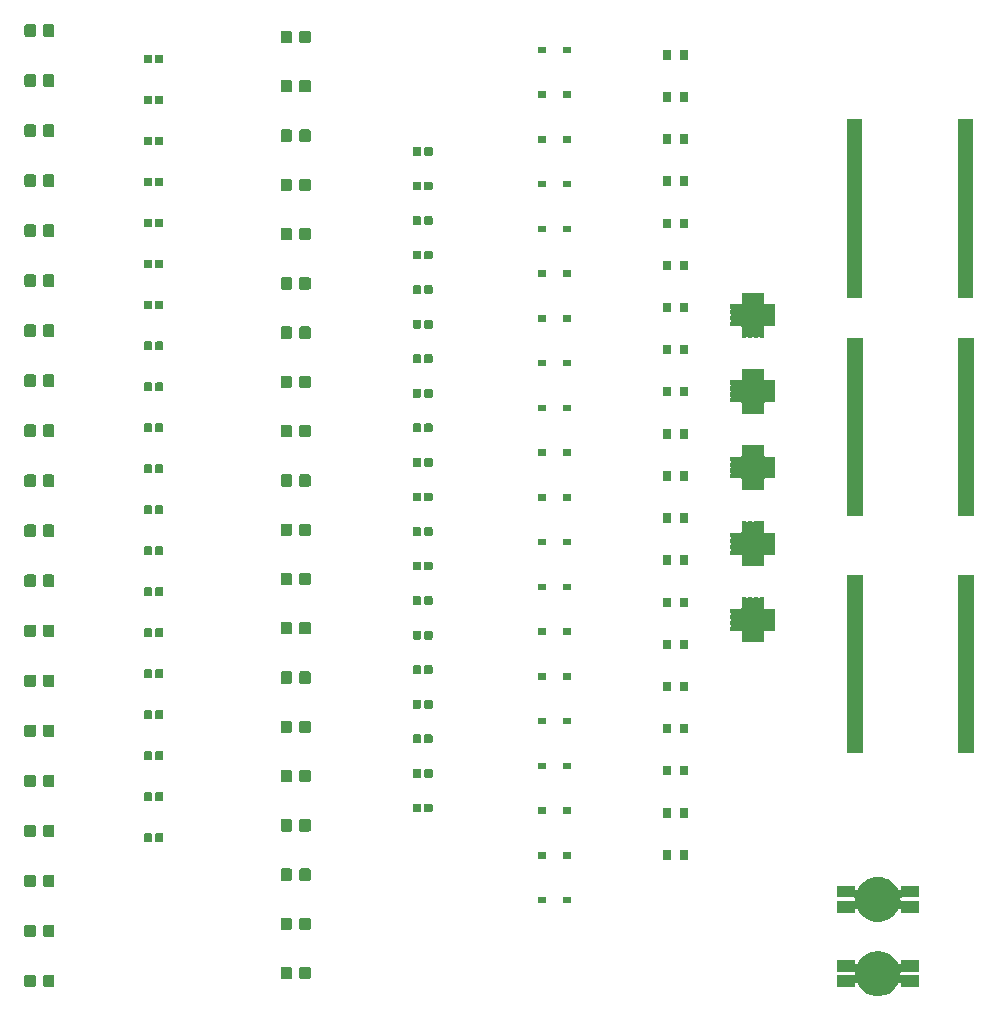
<source format=gts>
G04 #@! TF.GenerationSoftware,KiCad,Pcbnew,(5.1.5)-3*
G04 #@! TF.CreationDate,2020-02-15T15:07:08-08:00*
G04 #@! TF.ProjectId,practice,70726163-7469-4636-952e-6b696361645f,0.1*
G04 #@! TF.SameCoordinates,Original*
G04 #@! TF.FileFunction,Soldermask,Top*
G04 #@! TF.FilePolarity,Negative*
%FSLAX46Y46*%
G04 Gerber Fmt 4.6, Leading zero omitted, Abs format (unit mm)*
G04 Created by KiCad (PCBNEW (5.1.5)-3) date 2020-02-15 15:07:08*
%MOMM*%
%LPD*%
G04 APERTURE LIST*
%ADD10C,0.100000*%
G04 APERTURE END LIST*
D10*
G36*
X191600866Y-119765527D02*
G01*
X191784501Y-119802054D01*
X192130461Y-119945356D01*
X192441817Y-120153397D01*
X192706603Y-120418183D01*
X192914644Y-120729539D01*
X192914645Y-120729541D01*
X192938517Y-120787173D01*
X192950068Y-120808784D01*
X192965613Y-120827726D01*
X192984555Y-120843271D01*
X193006166Y-120854822D01*
X193029615Y-120861935D01*
X193054001Y-120864337D01*
X193078387Y-120861935D01*
X193101836Y-120854822D01*
X193123447Y-120843271D01*
X193142389Y-120827726D01*
X193157934Y-120808784D01*
X193169485Y-120787173D01*
X193176598Y-120763724D01*
X193179000Y-120739338D01*
X193179000Y-120479000D01*
X194681000Y-120479000D01*
X194681000Y-121481000D01*
X193255999Y-121481000D01*
X193231613Y-121483402D01*
X193208164Y-121490515D01*
X193186553Y-121502066D01*
X193167611Y-121517611D01*
X193152066Y-121536553D01*
X193140515Y-121558164D01*
X193133402Y-121581613D01*
X193131000Y-121605999D01*
X193131000Y-121654001D01*
X193133402Y-121678387D01*
X193140515Y-121701836D01*
X193152066Y-121723447D01*
X193167611Y-121742389D01*
X193186553Y-121757934D01*
X193208164Y-121769485D01*
X193231613Y-121776598D01*
X193255999Y-121779000D01*
X194681000Y-121779000D01*
X194681000Y-122781000D01*
X193179000Y-122781000D01*
X193179000Y-122520662D01*
X193176598Y-122496276D01*
X193169485Y-122472827D01*
X193157934Y-122451216D01*
X193142389Y-122432274D01*
X193123447Y-122416729D01*
X193101836Y-122405178D01*
X193078387Y-122398065D01*
X193054001Y-122395663D01*
X193029615Y-122398065D01*
X193006166Y-122405178D01*
X192984555Y-122416729D01*
X192965613Y-122432274D01*
X192950068Y-122451216D01*
X192938517Y-122472827D01*
X192914644Y-122530461D01*
X192706603Y-122841817D01*
X192441817Y-123106603D01*
X192130461Y-123314644D01*
X191784501Y-123457946D01*
X191417233Y-123531000D01*
X191042767Y-123531000D01*
X190675499Y-123457946D01*
X190329539Y-123314644D01*
X190018183Y-123106603D01*
X189753397Y-122841817D01*
X189545356Y-122530461D01*
X189521483Y-122472827D01*
X189509932Y-122451216D01*
X189494387Y-122432274D01*
X189475445Y-122416729D01*
X189453834Y-122405178D01*
X189430385Y-122398065D01*
X189405999Y-122395663D01*
X189381613Y-122398065D01*
X189358164Y-122405178D01*
X189336553Y-122416729D01*
X189317611Y-122432274D01*
X189302066Y-122451216D01*
X189290515Y-122472827D01*
X189283402Y-122496276D01*
X189281000Y-122520662D01*
X189281000Y-122781000D01*
X187779000Y-122781000D01*
X187779000Y-121779000D01*
X189204001Y-121779000D01*
X189228387Y-121776598D01*
X189251836Y-121769485D01*
X189273447Y-121757934D01*
X189292389Y-121742389D01*
X189307934Y-121723447D01*
X189319485Y-121701836D01*
X189326598Y-121678387D01*
X189329000Y-121654001D01*
X189329000Y-121605999D01*
X189326598Y-121581613D01*
X189319485Y-121558164D01*
X189307934Y-121536553D01*
X189292389Y-121517611D01*
X189273447Y-121502066D01*
X189251836Y-121490515D01*
X189228387Y-121483402D01*
X189204001Y-121481000D01*
X187779000Y-121481000D01*
X187779000Y-120479000D01*
X189281000Y-120479000D01*
X189281000Y-120739338D01*
X189283402Y-120763724D01*
X189290515Y-120787173D01*
X189302066Y-120808784D01*
X189317611Y-120827726D01*
X189336553Y-120843271D01*
X189358164Y-120854822D01*
X189381613Y-120861935D01*
X189405999Y-120864337D01*
X189430385Y-120861935D01*
X189453834Y-120854822D01*
X189475445Y-120843271D01*
X189494387Y-120827726D01*
X189509932Y-120808784D01*
X189521483Y-120787173D01*
X189545355Y-120729541D01*
X189545356Y-120729539D01*
X189753397Y-120418183D01*
X190018183Y-120153397D01*
X190329539Y-119945356D01*
X190675499Y-119802054D01*
X190859134Y-119765527D01*
X191042767Y-119729000D01*
X191417233Y-119729000D01*
X191600866Y-119765527D01*
G37*
G36*
X121369601Y-121718620D02*
G01*
X121403579Y-121728928D01*
X121434900Y-121745669D01*
X121462349Y-121768196D01*
X121484876Y-121795645D01*
X121501617Y-121826966D01*
X121511925Y-121860944D01*
X121516010Y-121902425D01*
X121516010Y-122578645D01*
X121511925Y-122620126D01*
X121501617Y-122654104D01*
X121484876Y-122685425D01*
X121462349Y-122712874D01*
X121434900Y-122735401D01*
X121403579Y-122752142D01*
X121369601Y-122762450D01*
X121328120Y-122766535D01*
X120726900Y-122766535D01*
X120685419Y-122762450D01*
X120651441Y-122752142D01*
X120620120Y-122735401D01*
X120592671Y-122712874D01*
X120570144Y-122685425D01*
X120553403Y-122654104D01*
X120543095Y-122620126D01*
X120539010Y-122578645D01*
X120539010Y-121902425D01*
X120543095Y-121860944D01*
X120553403Y-121826966D01*
X120570144Y-121795645D01*
X120592671Y-121768196D01*
X120620120Y-121745669D01*
X120651441Y-121728928D01*
X120685419Y-121718620D01*
X120726900Y-121714535D01*
X121328120Y-121714535D01*
X121369601Y-121718620D01*
G37*
G36*
X119794601Y-121718620D02*
G01*
X119828579Y-121728928D01*
X119859900Y-121745669D01*
X119887349Y-121768196D01*
X119909876Y-121795645D01*
X119926617Y-121826966D01*
X119936925Y-121860944D01*
X119941010Y-121902425D01*
X119941010Y-122578645D01*
X119936925Y-122620126D01*
X119926617Y-122654104D01*
X119909876Y-122685425D01*
X119887349Y-122712874D01*
X119859900Y-122735401D01*
X119828579Y-122752142D01*
X119794601Y-122762450D01*
X119753120Y-122766535D01*
X119151900Y-122766535D01*
X119110419Y-122762450D01*
X119076441Y-122752142D01*
X119045120Y-122735401D01*
X119017671Y-122712874D01*
X118995144Y-122685425D01*
X118978403Y-122654104D01*
X118968095Y-122620126D01*
X118964010Y-122578645D01*
X118964010Y-121902425D01*
X118968095Y-121860944D01*
X118978403Y-121826966D01*
X118995144Y-121795645D01*
X119017671Y-121768196D01*
X119045120Y-121745669D01*
X119076441Y-121728928D01*
X119110419Y-121718620D01*
X119151900Y-121714535D01*
X119753120Y-121714535D01*
X119794601Y-121718620D01*
G37*
G36*
X141484614Y-121068085D02*
G01*
X141518592Y-121078393D01*
X141549913Y-121095134D01*
X141577362Y-121117661D01*
X141599889Y-121145110D01*
X141616630Y-121176431D01*
X141626938Y-121210409D01*
X141631023Y-121251890D01*
X141631023Y-121928110D01*
X141626938Y-121969591D01*
X141616630Y-122003569D01*
X141599889Y-122034890D01*
X141577362Y-122062339D01*
X141549913Y-122084866D01*
X141518592Y-122101607D01*
X141484614Y-122111915D01*
X141443133Y-122116000D01*
X140841913Y-122116000D01*
X140800432Y-122111915D01*
X140766454Y-122101607D01*
X140735133Y-122084866D01*
X140707684Y-122062339D01*
X140685157Y-122034890D01*
X140668416Y-122003569D01*
X140658108Y-121969591D01*
X140654023Y-121928110D01*
X140654023Y-121251890D01*
X140658108Y-121210409D01*
X140668416Y-121176431D01*
X140685157Y-121145110D01*
X140707684Y-121117661D01*
X140735133Y-121095134D01*
X140766454Y-121078393D01*
X140800432Y-121068085D01*
X140841913Y-121064000D01*
X141443133Y-121064000D01*
X141484614Y-121068085D01*
G37*
G36*
X143059614Y-121068085D02*
G01*
X143093592Y-121078393D01*
X143124913Y-121095134D01*
X143152362Y-121117661D01*
X143174889Y-121145110D01*
X143191630Y-121176431D01*
X143201938Y-121210409D01*
X143206023Y-121251890D01*
X143206023Y-121928110D01*
X143201938Y-121969591D01*
X143191630Y-122003569D01*
X143174889Y-122034890D01*
X143152362Y-122062339D01*
X143124913Y-122084866D01*
X143093592Y-122101607D01*
X143059614Y-122111915D01*
X143018133Y-122116000D01*
X142416913Y-122116000D01*
X142375432Y-122111915D01*
X142341454Y-122101607D01*
X142310133Y-122084866D01*
X142282684Y-122062339D01*
X142260157Y-122034890D01*
X142243416Y-122003569D01*
X142233108Y-121969591D01*
X142229023Y-121928110D01*
X142229023Y-121251890D01*
X142233108Y-121210409D01*
X142243416Y-121176431D01*
X142260157Y-121145110D01*
X142282684Y-121117661D01*
X142310133Y-121095134D01*
X142341454Y-121078393D01*
X142375432Y-121068085D01*
X142416913Y-121064000D01*
X143018133Y-121064000D01*
X143059614Y-121068085D01*
G37*
G36*
X119794601Y-117483884D02*
G01*
X119828579Y-117494192D01*
X119859900Y-117510933D01*
X119887349Y-117533460D01*
X119909876Y-117560909D01*
X119926617Y-117592230D01*
X119936925Y-117626208D01*
X119941010Y-117667689D01*
X119941010Y-118343909D01*
X119936925Y-118385390D01*
X119926617Y-118419368D01*
X119909876Y-118450689D01*
X119887349Y-118478138D01*
X119859900Y-118500665D01*
X119828579Y-118517406D01*
X119794601Y-118527714D01*
X119753120Y-118531799D01*
X119151900Y-118531799D01*
X119110419Y-118527714D01*
X119076441Y-118517406D01*
X119045120Y-118500665D01*
X119017671Y-118478138D01*
X118995144Y-118450689D01*
X118978403Y-118419368D01*
X118968095Y-118385390D01*
X118964010Y-118343909D01*
X118964010Y-117667689D01*
X118968095Y-117626208D01*
X118978403Y-117592230D01*
X118995144Y-117560909D01*
X119017671Y-117533460D01*
X119045120Y-117510933D01*
X119076441Y-117494192D01*
X119110419Y-117483884D01*
X119151900Y-117479799D01*
X119753120Y-117479799D01*
X119794601Y-117483884D01*
G37*
G36*
X121369601Y-117483884D02*
G01*
X121403579Y-117494192D01*
X121434900Y-117510933D01*
X121462349Y-117533460D01*
X121484876Y-117560909D01*
X121501617Y-117592230D01*
X121511925Y-117626208D01*
X121516010Y-117667689D01*
X121516010Y-118343909D01*
X121511925Y-118385390D01*
X121501617Y-118419368D01*
X121484876Y-118450689D01*
X121462349Y-118478138D01*
X121434900Y-118500665D01*
X121403579Y-118517406D01*
X121369601Y-118527714D01*
X121328120Y-118531799D01*
X120726900Y-118531799D01*
X120685419Y-118527714D01*
X120651441Y-118517406D01*
X120620120Y-118500665D01*
X120592671Y-118478138D01*
X120570144Y-118450689D01*
X120553403Y-118419368D01*
X120543095Y-118385390D01*
X120539010Y-118343909D01*
X120539010Y-117667689D01*
X120543095Y-117626208D01*
X120553403Y-117592230D01*
X120570144Y-117560909D01*
X120592671Y-117533460D01*
X120620120Y-117510933D01*
X120651441Y-117494192D01*
X120685419Y-117483884D01*
X120726900Y-117479799D01*
X121328120Y-117479799D01*
X121369601Y-117483884D01*
G37*
G36*
X141484614Y-116896507D02*
G01*
X141518592Y-116906815D01*
X141549913Y-116923556D01*
X141577362Y-116946083D01*
X141599889Y-116973532D01*
X141616630Y-117004853D01*
X141626938Y-117038831D01*
X141631023Y-117080312D01*
X141631023Y-117756532D01*
X141626938Y-117798013D01*
X141616630Y-117831991D01*
X141599889Y-117863312D01*
X141577362Y-117890761D01*
X141549913Y-117913288D01*
X141518592Y-117930029D01*
X141484614Y-117940337D01*
X141443133Y-117944422D01*
X140841913Y-117944422D01*
X140800432Y-117940337D01*
X140766454Y-117930029D01*
X140735133Y-117913288D01*
X140707684Y-117890761D01*
X140685157Y-117863312D01*
X140668416Y-117831991D01*
X140658108Y-117798013D01*
X140654023Y-117756532D01*
X140654023Y-117080312D01*
X140658108Y-117038831D01*
X140668416Y-117004853D01*
X140685157Y-116973532D01*
X140707684Y-116946083D01*
X140735133Y-116923556D01*
X140766454Y-116906815D01*
X140800432Y-116896507D01*
X140841913Y-116892422D01*
X141443133Y-116892422D01*
X141484614Y-116896507D01*
G37*
G36*
X143059614Y-116896507D02*
G01*
X143093592Y-116906815D01*
X143124913Y-116923556D01*
X143152362Y-116946083D01*
X143174889Y-116973532D01*
X143191630Y-117004853D01*
X143201938Y-117038831D01*
X143206023Y-117080312D01*
X143206023Y-117756532D01*
X143201938Y-117798013D01*
X143191630Y-117831991D01*
X143174889Y-117863312D01*
X143152362Y-117890761D01*
X143124913Y-117913288D01*
X143093592Y-117930029D01*
X143059614Y-117940337D01*
X143018133Y-117944422D01*
X142416913Y-117944422D01*
X142375432Y-117940337D01*
X142341454Y-117930029D01*
X142310133Y-117913288D01*
X142282684Y-117890761D01*
X142260157Y-117863312D01*
X142243416Y-117831991D01*
X142233108Y-117798013D01*
X142229023Y-117756532D01*
X142229023Y-117080312D01*
X142233108Y-117038831D01*
X142243416Y-117004853D01*
X142260157Y-116973532D01*
X142282684Y-116946083D01*
X142310133Y-116923556D01*
X142341454Y-116906815D01*
X142375432Y-116896507D01*
X142416913Y-116892422D01*
X143018133Y-116892422D01*
X143059614Y-116896507D01*
G37*
G36*
X191600866Y-113465527D02*
G01*
X191784501Y-113502054D01*
X191963613Y-113576245D01*
X192074230Y-113622064D01*
X192130461Y-113645356D01*
X192441817Y-113853397D01*
X192706603Y-114118183D01*
X192914644Y-114429539D01*
X192914645Y-114429541D01*
X192938517Y-114487173D01*
X192950068Y-114508784D01*
X192965613Y-114527726D01*
X192984555Y-114543271D01*
X193006166Y-114554822D01*
X193029615Y-114561935D01*
X193054001Y-114564337D01*
X193078387Y-114561935D01*
X193101836Y-114554822D01*
X193123447Y-114543271D01*
X193142389Y-114527726D01*
X193157934Y-114508784D01*
X193169485Y-114487173D01*
X193176598Y-114463724D01*
X193179000Y-114439338D01*
X193179000Y-114179000D01*
X194681000Y-114179000D01*
X194681000Y-115181000D01*
X193255999Y-115181000D01*
X193231613Y-115183402D01*
X193208164Y-115190515D01*
X193186553Y-115202066D01*
X193167611Y-115217611D01*
X193152066Y-115236553D01*
X193140515Y-115258164D01*
X193133402Y-115281613D01*
X193131000Y-115305999D01*
X193131000Y-115354001D01*
X193133402Y-115378387D01*
X193140515Y-115401836D01*
X193152066Y-115423447D01*
X193167611Y-115442389D01*
X193186553Y-115457934D01*
X193208164Y-115469485D01*
X193231613Y-115476598D01*
X193255999Y-115479000D01*
X194681000Y-115479000D01*
X194681000Y-116481000D01*
X193179000Y-116481000D01*
X193179000Y-116220662D01*
X193176598Y-116196276D01*
X193169485Y-116172827D01*
X193157934Y-116151216D01*
X193142389Y-116132274D01*
X193123447Y-116116729D01*
X193101836Y-116105178D01*
X193078387Y-116098065D01*
X193054001Y-116095663D01*
X193029615Y-116098065D01*
X193006166Y-116105178D01*
X192984555Y-116116729D01*
X192965613Y-116132274D01*
X192950068Y-116151216D01*
X192938517Y-116172827D01*
X192914644Y-116230461D01*
X192706603Y-116541817D01*
X192441817Y-116806603D01*
X192130461Y-117014644D01*
X191784501Y-117157946D01*
X191417233Y-117231000D01*
X191042767Y-117231000D01*
X190675499Y-117157946D01*
X190329539Y-117014644D01*
X190018183Y-116806603D01*
X189753397Y-116541817D01*
X189545356Y-116230461D01*
X189521483Y-116172827D01*
X189509932Y-116151216D01*
X189494387Y-116132274D01*
X189475445Y-116116729D01*
X189453834Y-116105178D01*
X189430385Y-116098065D01*
X189405999Y-116095663D01*
X189381613Y-116098065D01*
X189358164Y-116105178D01*
X189336553Y-116116729D01*
X189317611Y-116132274D01*
X189302066Y-116151216D01*
X189290515Y-116172827D01*
X189283402Y-116196276D01*
X189281000Y-116220662D01*
X189281000Y-116481000D01*
X187779000Y-116481000D01*
X187779000Y-115479000D01*
X189204001Y-115479000D01*
X189228387Y-115476598D01*
X189251836Y-115469485D01*
X189273447Y-115457934D01*
X189292389Y-115442389D01*
X189307934Y-115423447D01*
X189319485Y-115401836D01*
X189326598Y-115378387D01*
X189329000Y-115354001D01*
X189329000Y-115305999D01*
X189326598Y-115281613D01*
X189319485Y-115258164D01*
X189307934Y-115236553D01*
X189292389Y-115217611D01*
X189273447Y-115202066D01*
X189251836Y-115190515D01*
X189228387Y-115183402D01*
X189204001Y-115181000D01*
X187779000Y-115181000D01*
X187779000Y-114179000D01*
X189281000Y-114179000D01*
X189281000Y-114439338D01*
X189283402Y-114463724D01*
X189290515Y-114487173D01*
X189302066Y-114508784D01*
X189317611Y-114527726D01*
X189336553Y-114543271D01*
X189358164Y-114554822D01*
X189381613Y-114561935D01*
X189405999Y-114564337D01*
X189430385Y-114561935D01*
X189453834Y-114554822D01*
X189475445Y-114543271D01*
X189494387Y-114527726D01*
X189509932Y-114508784D01*
X189521483Y-114487173D01*
X189545355Y-114429541D01*
X189545356Y-114429539D01*
X189753397Y-114118183D01*
X190018183Y-113853397D01*
X190329539Y-113645356D01*
X190385771Y-113622064D01*
X190496387Y-113576245D01*
X190675499Y-113502054D01*
X190859134Y-113465527D01*
X191042767Y-113429000D01*
X191417233Y-113429000D01*
X191600866Y-113465527D01*
G37*
G36*
X163171000Y-115686000D02*
G01*
X162469000Y-115686000D01*
X162469000Y-115134000D01*
X163171000Y-115134000D01*
X163171000Y-115686000D01*
G37*
G36*
X165271000Y-115686000D02*
G01*
X164569000Y-115686000D01*
X164569000Y-115134000D01*
X165271000Y-115134000D01*
X165271000Y-115686000D01*
G37*
G36*
X119794601Y-113249148D02*
G01*
X119828579Y-113259456D01*
X119859900Y-113276197D01*
X119887349Y-113298724D01*
X119909876Y-113326173D01*
X119926617Y-113357494D01*
X119936925Y-113391472D01*
X119941010Y-113432953D01*
X119941010Y-114109173D01*
X119936925Y-114150654D01*
X119926617Y-114184632D01*
X119909876Y-114215953D01*
X119887349Y-114243402D01*
X119859900Y-114265929D01*
X119828579Y-114282670D01*
X119794601Y-114292978D01*
X119753120Y-114297063D01*
X119151900Y-114297063D01*
X119110419Y-114292978D01*
X119076441Y-114282670D01*
X119045120Y-114265929D01*
X119017671Y-114243402D01*
X118995144Y-114215953D01*
X118978403Y-114184632D01*
X118968095Y-114150654D01*
X118964010Y-114109173D01*
X118964010Y-113432953D01*
X118968095Y-113391472D01*
X118978403Y-113357494D01*
X118995144Y-113326173D01*
X119017671Y-113298724D01*
X119045120Y-113276197D01*
X119076441Y-113259456D01*
X119110419Y-113249148D01*
X119151900Y-113245063D01*
X119753120Y-113245063D01*
X119794601Y-113249148D01*
G37*
G36*
X121369601Y-113249148D02*
G01*
X121403579Y-113259456D01*
X121434900Y-113276197D01*
X121462349Y-113298724D01*
X121484876Y-113326173D01*
X121501617Y-113357494D01*
X121511925Y-113391472D01*
X121516010Y-113432953D01*
X121516010Y-114109173D01*
X121511925Y-114150654D01*
X121501617Y-114184632D01*
X121484876Y-114215953D01*
X121462349Y-114243402D01*
X121434900Y-114265929D01*
X121403579Y-114282670D01*
X121369601Y-114292978D01*
X121328120Y-114297063D01*
X120726900Y-114297063D01*
X120685419Y-114292978D01*
X120651441Y-114282670D01*
X120620120Y-114265929D01*
X120592671Y-114243402D01*
X120570144Y-114215953D01*
X120553403Y-114184632D01*
X120543095Y-114150654D01*
X120539010Y-114109173D01*
X120539010Y-113432953D01*
X120543095Y-113391472D01*
X120553403Y-113357494D01*
X120570144Y-113326173D01*
X120592671Y-113298724D01*
X120620120Y-113276197D01*
X120651441Y-113259456D01*
X120685419Y-113249148D01*
X120726900Y-113245063D01*
X121328120Y-113245063D01*
X121369601Y-113249148D01*
G37*
G36*
X143059614Y-112724929D02*
G01*
X143093592Y-112735237D01*
X143124913Y-112751978D01*
X143152362Y-112774505D01*
X143174889Y-112801954D01*
X143191630Y-112833275D01*
X143201938Y-112867253D01*
X143206023Y-112908734D01*
X143206023Y-113584954D01*
X143201938Y-113626435D01*
X143191630Y-113660413D01*
X143174889Y-113691734D01*
X143152362Y-113719183D01*
X143124913Y-113741710D01*
X143093592Y-113758451D01*
X143059614Y-113768759D01*
X143018133Y-113772844D01*
X142416913Y-113772844D01*
X142375432Y-113768759D01*
X142341454Y-113758451D01*
X142310133Y-113741710D01*
X142282684Y-113719183D01*
X142260157Y-113691734D01*
X142243416Y-113660413D01*
X142233108Y-113626435D01*
X142229023Y-113584954D01*
X142229023Y-112908734D01*
X142233108Y-112867253D01*
X142243416Y-112833275D01*
X142260157Y-112801954D01*
X142282684Y-112774505D01*
X142310133Y-112751978D01*
X142341454Y-112735237D01*
X142375432Y-112724929D01*
X142416913Y-112720844D01*
X143018133Y-112720844D01*
X143059614Y-112724929D01*
G37*
G36*
X141484614Y-112724929D02*
G01*
X141518592Y-112735237D01*
X141549913Y-112751978D01*
X141577362Y-112774505D01*
X141599889Y-112801954D01*
X141616630Y-112833275D01*
X141626938Y-112867253D01*
X141631023Y-112908734D01*
X141631023Y-113584954D01*
X141626938Y-113626435D01*
X141616630Y-113660413D01*
X141599889Y-113691734D01*
X141577362Y-113719183D01*
X141549913Y-113741710D01*
X141518592Y-113758451D01*
X141484614Y-113768759D01*
X141443133Y-113772844D01*
X140841913Y-113772844D01*
X140800432Y-113768759D01*
X140766454Y-113758451D01*
X140735133Y-113741710D01*
X140707684Y-113719183D01*
X140685157Y-113691734D01*
X140668416Y-113660413D01*
X140658108Y-113626435D01*
X140654023Y-113584954D01*
X140654023Y-112908734D01*
X140658108Y-112867253D01*
X140668416Y-112833275D01*
X140685157Y-112801954D01*
X140707684Y-112774505D01*
X140735133Y-112751978D01*
X140766454Y-112735237D01*
X140800432Y-112724929D01*
X140841913Y-112720844D01*
X141443133Y-112720844D01*
X141484614Y-112724929D01*
G37*
G36*
X173751000Y-111981000D02*
G01*
X173049000Y-111981000D01*
X173049000Y-111179000D01*
X173751000Y-111179000D01*
X173751000Y-111981000D01*
G37*
G36*
X175151000Y-111981000D02*
G01*
X174449000Y-111981000D01*
X174449000Y-111179000D01*
X175151000Y-111179000D01*
X175151000Y-111981000D01*
G37*
G36*
X165271000Y-111896514D02*
G01*
X164569000Y-111896514D01*
X164569000Y-111344514D01*
X165271000Y-111344514D01*
X165271000Y-111896514D01*
G37*
G36*
X163171000Y-111896514D02*
G01*
X162469000Y-111896514D01*
X162469000Y-111344514D01*
X163171000Y-111344514D01*
X163171000Y-111896514D01*
G37*
G36*
X130641938Y-109751716D02*
G01*
X130662557Y-109757971D01*
X130681553Y-109768124D01*
X130698208Y-109781792D01*
X130711876Y-109798447D01*
X130722029Y-109817443D01*
X130728284Y-109838062D01*
X130731000Y-109865640D01*
X130731000Y-110374360D01*
X130728284Y-110401938D01*
X130722029Y-110422557D01*
X130711876Y-110441553D01*
X130698208Y-110458208D01*
X130681553Y-110471876D01*
X130662557Y-110482029D01*
X130641938Y-110488284D01*
X130614360Y-110491000D01*
X130155640Y-110491000D01*
X130128062Y-110488284D01*
X130107443Y-110482029D01*
X130088447Y-110471876D01*
X130071792Y-110458208D01*
X130058124Y-110441553D01*
X130047971Y-110422557D01*
X130041716Y-110401938D01*
X130039000Y-110374360D01*
X130039000Y-109865640D01*
X130041716Y-109838062D01*
X130047971Y-109817443D01*
X130058124Y-109798447D01*
X130071792Y-109781792D01*
X130088447Y-109768124D01*
X130107443Y-109757971D01*
X130128062Y-109751716D01*
X130155640Y-109749000D01*
X130614360Y-109749000D01*
X130641938Y-109751716D01*
G37*
G36*
X129671938Y-109751716D02*
G01*
X129692557Y-109757971D01*
X129711553Y-109768124D01*
X129728208Y-109781792D01*
X129741876Y-109798447D01*
X129752029Y-109817443D01*
X129758284Y-109838062D01*
X129761000Y-109865640D01*
X129761000Y-110374360D01*
X129758284Y-110401938D01*
X129752029Y-110422557D01*
X129741876Y-110441553D01*
X129728208Y-110458208D01*
X129711553Y-110471876D01*
X129692557Y-110482029D01*
X129671938Y-110488284D01*
X129644360Y-110491000D01*
X129185640Y-110491000D01*
X129158062Y-110488284D01*
X129137443Y-110482029D01*
X129118447Y-110471876D01*
X129101792Y-110458208D01*
X129088124Y-110441553D01*
X129077971Y-110422557D01*
X129071716Y-110401938D01*
X129069000Y-110374360D01*
X129069000Y-109865640D01*
X129071716Y-109838062D01*
X129077971Y-109817443D01*
X129088124Y-109798447D01*
X129101792Y-109781792D01*
X129118447Y-109768124D01*
X129137443Y-109757971D01*
X129158062Y-109751716D01*
X129185640Y-109749000D01*
X129644360Y-109749000D01*
X129671938Y-109751716D01*
G37*
G36*
X119794601Y-109014412D02*
G01*
X119828579Y-109024720D01*
X119859900Y-109041461D01*
X119887349Y-109063988D01*
X119909876Y-109091437D01*
X119926617Y-109122758D01*
X119936925Y-109156736D01*
X119941010Y-109198217D01*
X119941010Y-109874437D01*
X119936925Y-109915918D01*
X119926617Y-109949896D01*
X119909876Y-109981217D01*
X119887349Y-110008666D01*
X119859900Y-110031193D01*
X119828579Y-110047934D01*
X119794601Y-110058242D01*
X119753120Y-110062327D01*
X119151900Y-110062327D01*
X119110419Y-110058242D01*
X119076441Y-110047934D01*
X119045120Y-110031193D01*
X119017671Y-110008666D01*
X118995144Y-109981217D01*
X118978403Y-109949896D01*
X118968095Y-109915918D01*
X118964010Y-109874437D01*
X118964010Y-109198217D01*
X118968095Y-109156736D01*
X118978403Y-109122758D01*
X118995144Y-109091437D01*
X119017671Y-109063988D01*
X119045120Y-109041461D01*
X119076441Y-109024720D01*
X119110419Y-109014412D01*
X119151900Y-109010327D01*
X119753120Y-109010327D01*
X119794601Y-109014412D01*
G37*
G36*
X121369601Y-109014412D02*
G01*
X121403579Y-109024720D01*
X121434900Y-109041461D01*
X121462349Y-109063988D01*
X121484876Y-109091437D01*
X121501617Y-109122758D01*
X121511925Y-109156736D01*
X121516010Y-109198217D01*
X121516010Y-109874437D01*
X121511925Y-109915918D01*
X121501617Y-109949896D01*
X121484876Y-109981217D01*
X121462349Y-110008666D01*
X121434900Y-110031193D01*
X121403579Y-110047934D01*
X121369601Y-110058242D01*
X121328120Y-110062327D01*
X120726900Y-110062327D01*
X120685419Y-110058242D01*
X120651441Y-110047934D01*
X120620120Y-110031193D01*
X120592671Y-110008666D01*
X120570144Y-109981217D01*
X120553403Y-109949896D01*
X120543095Y-109915918D01*
X120539010Y-109874437D01*
X120539010Y-109198217D01*
X120543095Y-109156736D01*
X120553403Y-109122758D01*
X120570144Y-109091437D01*
X120592671Y-109063988D01*
X120620120Y-109041461D01*
X120651441Y-109024720D01*
X120685419Y-109014412D01*
X120726900Y-109010327D01*
X121328120Y-109010327D01*
X121369601Y-109014412D01*
G37*
G36*
X141484614Y-108553351D02*
G01*
X141518592Y-108563659D01*
X141549913Y-108580400D01*
X141577362Y-108602927D01*
X141599889Y-108630376D01*
X141616630Y-108661697D01*
X141626938Y-108695675D01*
X141631023Y-108737156D01*
X141631023Y-109413376D01*
X141626938Y-109454857D01*
X141616630Y-109488835D01*
X141599889Y-109520156D01*
X141577362Y-109547605D01*
X141549913Y-109570132D01*
X141518592Y-109586873D01*
X141484614Y-109597181D01*
X141443133Y-109601266D01*
X140841913Y-109601266D01*
X140800432Y-109597181D01*
X140766454Y-109586873D01*
X140735133Y-109570132D01*
X140707684Y-109547605D01*
X140685157Y-109520156D01*
X140668416Y-109488835D01*
X140658108Y-109454857D01*
X140654023Y-109413376D01*
X140654023Y-108737156D01*
X140658108Y-108695675D01*
X140668416Y-108661697D01*
X140685157Y-108630376D01*
X140707684Y-108602927D01*
X140735133Y-108580400D01*
X140766454Y-108563659D01*
X140800432Y-108553351D01*
X140841913Y-108549266D01*
X141443133Y-108549266D01*
X141484614Y-108553351D01*
G37*
G36*
X143059614Y-108553351D02*
G01*
X143093592Y-108563659D01*
X143124913Y-108580400D01*
X143152362Y-108602927D01*
X143174889Y-108630376D01*
X143191630Y-108661697D01*
X143201938Y-108695675D01*
X143206023Y-108737156D01*
X143206023Y-109413376D01*
X143201938Y-109454857D01*
X143191630Y-109488835D01*
X143174889Y-109520156D01*
X143152362Y-109547605D01*
X143124913Y-109570132D01*
X143093592Y-109586873D01*
X143059614Y-109597181D01*
X143018133Y-109601266D01*
X142416913Y-109601266D01*
X142375432Y-109597181D01*
X142341454Y-109586873D01*
X142310133Y-109570132D01*
X142282684Y-109547605D01*
X142260157Y-109520156D01*
X142243416Y-109488835D01*
X142233108Y-109454857D01*
X142229023Y-109413376D01*
X142229023Y-108737156D01*
X142233108Y-108695675D01*
X142243416Y-108661697D01*
X142260157Y-108630376D01*
X142282684Y-108602927D01*
X142310133Y-108580400D01*
X142341454Y-108563659D01*
X142375432Y-108553351D01*
X142416913Y-108549266D01*
X143018133Y-108549266D01*
X143059614Y-108553351D01*
G37*
G36*
X173751000Y-108415737D02*
G01*
X173049000Y-108415737D01*
X173049000Y-107613737D01*
X173751000Y-107613737D01*
X173751000Y-108415737D01*
G37*
G36*
X175151000Y-108415737D02*
G01*
X174449000Y-108415737D01*
X174449000Y-107613737D01*
X175151000Y-107613737D01*
X175151000Y-108415737D01*
G37*
G36*
X165271000Y-108107041D02*
G01*
X164569000Y-108107041D01*
X164569000Y-107555041D01*
X165271000Y-107555041D01*
X165271000Y-108107041D01*
G37*
G36*
X163171000Y-108107041D02*
G01*
X162469000Y-108107041D01*
X162469000Y-107555041D01*
X163171000Y-107555041D01*
X163171000Y-108107041D01*
G37*
G36*
X153431938Y-107231716D02*
G01*
X153452557Y-107237971D01*
X153471553Y-107248124D01*
X153488208Y-107261792D01*
X153501876Y-107278447D01*
X153512029Y-107297443D01*
X153518284Y-107318062D01*
X153521000Y-107345640D01*
X153521000Y-107854360D01*
X153518284Y-107881938D01*
X153512029Y-107902557D01*
X153501876Y-107921553D01*
X153488208Y-107938208D01*
X153471553Y-107951876D01*
X153452557Y-107962029D01*
X153431938Y-107968284D01*
X153404360Y-107971000D01*
X152945640Y-107971000D01*
X152918062Y-107968284D01*
X152897443Y-107962029D01*
X152878447Y-107951876D01*
X152861792Y-107938208D01*
X152848124Y-107921553D01*
X152837971Y-107902557D01*
X152831716Y-107881938D01*
X152829000Y-107854360D01*
X152829000Y-107345640D01*
X152831716Y-107318062D01*
X152837971Y-107297443D01*
X152848124Y-107278447D01*
X152861792Y-107261792D01*
X152878447Y-107248124D01*
X152897443Y-107237971D01*
X152918062Y-107231716D01*
X152945640Y-107229000D01*
X153404360Y-107229000D01*
X153431938Y-107231716D01*
G37*
G36*
X152461938Y-107231716D02*
G01*
X152482557Y-107237971D01*
X152501553Y-107248124D01*
X152518208Y-107261792D01*
X152531876Y-107278447D01*
X152542029Y-107297443D01*
X152548284Y-107318062D01*
X152551000Y-107345640D01*
X152551000Y-107854360D01*
X152548284Y-107881938D01*
X152542029Y-107902557D01*
X152531876Y-107921553D01*
X152518208Y-107938208D01*
X152501553Y-107951876D01*
X152482557Y-107962029D01*
X152461938Y-107968284D01*
X152434360Y-107971000D01*
X151975640Y-107971000D01*
X151948062Y-107968284D01*
X151927443Y-107962029D01*
X151908447Y-107951876D01*
X151891792Y-107938208D01*
X151878124Y-107921553D01*
X151867971Y-107902557D01*
X151861716Y-107881938D01*
X151859000Y-107854360D01*
X151859000Y-107345640D01*
X151861716Y-107318062D01*
X151867971Y-107297443D01*
X151878124Y-107278447D01*
X151891792Y-107261792D01*
X151908447Y-107248124D01*
X151927443Y-107237971D01*
X151948062Y-107231716D01*
X151975640Y-107229000D01*
X152434360Y-107229000D01*
X152461938Y-107231716D01*
G37*
G36*
X129671938Y-106281716D02*
G01*
X129692557Y-106287971D01*
X129711553Y-106298124D01*
X129728208Y-106311792D01*
X129741876Y-106328447D01*
X129752029Y-106347443D01*
X129758284Y-106368062D01*
X129761000Y-106395640D01*
X129761000Y-106904360D01*
X129758284Y-106931938D01*
X129752029Y-106952557D01*
X129741876Y-106971553D01*
X129728208Y-106988208D01*
X129711553Y-107001876D01*
X129692557Y-107012029D01*
X129671938Y-107018284D01*
X129644360Y-107021000D01*
X129185640Y-107021000D01*
X129158062Y-107018284D01*
X129137443Y-107012029D01*
X129118447Y-107001876D01*
X129101792Y-106988208D01*
X129088124Y-106971553D01*
X129077971Y-106952557D01*
X129071716Y-106931938D01*
X129069000Y-106904360D01*
X129069000Y-106395640D01*
X129071716Y-106368062D01*
X129077971Y-106347443D01*
X129088124Y-106328447D01*
X129101792Y-106311792D01*
X129118447Y-106298124D01*
X129137443Y-106287971D01*
X129158062Y-106281716D01*
X129185640Y-106279000D01*
X129644360Y-106279000D01*
X129671938Y-106281716D01*
G37*
G36*
X130641938Y-106281716D02*
G01*
X130662557Y-106287971D01*
X130681553Y-106298124D01*
X130698208Y-106311792D01*
X130711876Y-106328447D01*
X130722029Y-106347443D01*
X130728284Y-106368062D01*
X130731000Y-106395640D01*
X130731000Y-106904360D01*
X130728284Y-106931938D01*
X130722029Y-106952557D01*
X130711876Y-106971553D01*
X130698208Y-106988208D01*
X130681553Y-107001876D01*
X130662557Y-107012029D01*
X130641938Y-107018284D01*
X130614360Y-107021000D01*
X130155640Y-107021000D01*
X130128062Y-107018284D01*
X130107443Y-107012029D01*
X130088447Y-107001876D01*
X130071792Y-106988208D01*
X130058124Y-106971553D01*
X130047971Y-106952557D01*
X130041716Y-106931938D01*
X130039000Y-106904360D01*
X130039000Y-106395640D01*
X130041716Y-106368062D01*
X130047971Y-106347443D01*
X130058124Y-106328447D01*
X130071792Y-106311792D01*
X130088447Y-106298124D01*
X130107443Y-106287971D01*
X130128062Y-106281716D01*
X130155640Y-106279000D01*
X130614360Y-106279000D01*
X130641938Y-106281716D01*
G37*
G36*
X119794601Y-104779676D02*
G01*
X119828579Y-104789984D01*
X119859900Y-104806725D01*
X119887349Y-104829252D01*
X119909876Y-104856701D01*
X119926617Y-104888022D01*
X119936925Y-104922000D01*
X119941010Y-104963481D01*
X119941010Y-105639701D01*
X119936925Y-105681182D01*
X119926617Y-105715160D01*
X119909876Y-105746481D01*
X119887349Y-105773930D01*
X119859900Y-105796457D01*
X119828579Y-105813198D01*
X119794601Y-105823506D01*
X119753120Y-105827591D01*
X119151900Y-105827591D01*
X119110419Y-105823506D01*
X119076441Y-105813198D01*
X119045120Y-105796457D01*
X119017671Y-105773930D01*
X118995144Y-105746481D01*
X118978403Y-105715160D01*
X118968095Y-105681182D01*
X118964010Y-105639701D01*
X118964010Y-104963481D01*
X118968095Y-104922000D01*
X118978403Y-104888022D01*
X118995144Y-104856701D01*
X119017671Y-104829252D01*
X119045120Y-104806725D01*
X119076441Y-104789984D01*
X119110419Y-104779676D01*
X119151900Y-104775591D01*
X119753120Y-104775591D01*
X119794601Y-104779676D01*
G37*
G36*
X121369601Y-104779676D02*
G01*
X121403579Y-104789984D01*
X121434900Y-104806725D01*
X121462349Y-104829252D01*
X121484876Y-104856701D01*
X121501617Y-104888022D01*
X121511925Y-104922000D01*
X121516010Y-104963481D01*
X121516010Y-105639701D01*
X121511925Y-105681182D01*
X121501617Y-105715160D01*
X121484876Y-105746481D01*
X121462349Y-105773930D01*
X121434900Y-105796457D01*
X121403579Y-105813198D01*
X121369601Y-105823506D01*
X121328120Y-105827591D01*
X120726900Y-105827591D01*
X120685419Y-105823506D01*
X120651441Y-105813198D01*
X120620120Y-105796457D01*
X120592671Y-105773930D01*
X120570144Y-105746481D01*
X120553403Y-105715160D01*
X120543095Y-105681182D01*
X120539010Y-105639701D01*
X120539010Y-104963481D01*
X120543095Y-104922000D01*
X120553403Y-104888022D01*
X120570144Y-104856701D01*
X120592671Y-104829252D01*
X120620120Y-104806725D01*
X120651441Y-104789984D01*
X120685419Y-104779676D01*
X120726900Y-104775591D01*
X121328120Y-104775591D01*
X121369601Y-104779676D01*
G37*
G36*
X141484614Y-104381773D02*
G01*
X141518592Y-104392081D01*
X141549913Y-104408822D01*
X141577362Y-104431349D01*
X141599889Y-104458798D01*
X141616630Y-104490119D01*
X141626938Y-104524097D01*
X141631023Y-104565578D01*
X141631023Y-105241798D01*
X141626938Y-105283279D01*
X141616630Y-105317257D01*
X141599889Y-105348578D01*
X141577362Y-105376027D01*
X141549913Y-105398554D01*
X141518592Y-105415295D01*
X141484614Y-105425603D01*
X141443133Y-105429688D01*
X140841913Y-105429688D01*
X140800432Y-105425603D01*
X140766454Y-105415295D01*
X140735133Y-105398554D01*
X140707684Y-105376027D01*
X140685157Y-105348578D01*
X140668416Y-105317257D01*
X140658108Y-105283279D01*
X140654023Y-105241798D01*
X140654023Y-104565578D01*
X140658108Y-104524097D01*
X140668416Y-104490119D01*
X140685157Y-104458798D01*
X140707684Y-104431349D01*
X140735133Y-104408822D01*
X140766454Y-104392081D01*
X140800432Y-104381773D01*
X140841913Y-104377688D01*
X141443133Y-104377688D01*
X141484614Y-104381773D01*
G37*
G36*
X143059614Y-104381773D02*
G01*
X143093592Y-104392081D01*
X143124913Y-104408822D01*
X143152362Y-104431349D01*
X143174889Y-104458798D01*
X143191630Y-104490119D01*
X143201938Y-104524097D01*
X143206023Y-104565578D01*
X143206023Y-105241798D01*
X143201938Y-105283279D01*
X143191630Y-105317257D01*
X143174889Y-105348578D01*
X143152362Y-105376027D01*
X143124913Y-105398554D01*
X143093592Y-105415295D01*
X143059614Y-105425603D01*
X143018133Y-105429688D01*
X142416913Y-105429688D01*
X142375432Y-105425603D01*
X142341454Y-105415295D01*
X142310133Y-105398554D01*
X142282684Y-105376027D01*
X142260157Y-105348578D01*
X142243416Y-105317257D01*
X142233108Y-105283279D01*
X142229023Y-105241798D01*
X142229023Y-104565578D01*
X142233108Y-104524097D01*
X142243416Y-104490119D01*
X142260157Y-104458798D01*
X142282684Y-104431349D01*
X142310133Y-104408822D01*
X142341454Y-104392081D01*
X142375432Y-104381773D01*
X142416913Y-104377688D01*
X143018133Y-104377688D01*
X143059614Y-104381773D01*
G37*
G36*
X152461938Y-104306450D02*
G01*
X152482557Y-104312705D01*
X152501553Y-104322858D01*
X152518208Y-104336526D01*
X152531876Y-104353181D01*
X152542029Y-104372177D01*
X152548284Y-104392796D01*
X152551000Y-104420374D01*
X152551000Y-104929094D01*
X152548284Y-104956672D01*
X152542029Y-104977291D01*
X152531876Y-104996287D01*
X152518208Y-105012942D01*
X152501553Y-105026610D01*
X152482557Y-105036763D01*
X152461938Y-105043018D01*
X152434360Y-105045734D01*
X151975640Y-105045734D01*
X151948062Y-105043018D01*
X151927443Y-105036763D01*
X151908447Y-105026610D01*
X151891792Y-105012942D01*
X151878124Y-104996287D01*
X151867971Y-104977291D01*
X151861716Y-104956672D01*
X151859000Y-104929094D01*
X151859000Y-104420374D01*
X151861716Y-104392796D01*
X151867971Y-104372177D01*
X151878124Y-104353181D01*
X151891792Y-104336526D01*
X151908447Y-104322858D01*
X151927443Y-104312705D01*
X151948062Y-104306450D01*
X151975640Y-104303734D01*
X152434360Y-104303734D01*
X152461938Y-104306450D01*
G37*
G36*
X153431938Y-104306450D02*
G01*
X153452557Y-104312705D01*
X153471553Y-104322858D01*
X153488208Y-104336526D01*
X153501876Y-104353181D01*
X153512029Y-104372177D01*
X153518284Y-104392796D01*
X153521000Y-104420374D01*
X153521000Y-104929094D01*
X153518284Y-104956672D01*
X153512029Y-104977291D01*
X153501876Y-104996287D01*
X153488208Y-105012942D01*
X153471553Y-105026610D01*
X153452557Y-105036763D01*
X153431938Y-105043018D01*
X153404360Y-105045734D01*
X152945640Y-105045734D01*
X152918062Y-105043018D01*
X152897443Y-105036763D01*
X152878447Y-105026610D01*
X152861792Y-105012942D01*
X152848124Y-104996287D01*
X152837971Y-104977291D01*
X152831716Y-104956672D01*
X152829000Y-104929094D01*
X152829000Y-104420374D01*
X152831716Y-104392796D01*
X152837971Y-104372177D01*
X152848124Y-104353181D01*
X152861792Y-104336526D01*
X152878447Y-104322858D01*
X152897443Y-104312705D01*
X152918062Y-104306450D01*
X152945640Y-104303734D01*
X153404360Y-104303734D01*
X153431938Y-104306450D01*
G37*
G36*
X173751000Y-104850474D02*
G01*
X173049000Y-104850474D01*
X173049000Y-104048474D01*
X173751000Y-104048474D01*
X173751000Y-104850474D01*
G37*
G36*
X175151000Y-104850474D02*
G01*
X174449000Y-104850474D01*
X174449000Y-104048474D01*
X175151000Y-104048474D01*
X175151000Y-104850474D01*
G37*
G36*
X163171000Y-104317568D02*
G01*
X162469000Y-104317568D01*
X162469000Y-103765568D01*
X163171000Y-103765568D01*
X163171000Y-104317568D01*
G37*
G36*
X165271000Y-104317568D02*
G01*
X164569000Y-104317568D01*
X164569000Y-103765568D01*
X165271000Y-103765568D01*
X165271000Y-104317568D01*
G37*
G36*
X129671938Y-102811716D02*
G01*
X129692557Y-102817971D01*
X129711553Y-102828124D01*
X129728208Y-102841792D01*
X129741876Y-102858447D01*
X129752029Y-102877443D01*
X129758284Y-102898062D01*
X129761000Y-102925640D01*
X129761000Y-103434360D01*
X129758284Y-103461938D01*
X129752029Y-103482557D01*
X129741876Y-103501553D01*
X129728208Y-103518208D01*
X129711553Y-103531876D01*
X129692557Y-103542029D01*
X129671938Y-103548284D01*
X129644360Y-103551000D01*
X129185640Y-103551000D01*
X129158062Y-103548284D01*
X129137443Y-103542029D01*
X129118447Y-103531876D01*
X129101792Y-103518208D01*
X129088124Y-103501553D01*
X129077971Y-103482557D01*
X129071716Y-103461938D01*
X129069000Y-103434360D01*
X129069000Y-102925640D01*
X129071716Y-102898062D01*
X129077971Y-102877443D01*
X129088124Y-102858447D01*
X129101792Y-102841792D01*
X129118447Y-102828124D01*
X129137443Y-102817971D01*
X129158062Y-102811716D01*
X129185640Y-102809000D01*
X129644360Y-102809000D01*
X129671938Y-102811716D01*
G37*
G36*
X130641938Y-102811716D02*
G01*
X130662557Y-102817971D01*
X130681553Y-102828124D01*
X130698208Y-102841792D01*
X130711876Y-102858447D01*
X130722029Y-102877443D01*
X130728284Y-102898062D01*
X130731000Y-102925640D01*
X130731000Y-103434360D01*
X130728284Y-103461938D01*
X130722029Y-103482557D01*
X130711876Y-103501553D01*
X130698208Y-103518208D01*
X130681553Y-103531876D01*
X130662557Y-103542029D01*
X130641938Y-103548284D01*
X130614360Y-103551000D01*
X130155640Y-103551000D01*
X130128062Y-103548284D01*
X130107443Y-103542029D01*
X130088447Y-103531876D01*
X130071792Y-103518208D01*
X130058124Y-103501553D01*
X130047971Y-103482557D01*
X130041716Y-103461938D01*
X130039000Y-103434360D01*
X130039000Y-102925640D01*
X130041716Y-102898062D01*
X130047971Y-102877443D01*
X130058124Y-102858447D01*
X130071792Y-102841792D01*
X130088447Y-102828124D01*
X130107443Y-102817971D01*
X130128062Y-102811716D01*
X130155640Y-102809000D01*
X130614360Y-102809000D01*
X130641938Y-102811716D01*
G37*
G36*
X199331000Y-102963500D02*
G01*
X198029000Y-102963500D01*
X198029000Y-87856500D01*
X199331000Y-87856500D01*
X199331000Y-102963500D01*
G37*
G36*
X189931000Y-102963500D02*
G01*
X188629000Y-102963500D01*
X188629000Y-87856500D01*
X189931000Y-87856500D01*
X189931000Y-102963500D01*
G37*
G36*
X152461938Y-101381187D02*
G01*
X152482557Y-101387442D01*
X152501553Y-101397595D01*
X152518208Y-101411263D01*
X152531876Y-101427918D01*
X152542029Y-101446914D01*
X152548284Y-101467533D01*
X152551000Y-101495111D01*
X152551000Y-102003831D01*
X152548284Y-102031409D01*
X152542029Y-102052028D01*
X152531876Y-102071024D01*
X152518208Y-102087679D01*
X152501553Y-102101347D01*
X152482557Y-102111500D01*
X152461938Y-102117755D01*
X152434360Y-102120471D01*
X151975640Y-102120471D01*
X151948062Y-102117755D01*
X151927443Y-102111500D01*
X151908447Y-102101347D01*
X151891792Y-102087679D01*
X151878124Y-102071024D01*
X151867971Y-102052028D01*
X151861716Y-102031409D01*
X151859000Y-102003831D01*
X151859000Y-101495111D01*
X151861716Y-101467533D01*
X151867971Y-101446914D01*
X151878124Y-101427918D01*
X151891792Y-101411263D01*
X151908447Y-101397595D01*
X151927443Y-101387442D01*
X151948062Y-101381187D01*
X151975640Y-101378471D01*
X152434360Y-101378471D01*
X152461938Y-101381187D01*
G37*
G36*
X153431938Y-101381187D02*
G01*
X153452557Y-101387442D01*
X153471553Y-101397595D01*
X153488208Y-101411263D01*
X153501876Y-101427918D01*
X153512029Y-101446914D01*
X153518284Y-101467533D01*
X153521000Y-101495111D01*
X153521000Y-102003831D01*
X153518284Y-102031409D01*
X153512029Y-102052028D01*
X153501876Y-102071024D01*
X153488208Y-102087679D01*
X153471553Y-102101347D01*
X153452557Y-102111500D01*
X153431938Y-102117755D01*
X153404360Y-102120471D01*
X152945640Y-102120471D01*
X152918062Y-102117755D01*
X152897443Y-102111500D01*
X152878447Y-102101347D01*
X152861792Y-102087679D01*
X152848124Y-102071024D01*
X152837971Y-102052028D01*
X152831716Y-102031409D01*
X152829000Y-102003831D01*
X152829000Y-101495111D01*
X152831716Y-101467533D01*
X152837971Y-101446914D01*
X152848124Y-101427918D01*
X152861792Y-101411263D01*
X152878447Y-101397595D01*
X152897443Y-101387442D01*
X152918062Y-101381187D01*
X152945640Y-101378471D01*
X153404360Y-101378471D01*
X153431938Y-101381187D01*
G37*
G36*
X121369601Y-100544940D02*
G01*
X121403579Y-100555248D01*
X121434900Y-100571989D01*
X121462349Y-100594516D01*
X121484876Y-100621965D01*
X121501617Y-100653286D01*
X121511925Y-100687264D01*
X121516010Y-100728745D01*
X121516010Y-101404965D01*
X121511925Y-101446446D01*
X121501617Y-101480424D01*
X121484876Y-101511745D01*
X121462349Y-101539194D01*
X121434900Y-101561721D01*
X121403579Y-101578462D01*
X121369601Y-101588770D01*
X121328120Y-101592855D01*
X120726900Y-101592855D01*
X120685419Y-101588770D01*
X120651441Y-101578462D01*
X120620120Y-101561721D01*
X120592671Y-101539194D01*
X120570144Y-101511745D01*
X120553403Y-101480424D01*
X120543095Y-101446446D01*
X120539010Y-101404965D01*
X120539010Y-100728745D01*
X120543095Y-100687264D01*
X120553403Y-100653286D01*
X120570144Y-100621965D01*
X120592671Y-100594516D01*
X120620120Y-100571989D01*
X120651441Y-100555248D01*
X120685419Y-100544940D01*
X120726900Y-100540855D01*
X121328120Y-100540855D01*
X121369601Y-100544940D01*
G37*
G36*
X119794601Y-100544940D02*
G01*
X119828579Y-100555248D01*
X119859900Y-100571989D01*
X119887349Y-100594516D01*
X119909876Y-100621965D01*
X119926617Y-100653286D01*
X119936925Y-100687264D01*
X119941010Y-100728745D01*
X119941010Y-101404965D01*
X119936925Y-101446446D01*
X119926617Y-101480424D01*
X119909876Y-101511745D01*
X119887349Y-101539194D01*
X119859900Y-101561721D01*
X119828579Y-101578462D01*
X119794601Y-101588770D01*
X119753120Y-101592855D01*
X119151900Y-101592855D01*
X119110419Y-101588770D01*
X119076441Y-101578462D01*
X119045120Y-101561721D01*
X119017671Y-101539194D01*
X118995144Y-101511745D01*
X118978403Y-101480424D01*
X118968095Y-101446446D01*
X118964010Y-101404965D01*
X118964010Y-100728745D01*
X118968095Y-100687264D01*
X118978403Y-100653286D01*
X118995144Y-100621965D01*
X119017671Y-100594516D01*
X119045120Y-100571989D01*
X119076441Y-100555248D01*
X119110419Y-100544940D01*
X119151900Y-100540855D01*
X119753120Y-100540855D01*
X119794601Y-100544940D01*
G37*
G36*
X173751000Y-101285211D02*
G01*
X173049000Y-101285211D01*
X173049000Y-100483211D01*
X173751000Y-100483211D01*
X173751000Y-101285211D01*
G37*
G36*
X175151000Y-101285211D02*
G01*
X174449000Y-101285211D01*
X174449000Y-100483211D01*
X175151000Y-100483211D01*
X175151000Y-101285211D01*
G37*
G36*
X141484614Y-100210195D02*
G01*
X141518592Y-100220503D01*
X141549913Y-100237244D01*
X141577362Y-100259771D01*
X141599889Y-100287220D01*
X141616630Y-100318541D01*
X141626938Y-100352519D01*
X141631023Y-100394000D01*
X141631023Y-101070220D01*
X141626938Y-101111701D01*
X141616630Y-101145679D01*
X141599889Y-101177000D01*
X141577362Y-101204449D01*
X141549913Y-101226976D01*
X141518592Y-101243717D01*
X141484614Y-101254025D01*
X141443133Y-101258110D01*
X140841913Y-101258110D01*
X140800432Y-101254025D01*
X140766454Y-101243717D01*
X140735133Y-101226976D01*
X140707684Y-101204449D01*
X140685157Y-101177000D01*
X140668416Y-101145679D01*
X140658108Y-101111701D01*
X140654023Y-101070220D01*
X140654023Y-100394000D01*
X140658108Y-100352519D01*
X140668416Y-100318541D01*
X140685157Y-100287220D01*
X140707684Y-100259771D01*
X140735133Y-100237244D01*
X140766454Y-100220503D01*
X140800432Y-100210195D01*
X140841913Y-100206110D01*
X141443133Y-100206110D01*
X141484614Y-100210195D01*
G37*
G36*
X143059614Y-100210195D02*
G01*
X143093592Y-100220503D01*
X143124913Y-100237244D01*
X143152362Y-100259771D01*
X143174889Y-100287220D01*
X143191630Y-100318541D01*
X143201938Y-100352519D01*
X143206023Y-100394000D01*
X143206023Y-101070220D01*
X143201938Y-101111701D01*
X143191630Y-101145679D01*
X143174889Y-101177000D01*
X143152362Y-101204449D01*
X143124913Y-101226976D01*
X143093592Y-101243717D01*
X143059614Y-101254025D01*
X143018133Y-101258110D01*
X142416913Y-101258110D01*
X142375432Y-101254025D01*
X142341454Y-101243717D01*
X142310133Y-101226976D01*
X142282684Y-101204449D01*
X142260157Y-101177000D01*
X142243416Y-101145679D01*
X142233108Y-101111701D01*
X142229023Y-101070220D01*
X142229023Y-100394000D01*
X142233108Y-100352519D01*
X142243416Y-100318541D01*
X142260157Y-100287220D01*
X142282684Y-100259771D01*
X142310133Y-100237244D01*
X142341454Y-100220503D01*
X142375432Y-100210195D01*
X142416913Y-100206110D01*
X143018133Y-100206110D01*
X143059614Y-100210195D01*
G37*
G36*
X165271000Y-100528095D02*
G01*
X164569000Y-100528095D01*
X164569000Y-99976095D01*
X165271000Y-99976095D01*
X165271000Y-100528095D01*
G37*
G36*
X163171000Y-100528095D02*
G01*
X162469000Y-100528095D01*
X162469000Y-99976095D01*
X163171000Y-99976095D01*
X163171000Y-100528095D01*
G37*
G36*
X129671938Y-99341716D02*
G01*
X129692557Y-99347971D01*
X129711553Y-99358124D01*
X129728208Y-99371792D01*
X129741876Y-99388447D01*
X129752029Y-99407443D01*
X129758284Y-99428062D01*
X129761000Y-99455640D01*
X129761000Y-99964360D01*
X129758284Y-99991938D01*
X129752029Y-100012557D01*
X129741876Y-100031553D01*
X129728208Y-100048208D01*
X129711553Y-100061876D01*
X129692557Y-100072029D01*
X129671938Y-100078284D01*
X129644360Y-100081000D01*
X129185640Y-100081000D01*
X129158062Y-100078284D01*
X129137443Y-100072029D01*
X129118447Y-100061876D01*
X129101792Y-100048208D01*
X129088124Y-100031553D01*
X129077971Y-100012557D01*
X129071716Y-99991938D01*
X129069000Y-99964360D01*
X129069000Y-99455640D01*
X129071716Y-99428062D01*
X129077971Y-99407443D01*
X129088124Y-99388447D01*
X129101792Y-99371792D01*
X129118447Y-99358124D01*
X129137443Y-99347971D01*
X129158062Y-99341716D01*
X129185640Y-99339000D01*
X129644360Y-99339000D01*
X129671938Y-99341716D01*
G37*
G36*
X130641938Y-99341716D02*
G01*
X130662557Y-99347971D01*
X130681553Y-99358124D01*
X130698208Y-99371792D01*
X130711876Y-99388447D01*
X130722029Y-99407443D01*
X130728284Y-99428062D01*
X130731000Y-99455640D01*
X130731000Y-99964360D01*
X130728284Y-99991938D01*
X130722029Y-100012557D01*
X130711876Y-100031553D01*
X130698208Y-100048208D01*
X130681553Y-100061876D01*
X130662557Y-100072029D01*
X130641938Y-100078284D01*
X130614360Y-100081000D01*
X130155640Y-100081000D01*
X130128062Y-100078284D01*
X130107443Y-100072029D01*
X130088447Y-100061876D01*
X130071792Y-100048208D01*
X130058124Y-100031553D01*
X130047971Y-100012557D01*
X130041716Y-99991938D01*
X130039000Y-99964360D01*
X130039000Y-99455640D01*
X130041716Y-99428062D01*
X130047971Y-99407443D01*
X130058124Y-99388447D01*
X130071792Y-99371792D01*
X130088447Y-99358124D01*
X130107443Y-99347971D01*
X130128062Y-99341716D01*
X130155640Y-99339000D01*
X130614360Y-99339000D01*
X130641938Y-99341716D01*
G37*
G36*
X152461938Y-98455924D02*
G01*
X152482557Y-98462179D01*
X152501553Y-98472332D01*
X152518208Y-98486000D01*
X152531876Y-98502655D01*
X152542029Y-98521651D01*
X152548284Y-98542270D01*
X152551000Y-98569848D01*
X152551000Y-99078568D01*
X152548284Y-99106146D01*
X152542029Y-99126765D01*
X152531876Y-99145761D01*
X152518208Y-99162416D01*
X152501553Y-99176084D01*
X152482557Y-99186237D01*
X152461938Y-99192492D01*
X152434360Y-99195208D01*
X151975640Y-99195208D01*
X151948062Y-99192492D01*
X151927443Y-99186237D01*
X151908447Y-99176084D01*
X151891792Y-99162416D01*
X151878124Y-99145761D01*
X151867971Y-99126765D01*
X151861716Y-99106146D01*
X151859000Y-99078568D01*
X151859000Y-98569848D01*
X151861716Y-98542270D01*
X151867971Y-98521651D01*
X151878124Y-98502655D01*
X151891792Y-98486000D01*
X151908447Y-98472332D01*
X151927443Y-98462179D01*
X151948062Y-98455924D01*
X151975640Y-98453208D01*
X152434360Y-98453208D01*
X152461938Y-98455924D01*
G37*
G36*
X153431938Y-98455924D02*
G01*
X153452557Y-98462179D01*
X153471553Y-98472332D01*
X153488208Y-98486000D01*
X153501876Y-98502655D01*
X153512029Y-98521651D01*
X153518284Y-98542270D01*
X153521000Y-98569848D01*
X153521000Y-99078568D01*
X153518284Y-99106146D01*
X153512029Y-99126765D01*
X153501876Y-99145761D01*
X153488208Y-99162416D01*
X153471553Y-99176084D01*
X153452557Y-99186237D01*
X153431938Y-99192492D01*
X153404360Y-99195208D01*
X152945640Y-99195208D01*
X152918062Y-99192492D01*
X152897443Y-99186237D01*
X152878447Y-99176084D01*
X152861792Y-99162416D01*
X152848124Y-99145761D01*
X152837971Y-99126765D01*
X152831716Y-99106146D01*
X152829000Y-99078568D01*
X152829000Y-98569848D01*
X152831716Y-98542270D01*
X152837971Y-98521651D01*
X152848124Y-98502655D01*
X152861792Y-98486000D01*
X152878447Y-98472332D01*
X152897443Y-98462179D01*
X152918062Y-98455924D01*
X152945640Y-98453208D01*
X153404360Y-98453208D01*
X153431938Y-98455924D01*
G37*
G36*
X173751000Y-97719948D02*
G01*
X173049000Y-97719948D01*
X173049000Y-96917948D01*
X173751000Y-96917948D01*
X173751000Y-97719948D01*
G37*
G36*
X175151000Y-97719948D02*
G01*
X174449000Y-97719948D01*
X174449000Y-96917948D01*
X175151000Y-96917948D01*
X175151000Y-97719948D01*
G37*
G36*
X119794601Y-96310204D02*
G01*
X119828579Y-96320512D01*
X119859900Y-96337253D01*
X119887349Y-96359780D01*
X119909876Y-96387229D01*
X119926617Y-96418550D01*
X119936925Y-96452528D01*
X119941010Y-96494009D01*
X119941010Y-97170229D01*
X119936925Y-97211710D01*
X119926617Y-97245688D01*
X119909876Y-97277009D01*
X119887349Y-97304458D01*
X119859900Y-97326985D01*
X119828579Y-97343726D01*
X119794601Y-97354034D01*
X119753120Y-97358119D01*
X119151900Y-97358119D01*
X119110419Y-97354034D01*
X119076441Y-97343726D01*
X119045120Y-97326985D01*
X119017671Y-97304458D01*
X118995144Y-97277009D01*
X118978403Y-97245688D01*
X118968095Y-97211710D01*
X118964010Y-97170229D01*
X118964010Y-96494009D01*
X118968095Y-96452528D01*
X118978403Y-96418550D01*
X118995144Y-96387229D01*
X119017671Y-96359780D01*
X119045120Y-96337253D01*
X119076441Y-96320512D01*
X119110419Y-96310204D01*
X119151900Y-96306119D01*
X119753120Y-96306119D01*
X119794601Y-96310204D01*
G37*
G36*
X121369601Y-96310204D02*
G01*
X121403579Y-96320512D01*
X121434900Y-96337253D01*
X121462349Y-96359780D01*
X121484876Y-96387229D01*
X121501617Y-96418550D01*
X121511925Y-96452528D01*
X121516010Y-96494009D01*
X121516010Y-97170229D01*
X121511925Y-97211710D01*
X121501617Y-97245688D01*
X121484876Y-97277009D01*
X121462349Y-97304458D01*
X121434900Y-97326985D01*
X121403579Y-97343726D01*
X121369601Y-97354034D01*
X121328120Y-97358119D01*
X120726900Y-97358119D01*
X120685419Y-97354034D01*
X120651441Y-97343726D01*
X120620120Y-97326985D01*
X120592671Y-97304458D01*
X120570144Y-97277009D01*
X120553403Y-97245688D01*
X120543095Y-97211710D01*
X120539010Y-97170229D01*
X120539010Y-96494009D01*
X120543095Y-96452528D01*
X120553403Y-96418550D01*
X120570144Y-96387229D01*
X120592671Y-96359780D01*
X120620120Y-96337253D01*
X120651441Y-96320512D01*
X120685419Y-96310204D01*
X120726900Y-96306119D01*
X121328120Y-96306119D01*
X121369601Y-96310204D01*
G37*
G36*
X143059614Y-96038617D02*
G01*
X143093592Y-96048925D01*
X143124913Y-96065666D01*
X143152362Y-96088193D01*
X143174889Y-96115642D01*
X143191630Y-96146963D01*
X143201938Y-96180941D01*
X143206023Y-96222422D01*
X143206023Y-96898642D01*
X143201938Y-96940123D01*
X143191630Y-96974101D01*
X143174889Y-97005422D01*
X143152362Y-97032871D01*
X143124913Y-97055398D01*
X143093592Y-97072139D01*
X143059614Y-97082447D01*
X143018133Y-97086532D01*
X142416913Y-97086532D01*
X142375432Y-97082447D01*
X142341454Y-97072139D01*
X142310133Y-97055398D01*
X142282684Y-97032871D01*
X142260157Y-97005422D01*
X142243416Y-96974101D01*
X142233108Y-96940123D01*
X142229023Y-96898642D01*
X142229023Y-96222422D01*
X142233108Y-96180941D01*
X142243416Y-96146963D01*
X142260157Y-96115642D01*
X142282684Y-96088193D01*
X142310133Y-96065666D01*
X142341454Y-96048925D01*
X142375432Y-96038617D01*
X142416913Y-96034532D01*
X143018133Y-96034532D01*
X143059614Y-96038617D01*
G37*
G36*
X141484614Y-96038617D02*
G01*
X141518592Y-96048925D01*
X141549913Y-96065666D01*
X141577362Y-96088193D01*
X141599889Y-96115642D01*
X141616630Y-96146963D01*
X141626938Y-96180941D01*
X141631023Y-96222422D01*
X141631023Y-96898642D01*
X141626938Y-96940123D01*
X141616630Y-96974101D01*
X141599889Y-97005422D01*
X141577362Y-97032871D01*
X141549913Y-97055398D01*
X141518592Y-97072139D01*
X141484614Y-97082447D01*
X141443133Y-97086532D01*
X140841913Y-97086532D01*
X140800432Y-97082447D01*
X140766454Y-97072139D01*
X140735133Y-97055398D01*
X140707684Y-97032871D01*
X140685157Y-97005422D01*
X140668416Y-96974101D01*
X140658108Y-96940123D01*
X140654023Y-96898642D01*
X140654023Y-96222422D01*
X140658108Y-96180941D01*
X140668416Y-96146963D01*
X140685157Y-96115642D01*
X140707684Y-96088193D01*
X140735133Y-96065666D01*
X140766454Y-96048925D01*
X140800432Y-96038617D01*
X140841913Y-96034532D01*
X141443133Y-96034532D01*
X141484614Y-96038617D01*
G37*
G36*
X165271000Y-96738622D02*
G01*
X164569000Y-96738622D01*
X164569000Y-96186622D01*
X165271000Y-96186622D01*
X165271000Y-96738622D01*
G37*
G36*
X163171000Y-96738622D02*
G01*
X162469000Y-96738622D01*
X162469000Y-96186622D01*
X163171000Y-96186622D01*
X163171000Y-96738622D01*
G37*
G36*
X129671938Y-95871716D02*
G01*
X129692557Y-95877971D01*
X129711553Y-95888124D01*
X129728208Y-95901792D01*
X129741876Y-95918447D01*
X129752029Y-95937443D01*
X129758284Y-95958062D01*
X129761000Y-95985640D01*
X129761000Y-96494360D01*
X129758284Y-96521938D01*
X129752029Y-96542557D01*
X129741876Y-96561553D01*
X129728208Y-96578208D01*
X129711553Y-96591876D01*
X129692557Y-96602029D01*
X129671938Y-96608284D01*
X129644360Y-96611000D01*
X129185640Y-96611000D01*
X129158062Y-96608284D01*
X129137443Y-96602029D01*
X129118447Y-96591876D01*
X129101792Y-96578208D01*
X129088124Y-96561553D01*
X129077971Y-96542557D01*
X129071716Y-96521938D01*
X129069000Y-96494360D01*
X129069000Y-95985640D01*
X129071716Y-95958062D01*
X129077971Y-95937443D01*
X129088124Y-95918447D01*
X129101792Y-95901792D01*
X129118447Y-95888124D01*
X129137443Y-95877971D01*
X129158062Y-95871716D01*
X129185640Y-95869000D01*
X129644360Y-95869000D01*
X129671938Y-95871716D01*
G37*
G36*
X130641938Y-95871716D02*
G01*
X130662557Y-95877971D01*
X130681553Y-95888124D01*
X130698208Y-95901792D01*
X130711876Y-95918447D01*
X130722029Y-95937443D01*
X130728284Y-95958062D01*
X130731000Y-95985640D01*
X130731000Y-96494360D01*
X130728284Y-96521938D01*
X130722029Y-96542557D01*
X130711876Y-96561553D01*
X130698208Y-96578208D01*
X130681553Y-96591876D01*
X130662557Y-96602029D01*
X130641938Y-96608284D01*
X130614360Y-96611000D01*
X130155640Y-96611000D01*
X130128062Y-96608284D01*
X130107443Y-96602029D01*
X130088447Y-96591876D01*
X130071792Y-96578208D01*
X130058124Y-96561553D01*
X130047971Y-96542557D01*
X130041716Y-96521938D01*
X130039000Y-96494360D01*
X130039000Y-95985640D01*
X130041716Y-95958062D01*
X130047971Y-95937443D01*
X130058124Y-95918447D01*
X130071792Y-95901792D01*
X130088447Y-95888124D01*
X130107443Y-95877971D01*
X130128062Y-95871716D01*
X130155640Y-95869000D01*
X130614360Y-95869000D01*
X130641938Y-95871716D01*
G37*
G36*
X152461938Y-95530661D02*
G01*
X152482557Y-95536916D01*
X152501553Y-95547069D01*
X152518208Y-95560737D01*
X152531876Y-95577392D01*
X152542029Y-95596388D01*
X152548284Y-95617007D01*
X152551000Y-95644585D01*
X152551000Y-96153305D01*
X152548284Y-96180883D01*
X152542029Y-96201502D01*
X152531876Y-96220498D01*
X152518208Y-96237153D01*
X152501553Y-96250821D01*
X152482557Y-96260974D01*
X152461938Y-96267229D01*
X152434360Y-96269945D01*
X151975640Y-96269945D01*
X151948062Y-96267229D01*
X151927443Y-96260974D01*
X151908447Y-96250821D01*
X151891792Y-96237153D01*
X151878124Y-96220498D01*
X151867971Y-96201502D01*
X151861716Y-96180883D01*
X151859000Y-96153305D01*
X151859000Y-95644585D01*
X151861716Y-95617007D01*
X151867971Y-95596388D01*
X151878124Y-95577392D01*
X151891792Y-95560737D01*
X151908447Y-95547069D01*
X151927443Y-95536916D01*
X151948062Y-95530661D01*
X151975640Y-95527945D01*
X152434360Y-95527945D01*
X152461938Y-95530661D01*
G37*
G36*
X153431938Y-95530661D02*
G01*
X153452557Y-95536916D01*
X153471553Y-95547069D01*
X153488208Y-95560737D01*
X153501876Y-95577392D01*
X153512029Y-95596388D01*
X153518284Y-95617007D01*
X153521000Y-95644585D01*
X153521000Y-96153305D01*
X153518284Y-96180883D01*
X153512029Y-96201502D01*
X153501876Y-96220498D01*
X153488208Y-96237153D01*
X153471553Y-96250821D01*
X153452557Y-96260974D01*
X153431938Y-96267229D01*
X153404360Y-96269945D01*
X152945640Y-96269945D01*
X152918062Y-96267229D01*
X152897443Y-96260974D01*
X152878447Y-96250821D01*
X152861792Y-96237153D01*
X152848124Y-96220498D01*
X152837971Y-96201502D01*
X152831716Y-96180883D01*
X152829000Y-96153305D01*
X152829000Y-95644585D01*
X152831716Y-95617007D01*
X152837971Y-95596388D01*
X152848124Y-95577392D01*
X152861792Y-95560737D01*
X152878447Y-95547069D01*
X152897443Y-95536916D01*
X152918062Y-95530661D01*
X152945640Y-95527945D01*
X153404360Y-95527945D01*
X153431938Y-95530661D01*
G37*
G36*
X173751000Y-94154685D02*
G01*
X173049000Y-94154685D01*
X173049000Y-93352685D01*
X173751000Y-93352685D01*
X173751000Y-94154685D01*
G37*
G36*
X175151000Y-94154685D02*
G01*
X174449000Y-94154685D01*
X174449000Y-93352685D01*
X175151000Y-93352685D01*
X175151000Y-94154685D01*
G37*
G36*
X180045355Y-89775083D02*
G01*
X180050029Y-89776501D01*
X180054330Y-89778800D01*
X180060702Y-89784029D01*
X180081076Y-89797643D01*
X180103715Y-89807020D01*
X180127749Y-89811800D01*
X180152253Y-89811800D01*
X180176286Y-89807019D01*
X180198925Y-89797642D01*
X180219298Y-89784029D01*
X180225670Y-89778800D01*
X180229971Y-89776501D01*
X180234645Y-89775083D01*
X180245641Y-89774000D01*
X180534359Y-89774000D01*
X180545355Y-89775083D01*
X180550029Y-89776501D01*
X180554330Y-89778800D01*
X180560702Y-89784029D01*
X180581076Y-89797643D01*
X180603715Y-89807020D01*
X180627749Y-89811800D01*
X180652253Y-89811800D01*
X180676286Y-89807019D01*
X180698925Y-89797642D01*
X180719298Y-89784029D01*
X180725670Y-89778800D01*
X180729971Y-89776501D01*
X180734645Y-89775083D01*
X180745641Y-89774000D01*
X181034359Y-89774000D01*
X181045355Y-89775083D01*
X181050029Y-89776501D01*
X181054330Y-89778800D01*
X181060702Y-89784029D01*
X181081076Y-89797643D01*
X181103715Y-89807020D01*
X181127749Y-89811800D01*
X181152253Y-89811800D01*
X181176286Y-89807019D01*
X181198925Y-89797642D01*
X181219298Y-89784029D01*
X181225670Y-89778800D01*
X181229971Y-89776501D01*
X181234645Y-89775083D01*
X181245641Y-89774000D01*
X181534359Y-89774000D01*
X181545355Y-89775083D01*
X181550029Y-89776501D01*
X181554331Y-89778800D01*
X181558104Y-89781896D01*
X181561200Y-89785669D01*
X181563499Y-89789971D01*
X181564917Y-89794645D01*
X181566000Y-89805641D01*
X181566000Y-90624001D01*
X181568402Y-90648387D01*
X181575515Y-90671836D01*
X181587066Y-90693447D01*
X181602611Y-90712389D01*
X181621553Y-90727934D01*
X181643164Y-90739485D01*
X181666613Y-90746598D01*
X181690999Y-90749000D01*
X182509359Y-90749000D01*
X182520355Y-90750083D01*
X182525029Y-90751501D01*
X182529331Y-90753800D01*
X182533104Y-90756896D01*
X182536200Y-90760669D01*
X182538499Y-90764971D01*
X182539917Y-90769645D01*
X182541000Y-90780641D01*
X182541000Y-91069359D01*
X182539917Y-91080355D01*
X182538499Y-91085029D01*
X182536200Y-91089330D01*
X182530971Y-91095702D01*
X182517357Y-91116076D01*
X182507980Y-91138715D01*
X182503200Y-91162749D01*
X182503200Y-91187253D01*
X182507981Y-91211286D01*
X182517358Y-91233925D01*
X182530971Y-91254298D01*
X182536200Y-91260670D01*
X182538499Y-91264971D01*
X182539917Y-91269645D01*
X182541000Y-91280641D01*
X182541000Y-91569359D01*
X182539917Y-91580355D01*
X182538499Y-91585029D01*
X182536200Y-91589330D01*
X182530971Y-91595702D01*
X182517357Y-91616076D01*
X182507980Y-91638715D01*
X182503200Y-91662749D01*
X182503200Y-91687253D01*
X182507981Y-91711286D01*
X182517358Y-91733925D01*
X182530971Y-91754298D01*
X182536200Y-91760670D01*
X182538499Y-91764971D01*
X182539917Y-91769645D01*
X182541000Y-91780641D01*
X182541000Y-92069359D01*
X182539917Y-92080355D01*
X182538499Y-92085029D01*
X182536200Y-92089330D01*
X182530971Y-92095702D01*
X182517357Y-92116076D01*
X182507980Y-92138715D01*
X182503200Y-92162749D01*
X182503200Y-92187253D01*
X182507981Y-92211286D01*
X182517358Y-92233925D01*
X182530971Y-92254298D01*
X182536200Y-92260670D01*
X182538499Y-92264971D01*
X182539917Y-92269645D01*
X182541000Y-92280641D01*
X182541000Y-92569359D01*
X182539917Y-92580355D01*
X182538499Y-92585029D01*
X182536200Y-92589331D01*
X182533104Y-92593104D01*
X182529331Y-92596200D01*
X182525029Y-92598499D01*
X182520355Y-92599917D01*
X182509359Y-92601000D01*
X181690999Y-92601000D01*
X181666613Y-92603402D01*
X181643164Y-92610515D01*
X181621553Y-92622066D01*
X181602611Y-92637611D01*
X181587066Y-92656553D01*
X181575515Y-92678164D01*
X181568402Y-92701613D01*
X181566000Y-92725999D01*
X181566000Y-93544359D01*
X181564917Y-93555355D01*
X181563499Y-93560029D01*
X181561200Y-93564331D01*
X181558104Y-93568104D01*
X181554331Y-93571200D01*
X181550029Y-93573499D01*
X181545355Y-93574917D01*
X181534359Y-93576000D01*
X181245641Y-93576000D01*
X181234645Y-93574917D01*
X181229971Y-93573499D01*
X181225670Y-93571200D01*
X181219298Y-93565971D01*
X181198924Y-93552357D01*
X181176285Y-93542980D01*
X181152251Y-93538200D01*
X181127747Y-93538200D01*
X181103714Y-93542981D01*
X181081075Y-93552358D01*
X181060702Y-93565971D01*
X181054330Y-93571200D01*
X181050029Y-93573499D01*
X181045355Y-93574917D01*
X181034359Y-93576000D01*
X180745641Y-93576000D01*
X180734645Y-93574917D01*
X180729971Y-93573499D01*
X180725670Y-93571200D01*
X180719298Y-93565971D01*
X180698924Y-93552357D01*
X180676285Y-93542980D01*
X180652251Y-93538200D01*
X180627747Y-93538200D01*
X180603714Y-93542981D01*
X180581075Y-93552358D01*
X180560702Y-93565971D01*
X180554330Y-93571200D01*
X180550029Y-93573499D01*
X180545355Y-93574917D01*
X180534359Y-93576000D01*
X180245641Y-93576000D01*
X180234645Y-93574917D01*
X180229971Y-93573499D01*
X180225670Y-93571200D01*
X180219298Y-93565971D01*
X180198924Y-93552357D01*
X180176285Y-93542980D01*
X180152251Y-93538200D01*
X180127747Y-93538200D01*
X180103714Y-93542981D01*
X180081075Y-93552358D01*
X180060702Y-93565971D01*
X180054330Y-93571200D01*
X180050029Y-93573499D01*
X180045355Y-93574917D01*
X180034359Y-93576000D01*
X179745641Y-93576000D01*
X179734645Y-93574917D01*
X179729971Y-93573499D01*
X179725669Y-93571200D01*
X179721896Y-93568104D01*
X179718800Y-93564331D01*
X179716501Y-93560029D01*
X179715083Y-93555355D01*
X179714000Y-93544359D01*
X179714000Y-92725999D01*
X179711598Y-92701613D01*
X179704485Y-92678164D01*
X179692934Y-92656553D01*
X179677389Y-92637611D01*
X179658447Y-92622066D01*
X179636836Y-92610515D01*
X179613387Y-92603402D01*
X179589001Y-92601000D01*
X178770641Y-92601000D01*
X178759645Y-92599917D01*
X178754971Y-92598499D01*
X178750669Y-92596200D01*
X178746896Y-92593104D01*
X178743800Y-92589331D01*
X178741501Y-92585029D01*
X178740083Y-92580355D01*
X178739000Y-92569359D01*
X178739000Y-92280641D01*
X178740083Y-92269645D01*
X178741501Y-92264971D01*
X178743800Y-92260670D01*
X178749029Y-92254298D01*
X178762643Y-92233924D01*
X178772020Y-92211285D01*
X178776800Y-92187251D01*
X178776800Y-92162747D01*
X178772019Y-92138714D01*
X178762642Y-92116075D01*
X178749029Y-92095702D01*
X178743800Y-92089330D01*
X178741501Y-92085029D01*
X178740083Y-92080355D01*
X178739000Y-92069359D01*
X178739000Y-91780641D01*
X178740083Y-91769645D01*
X178741501Y-91764971D01*
X178743800Y-91760670D01*
X178749029Y-91754298D01*
X178762643Y-91733924D01*
X178772020Y-91711285D01*
X178776800Y-91687251D01*
X178776800Y-91662747D01*
X178772019Y-91638714D01*
X178762642Y-91616075D01*
X178749029Y-91595702D01*
X178743800Y-91589330D01*
X178741501Y-91585029D01*
X178740083Y-91580355D01*
X178739000Y-91569359D01*
X178739000Y-91280641D01*
X178740083Y-91269645D01*
X178741501Y-91264971D01*
X178743800Y-91260670D01*
X178749029Y-91254298D01*
X178762643Y-91233924D01*
X178772020Y-91211285D01*
X178776800Y-91187251D01*
X178776800Y-91162747D01*
X178772019Y-91138714D01*
X178762642Y-91116075D01*
X178749029Y-91095702D01*
X178743800Y-91089330D01*
X178741501Y-91085029D01*
X178740083Y-91080355D01*
X178739000Y-91069359D01*
X178739000Y-90780641D01*
X178740083Y-90769645D01*
X178741501Y-90764971D01*
X178743800Y-90760669D01*
X178746896Y-90756896D01*
X178750669Y-90753800D01*
X178754971Y-90751501D01*
X178759645Y-90750083D01*
X178770641Y-90749000D01*
X179589001Y-90749000D01*
X179613387Y-90746598D01*
X179636836Y-90739485D01*
X179658447Y-90727934D01*
X179677389Y-90712389D01*
X179692934Y-90693447D01*
X179704485Y-90671836D01*
X179711598Y-90648387D01*
X179714000Y-90624001D01*
X179714000Y-89805641D01*
X179715083Y-89794645D01*
X179716501Y-89789971D01*
X179718800Y-89785669D01*
X179721896Y-89781896D01*
X179725669Y-89778800D01*
X179729971Y-89776501D01*
X179734645Y-89775083D01*
X179745641Y-89774000D01*
X180034359Y-89774000D01*
X180045355Y-89775083D01*
G37*
G36*
X153431938Y-92605398D02*
G01*
X153452557Y-92611653D01*
X153471553Y-92621806D01*
X153488208Y-92635474D01*
X153501876Y-92652129D01*
X153512029Y-92671125D01*
X153518284Y-92691744D01*
X153521000Y-92719322D01*
X153521000Y-93228042D01*
X153518284Y-93255620D01*
X153512029Y-93276239D01*
X153501876Y-93295235D01*
X153488208Y-93311890D01*
X153471553Y-93325558D01*
X153452557Y-93335711D01*
X153431938Y-93341966D01*
X153404360Y-93344682D01*
X152945640Y-93344682D01*
X152918062Y-93341966D01*
X152897443Y-93335711D01*
X152878447Y-93325558D01*
X152861792Y-93311890D01*
X152848124Y-93295235D01*
X152837971Y-93276239D01*
X152831716Y-93255620D01*
X152829000Y-93228042D01*
X152829000Y-92719322D01*
X152831716Y-92691744D01*
X152837971Y-92671125D01*
X152848124Y-92652129D01*
X152861792Y-92635474D01*
X152878447Y-92621806D01*
X152897443Y-92611653D01*
X152918062Y-92605398D01*
X152945640Y-92602682D01*
X153404360Y-92602682D01*
X153431938Y-92605398D01*
G37*
G36*
X152461938Y-92605398D02*
G01*
X152482557Y-92611653D01*
X152501553Y-92621806D01*
X152518208Y-92635474D01*
X152531876Y-92652129D01*
X152542029Y-92671125D01*
X152548284Y-92691744D01*
X152551000Y-92719322D01*
X152551000Y-93228042D01*
X152548284Y-93255620D01*
X152542029Y-93276239D01*
X152531876Y-93295235D01*
X152518208Y-93311890D01*
X152501553Y-93325558D01*
X152482557Y-93335711D01*
X152461938Y-93341966D01*
X152434360Y-93344682D01*
X151975640Y-93344682D01*
X151948062Y-93341966D01*
X151927443Y-93335711D01*
X151908447Y-93325558D01*
X151891792Y-93311890D01*
X151878124Y-93295235D01*
X151867971Y-93276239D01*
X151861716Y-93255620D01*
X151859000Y-93228042D01*
X151859000Y-92719322D01*
X151861716Y-92691744D01*
X151867971Y-92671125D01*
X151878124Y-92652129D01*
X151891792Y-92635474D01*
X151908447Y-92621806D01*
X151927443Y-92611653D01*
X151948062Y-92605398D01*
X151975640Y-92602682D01*
X152434360Y-92602682D01*
X152461938Y-92605398D01*
G37*
G36*
X129671938Y-92401716D02*
G01*
X129692557Y-92407971D01*
X129711553Y-92418124D01*
X129728208Y-92431792D01*
X129741876Y-92448447D01*
X129752029Y-92467443D01*
X129758284Y-92488062D01*
X129761000Y-92515640D01*
X129761000Y-93024360D01*
X129758284Y-93051938D01*
X129752029Y-93072557D01*
X129741876Y-93091553D01*
X129728208Y-93108208D01*
X129711553Y-93121876D01*
X129692557Y-93132029D01*
X129671938Y-93138284D01*
X129644360Y-93141000D01*
X129185640Y-93141000D01*
X129158062Y-93138284D01*
X129137443Y-93132029D01*
X129118447Y-93121876D01*
X129101792Y-93108208D01*
X129088124Y-93091553D01*
X129077971Y-93072557D01*
X129071716Y-93051938D01*
X129069000Y-93024360D01*
X129069000Y-92515640D01*
X129071716Y-92488062D01*
X129077971Y-92467443D01*
X129088124Y-92448447D01*
X129101792Y-92431792D01*
X129118447Y-92418124D01*
X129137443Y-92407971D01*
X129158062Y-92401716D01*
X129185640Y-92399000D01*
X129644360Y-92399000D01*
X129671938Y-92401716D01*
G37*
G36*
X130641938Y-92401716D02*
G01*
X130662557Y-92407971D01*
X130681553Y-92418124D01*
X130698208Y-92431792D01*
X130711876Y-92448447D01*
X130722029Y-92467443D01*
X130728284Y-92488062D01*
X130731000Y-92515640D01*
X130731000Y-93024360D01*
X130728284Y-93051938D01*
X130722029Y-93072557D01*
X130711876Y-93091553D01*
X130698208Y-93108208D01*
X130681553Y-93121876D01*
X130662557Y-93132029D01*
X130641938Y-93138284D01*
X130614360Y-93141000D01*
X130155640Y-93141000D01*
X130128062Y-93138284D01*
X130107443Y-93132029D01*
X130088447Y-93121876D01*
X130071792Y-93108208D01*
X130058124Y-93091553D01*
X130047971Y-93072557D01*
X130041716Y-93051938D01*
X130039000Y-93024360D01*
X130039000Y-92515640D01*
X130041716Y-92488062D01*
X130047971Y-92467443D01*
X130058124Y-92448447D01*
X130071792Y-92431792D01*
X130088447Y-92418124D01*
X130107443Y-92407971D01*
X130128062Y-92401716D01*
X130155640Y-92399000D01*
X130614360Y-92399000D01*
X130641938Y-92401716D01*
G37*
G36*
X119794601Y-92075468D02*
G01*
X119828579Y-92085776D01*
X119859900Y-92102517D01*
X119887349Y-92125044D01*
X119909876Y-92152493D01*
X119926617Y-92183814D01*
X119936925Y-92217792D01*
X119941010Y-92259273D01*
X119941010Y-92935493D01*
X119936925Y-92976974D01*
X119926617Y-93010952D01*
X119909876Y-93042273D01*
X119887349Y-93069722D01*
X119859900Y-93092249D01*
X119828579Y-93108990D01*
X119794601Y-93119298D01*
X119753120Y-93123383D01*
X119151900Y-93123383D01*
X119110419Y-93119298D01*
X119076441Y-93108990D01*
X119045120Y-93092249D01*
X119017671Y-93069722D01*
X118995144Y-93042273D01*
X118978403Y-93010952D01*
X118968095Y-92976974D01*
X118964010Y-92935493D01*
X118964010Y-92259273D01*
X118968095Y-92217792D01*
X118978403Y-92183814D01*
X118995144Y-92152493D01*
X119017671Y-92125044D01*
X119045120Y-92102517D01*
X119076441Y-92085776D01*
X119110419Y-92075468D01*
X119151900Y-92071383D01*
X119753120Y-92071383D01*
X119794601Y-92075468D01*
G37*
G36*
X121369601Y-92075468D02*
G01*
X121403579Y-92085776D01*
X121434900Y-92102517D01*
X121462349Y-92125044D01*
X121484876Y-92152493D01*
X121501617Y-92183814D01*
X121511925Y-92217792D01*
X121516010Y-92259273D01*
X121516010Y-92935493D01*
X121511925Y-92976974D01*
X121501617Y-93010952D01*
X121484876Y-93042273D01*
X121462349Y-93069722D01*
X121434900Y-93092249D01*
X121403579Y-93108990D01*
X121369601Y-93119298D01*
X121328120Y-93123383D01*
X120726900Y-93123383D01*
X120685419Y-93119298D01*
X120651441Y-93108990D01*
X120620120Y-93092249D01*
X120592671Y-93069722D01*
X120570144Y-93042273D01*
X120553403Y-93010952D01*
X120543095Y-92976974D01*
X120539010Y-92935493D01*
X120539010Y-92259273D01*
X120543095Y-92217792D01*
X120553403Y-92183814D01*
X120570144Y-92152493D01*
X120592671Y-92125044D01*
X120620120Y-92102517D01*
X120651441Y-92085776D01*
X120685419Y-92075468D01*
X120726900Y-92071383D01*
X121328120Y-92071383D01*
X121369601Y-92075468D01*
G37*
G36*
X163171000Y-92949149D02*
G01*
X162469000Y-92949149D01*
X162469000Y-92397149D01*
X163171000Y-92397149D01*
X163171000Y-92949149D01*
G37*
G36*
X165271000Y-92949149D02*
G01*
X164569000Y-92949149D01*
X164569000Y-92397149D01*
X165271000Y-92397149D01*
X165271000Y-92949149D01*
G37*
G36*
X143059614Y-91867039D02*
G01*
X143093592Y-91877347D01*
X143124913Y-91894088D01*
X143152362Y-91916615D01*
X143174889Y-91944064D01*
X143191630Y-91975385D01*
X143201938Y-92009363D01*
X143206023Y-92050844D01*
X143206023Y-92727064D01*
X143201938Y-92768545D01*
X143191630Y-92802523D01*
X143174889Y-92833844D01*
X143152362Y-92861293D01*
X143124913Y-92883820D01*
X143093592Y-92900561D01*
X143059614Y-92910869D01*
X143018133Y-92914954D01*
X142416913Y-92914954D01*
X142375432Y-92910869D01*
X142341454Y-92900561D01*
X142310133Y-92883820D01*
X142282684Y-92861293D01*
X142260157Y-92833844D01*
X142243416Y-92802523D01*
X142233108Y-92768545D01*
X142229023Y-92727064D01*
X142229023Y-92050844D01*
X142233108Y-92009363D01*
X142243416Y-91975385D01*
X142260157Y-91944064D01*
X142282684Y-91916615D01*
X142310133Y-91894088D01*
X142341454Y-91877347D01*
X142375432Y-91867039D01*
X142416913Y-91862954D01*
X143018133Y-91862954D01*
X143059614Y-91867039D01*
G37*
G36*
X141484614Y-91867039D02*
G01*
X141518592Y-91877347D01*
X141549913Y-91894088D01*
X141577362Y-91916615D01*
X141599889Y-91944064D01*
X141616630Y-91975385D01*
X141626938Y-92009363D01*
X141631023Y-92050844D01*
X141631023Y-92727064D01*
X141626938Y-92768545D01*
X141616630Y-92802523D01*
X141599889Y-92833844D01*
X141577362Y-92861293D01*
X141549913Y-92883820D01*
X141518592Y-92900561D01*
X141484614Y-92910869D01*
X141443133Y-92914954D01*
X140841913Y-92914954D01*
X140800432Y-92910869D01*
X140766454Y-92900561D01*
X140735133Y-92883820D01*
X140707684Y-92861293D01*
X140685157Y-92833844D01*
X140668416Y-92802523D01*
X140658108Y-92768545D01*
X140654023Y-92727064D01*
X140654023Y-92050844D01*
X140658108Y-92009363D01*
X140668416Y-91975385D01*
X140685157Y-91944064D01*
X140707684Y-91916615D01*
X140735133Y-91894088D01*
X140766454Y-91877347D01*
X140800432Y-91867039D01*
X140841913Y-91862954D01*
X141443133Y-91862954D01*
X141484614Y-91867039D01*
G37*
G36*
X175151000Y-90589422D02*
G01*
X174449000Y-90589422D01*
X174449000Y-89787422D01*
X175151000Y-89787422D01*
X175151000Y-90589422D01*
G37*
G36*
X173751000Y-90589422D02*
G01*
X173049000Y-90589422D01*
X173049000Y-89787422D01*
X173751000Y-89787422D01*
X173751000Y-90589422D01*
G37*
G36*
X153431938Y-89680135D02*
G01*
X153452557Y-89686390D01*
X153471553Y-89696543D01*
X153488208Y-89710211D01*
X153501876Y-89726866D01*
X153512029Y-89745862D01*
X153518284Y-89766481D01*
X153521000Y-89794059D01*
X153521000Y-90302779D01*
X153518284Y-90330357D01*
X153512029Y-90350976D01*
X153501876Y-90369972D01*
X153488208Y-90386627D01*
X153471553Y-90400295D01*
X153452557Y-90410448D01*
X153431938Y-90416703D01*
X153404360Y-90419419D01*
X152945640Y-90419419D01*
X152918062Y-90416703D01*
X152897443Y-90410448D01*
X152878447Y-90400295D01*
X152861792Y-90386627D01*
X152848124Y-90369972D01*
X152837971Y-90350976D01*
X152831716Y-90330357D01*
X152829000Y-90302779D01*
X152829000Y-89794059D01*
X152831716Y-89766481D01*
X152837971Y-89745862D01*
X152848124Y-89726866D01*
X152861792Y-89710211D01*
X152878447Y-89696543D01*
X152897443Y-89686390D01*
X152918062Y-89680135D01*
X152945640Y-89677419D01*
X153404360Y-89677419D01*
X153431938Y-89680135D01*
G37*
G36*
X152461938Y-89680135D02*
G01*
X152482557Y-89686390D01*
X152501553Y-89696543D01*
X152518208Y-89710211D01*
X152531876Y-89726866D01*
X152542029Y-89745862D01*
X152548284Y-89766481D01*
X152551000Y-89794059D01*
X152551000Y-90302779D01*
X152548284Y-90330357D01*
X152542029Y-90350976D01*
X152531876Y-90369972D01*
X152518208Y-90386627D01*
X152501553Y-90400295D01*
X152482557Y-90410448D01*
X152461938Y-90416703D01*
X152434360Y-90419419D01*
X151975640Y-90419419D01*
X151948062Y-90416703D01*
X151927443Y-90410448D01*
X151908447Y-90400295D01*
X151891792Y-90386627D01*
X151878124Y-90369972D01*
X151867971Y-90350976D01*
X151861716Y-90330357D01*
X151859000Y-90302779D01*
X151859000Y-89794059D01*
X151861716Y-89766481D01*
X151867971Y-89745862D01*
X151878124Y-89726866D01*
X151891792Y-89710211D01*
X151908447Y-89696543D01*
X151927443Y-89686390D01*
X151948062Y-89680135D01*
X151975640Y-89677419D01*
X152434360Y-89677419D01*
X152461938Y-89680135D01*
G37*
G36*
X130641938Y-88931716D02*
G01*
X130662557Y-88937971D01*
X130681553Y-88948124D01*
X130698208Y-88961792D01*
X130711876Y-88978447D01*
X130722029Y-88997443D01*
X130728284Y-89018062D01*
X130731000Y-89045640D01*
X130731000Y-89554360D01*
X130728284Y-89581938D01*
X130722029Y-89602557D01*
X130711876Y-89621553D01*
X130698208Y-89638208D01*
X130681553Y-89651876D01*
X130662557Y-89662029D01*
X130641938Y-89668284D01*
X130614360Y-89671000D01*
X130155640Y-89671000D01*
X130128062Y-89668284D01*
X130107443Y-89662029D01*
X130088447Y-89651876D01*
X130071792Y-89638208D01*
X130058124Y-89621553D01*
X130047971Y-89602557D01*
X130041716Y-89581938D01*
X130039000Y-89554360D01*
X130039000Y-89045640D01*
X130041716Y-89018062D01*
X130047971Y-88997443D01*
X130058124Y-88978447D01*
X130071792Y-88961792D01*
X130088447Y-88948124D01*
X130107443Y-88937971D01*
X130128062Y-88931716D01*
X130155640Y-88929000D01*
X130614360Y-88929000D01*
X130641938Y-88931716D01*
G37*
G36*
X129671938Y-88931716D02*
G01*
X129692557Y-88937971D01*
X129711553Y-88948124D01*
X129728208Y-88961792D01*
X129741876Y-88978447D01*
X129752029Y-88997443D01*
X129758284Y-89018062D01*
X129761000Y-89045640D01*
X129761000Y-89554360D01*
X129758284Y-89581938D01*
X129752029Y-89602557D01*
X129741876Y-89621553D01*
X129728208Y-89638208D01*
X129711553Y-89651876D01*
X129692557Y-89662029D01*
X129671938Y-89668284D01*
X129644360Y-89671000D01*
X129185640Y-89671000D01*
X129158062Y-89668284D01*
X129137443Y-89662029D01*
X129118447Y-89651876D01*
X129101792Y-89638208D01*
X129088124Y-89621553D01*
X129077971Y-89602557D01*
X129071716Y-89581938D01*
X129069000Y-89554360D01*
X129069000Y-89045640D01*
X129071716Y-89018062D01*
X129077971Y-88997443D01*
X129088124Y-88978447D01*
X129101792Y-88961792D01*
X129118447Y-88948124D01*
X129137443Y-88937971D01*
X129158062Y-88931716D01*
X129185640Y-88929000D01*
X129644360Y-88929000D01*
X129671938Y-88931716D01*
G37*
G36*
X165271000Y-89159676D02*
G01*
X164569000Y-89159676D01*
X164569000Y-88607676D01*
X165271000Y-88607676D01*
X165271000Y-89159676D01*
G37*
G36*
X163171000Y-89159676D02*
G01*
X162469000Y-89159676D01*
X162469000Y-88607676D01*
X163171000Y-88607676D01*
X163171000Y-89159676D01*
G37*
G36*
X121369601Y-87840732D02*
G01*
X121403579Y-87851040D01*
X121434900Y-87867781D01*
X121462349Y-87890308D01*
X121484876Y-87917757D01*
X121501617Y-87949078D01*
X121511925Y-87983056D01*
X121516010Y-88024537D01*
X121516010Y-88700757D01*
X121511925Y-88742238D01*
X121501617Y-88776216D01*
X121484876Y-88807537D01*
X121462349Y-88834986D01*
X121434900Y-88857513D01*
X121403579Y-88874254D01*
X121369601Y-88884562D01*
X121328120Y-88888647D01*
X120726900Y-88888647D01*
X120685419Y-88884562D01*
X120651441Y-88874254D01*
X120620120Y-88857513D01*
X120592671Y-88834986D01*
X120570144Y-88807537D01*
X120553403Y-88776216D01*
X120543095Y-88742238D01*
X120539010Y-88700757D01*
X120539010Y-88024537D01*
X120543095Y-87983056D01*
X120553403Y-87949078D01*
X120570144Y-87917757D01*
X120592671Y-87890308D01*
X120620120Y-87867781D01*
X120651441Y-87851040D01*
X120685419Y-87840732D01*
X120726900Y-87836647D01*
X121328120Y-87836647D01*
X121369601Y-87840732D01*
G37*
G36*
X119794601Y-87840732D02*
G01*
X119828579Y-87851040D01*
X119859900Y-87867781D01*
X119887349Y-87890308D01*
X119909876Y-87917757D01*
X119926617Y-87949078D01*
X119936925Y-87983056D01*
X119941010Y-88024537D01*
X119941010Y-88700757D01*
X119936925Y-88742238D01*
X119926617Y-88776216D01*
X119909876Y-88807537D01*
X119887349Y-88834986D01*
X119859900Y-88857513D01*
X119828579Y-88874254D01*
X119794601Y-88884562D01*
X119753120Y-88888647D01*
X119151900Y-88888647D01*
X119110419Y-88884562D01*
X119076441Y-88874254D01*
X119045120Y-88857513D01*
X119017671Y-88834986D01*
X118995144Y-88807537D01*
X118978403Y-88776216D01*
X118968095Y-88742238D01*
X118964010Y-88700757D01*
X118964010Y-88024537D01*
X118968095Y-87983056D01*
X118978403Y-87949078D01*
X118995144Y-87917757D01*
X119017671Y-87890308D01*
X119045120Y-87867781D01*
X119076441Y-87851040D01*
X119110419Y-87840732D01*
X119151900Y-87836647D01*
X119753120Y-87836647D01*
X119794601Y-87840732D01*
G37*
G36*
X143059614Y-87695461D02*
G01*
X143093592Y-87705769D01*
X143124913Y-87722510D01*
X143152362Y-87745037D01*
X143174889Y-87772486D01*
X143191630Y-87803807D01*
X143201938Y-87837785D01*
X143206023Y-87879266D01*
X143206023Y-88555486D01*
X143201938Y-88596967D01*
X143191630Y-88630945D01*
X143174889Y-88662266D01*
X143152362Y-88689715D01*
X143124913Y-88712242D01*
X143093592Y-88728983D01*
X143059614Y-88739291D01*
X143018133Y-88743376D01*
X142416913Y-88743376D01*
X142375432Y-88739291D01*
X142341454Y-88728983D01*
X142310133Y-88712242D01*
X142282684Y-88689715D01*
X142260157Y-88662266D01*
X142243416Y-88630945D01*
X142233108Y-88596967D01*
X142229023Y-88555486D01*
X142229023Y-87879266D01*
X142233108Y-87837785D01*
X142243416Y-87803807D01*
X142260157Y-87772486D01*
X142282684Y-87745037D01*
X142310133Y-87722510D01*
X142341454Y-87705769D01*
X142375432Y-87695461D01*
X142416913Y-87691376D01*
X143018133Y-87691376D01*
X143059614Y-87695461D01*
G37*
G36*
X141484614Y-87695461D02*
G01*
X141518592Y-87705769D01*
X141549913Y-87722510D01*
X141577362Y-87745037D01*
X141599889Y-87772486D01*
X141616630Y-87803807D01*
X141626938Y-87837785D01*
X141631023Y-87879266D01*
X141631023Y-88555486D01*
X141626938Y-88596967D01*
X141616630Y-88630945D01*
X141599889Y-88662266D01*
X141577362Y-88689715D01*
X141549913Y-88712242D01*
X141518592Y-88728983D01*
X141484614Y-88739291D01*
X141443133Y-88743376D01*
X140841913Y-88743376D01*
X140800432Y-88739291D01*
X140766454Y-88728983D01*
X140735133Y-88712242D01*
X140707684Y-88689715D01*
X140685157Y-88662266D01*
X140668416Y-88630945D01*
X140658108Y-88596967D01*
X140654023Y-88555486D01*
X140654023Y-87879266D01*
X140658108Y-87837785D01*
X140668416Y-87803807D01*
X140685157Y-87772486D01*
X140707684Y-87745037D01*
X140735133Y-87722510D01*
X140766454Y-87705769D01*
X140800432Y-87695461D01*
X140841913Y-87691376D01*
X141443133Y-87691376D01*
X141484614Y-87695461D01*
G37*
G36*
X153431938Y-86754872D02*
G01*
X153452557Y-86761127D01*
X153471553Y-86771280D01*
X153488208Y-86784948D01*
X153501876Y-86801603D01*
X153512029Y-86820599D01*
X153518284Y-86841218D01*
X153521000Y-86868796D01*
X153521000Y-87377516D01*
X153518284Y-87405094D01*
X153512029Y-87425713D01*
X153501876Y-87444709D01*
X153488208Y-87461364D01*
X153471553Y-87475032D01*
X153452557Y-87485185D01*
X153431938Y-87491440D01*
X153404360Y-87494156D01*
X152945640Y-87494156D01*
X152918062Y-87491440D01*
X152897443Y-87485185D01*
X152878447Y-87475032D01*
X152861792Y-87461364D01*
X152848124Y-87444709D01*
X152837971Y-87425713D01*
X152831716Y-87405094D01*
X152829000Y-87377516D01*
X152829000Y-86868796D01*
X152831716Y-86841218D01*
X152837971Y-86820599D01*
X152848124Y-86801603D01*
X152861792Y-86784948D01*
X152878447Y-86771280D01*
X152897443Y-86761127D01*
X152918062Y-86754872D01*
X152945640Y-86752156D01*
X153404360Y-86752156D01*
X153431938Y-86754872D01*
G37*
G36*
X152461938Y-86754872D02*
G01*
X152482557Y-86761127D01*
X152501553Y-86771280D01*
X152518208Y-86784948D01*
X152531876Y-86801603D01*
X152542029Y-86820599D01*
X152548284Y-86841218D01*
X152551000Y-86868796D01*
X152551000Y-87377516D01*
X152548284Y-87405094D01*
X152542029Y-87425713D01*
X152531876Y-87444709D01*
X152518208Y-87461364D01*
X152501553Y-87475032D01*
X152482557Y-87485185D01*
X152461938Y-87491440D01*
X152434360Y-87494156D01*
X151975640Y-87494156D01*
X151948062Y-87491440D01*
X151927443Y-87485185D01*
X151908447Y-87475032D01*
X151891792Y-87461364D01*
X151878124Y-87444709D01*
X151867971Y-87425713D01*
X151861716Y-87405094D01*
X151859000Y-87377516D01*
X151859000Y-86868796D01*
X151861716Y-86841218D01*
X151867971Y-86820599D01*
X151878124Y-86801603D01*
X151891792Y-86784948D01*
X151908447Y-86771280D01*
X151927443Y-86761127D01*
X151948062Y-86754872D01*
X151975640Y-86752156D01*
X152434360Y-86752156D01*
X152461938Y-86754872D01*
G37*
G36*
X180045355Y-83326333D02*
G01*
X180050029Y-83327751D01*
X180054330Y-83330050D01*
X180060702Y-83335279D01*
X180081076Y-83348893D01*
X180103715Y-83358270D01*
X180127749Y-83363050D01*
X180152253Y-83363050D01*
X180176286Y-83358269D01*
X180198925Y-83348892D01*
X180219298Y-83335279D01*
X180225670Y-83330050D01*
X180229971Y-83327751D01*
X180234645Y-83326333D01*
X180245641Y-83325250D01*
X180534359Y-83325250D01*
X180545355Y-83326333D01*
X180550029Y-83327751D01*
X180554330Y-83330050D01*
X180560702Y-83335279D01*
X180581076Y-83348893D01*
X180603715Y-83358270D01*
X180627749Y-83363050D01*
X180652253Y-83363050D01*
X180676286Y-83358269D01*
X180698925Y-83348892D01*
X180719298Y-83335279D01*
X180725670Y-83330050D01*
X180729971Y-83327751D01*
X180734645Y-83326333D01*
X180745641Y-83325250D01*
X181034359Y-83325250D01*
X181045355Y-83326333D01*
X181050029Y-83327751D01*
X181054330Y-83330050D01*
X181060702Y-83335279D01*
X181081076Y-83348893D01*
X181103715Y-83358270D01*
X181127749Y-83363050D01*
X181152253Y-83363050D01*
X181176286Y-83358269D01*
X181198925Y-83348892D01*
X181219298Y-83335279D01*
X181225670Y-83330050D01*
X181229971Y-83327751D01*
X181234645Y-83326333D01*
X181245641Y-83325250D01*
X181534359Y-83325250D01*
X181545355Y-83326333D01*
X181550029Y-83327751D01*
X181554331Y-83330050D01*
X181558104Y-83333146D01*
X181561200Y-83336919D01*
X181563499Y-83341221D01*
X181564917Y-83345895D01*
X181566000Y-83356891D01*
X181566000Y-84175251D01*
X181568402Y-84199637D01*
X181575515Y-84223086D01*
X181587066Y-84244697D01*
X181602611Y-84263639D01*
X181621553Y-84279184D01*
X181643164Y-84290735D01*
X181666613Y-84297848D01*
X181690999Y-84300250D01*
X182509359Y-84300250D01*
X182520355Y-84301333D01*
X182525029Y-84302751D01*
X182529331Y-84305050D01*
X182533104Y-84308146D01*
X182536200Y-84311919D01*
X182538499Y-84316221D01*
X182539917Y-84320895D01*
X182541000Y-84331891D01*
X182541000Y-84620609D01*
X182539917Y-84631605D01*
X182538499Y-84636279D01*
X182536200Y-84640580D01*
X182530971Y-84646952D01*
X182517357Y-84667326D01*
X182507980Y-84689965D01*
X182503200Y-84713999D01*
X182503200Y-84738503D01*
X182507981Y-84762536D01*
X182517358Y-84785175D01*
X182530971Y-84805548D01*
X182536200Y-84811920D01*
X182538499Y-84816221D01*
X182539917Y-84820895D01*
X182541000Y-84831891D01*
X182541000Y-85120609D01*
X182539917Y-85131605D01*
X182538499Y-85136279D01*
X182536200Y-85140580D01*
X182530971Y-85146952D01*
X182517357Y-85167326D01*
X182507980Y-85189965D01*
X182503200Y-85213999D01*
X182503200Y-85238503D01*
X182507981Y-85262536D01*
X182517358Y-85285175D01*
X182530971Y-85305548D01*
X182536200Y-85311920D01*
X182538499Y-85316221D01*
X182539917Y-85320895D01*
X182541000Y-85331891D01*
X182541000Y-85620609D01*
X182539917Y-85631605D01*
X182538499Y-85636279D01*
X182536200Y-85640580D01*
X182530971Y-85646952D01*
X182517357Y-85667326D01*
X182507980Y-85689965D01*
X182503200Y-85713999D01*
X182503200Y-85738503D01*
X182507981Y-85762536D01*
X182517358Y-85785175D01*
X182530971Y-85805548D01*
X182536200Y-85811920D01*
X182538499Y-85816221D01*
X182539917Y-85820895D01*
X182541000Y-85831891D01*
X182541000Y-86120609D01*
X182539917Y-86131605D01*
X182538499Y-86136279D01*
X182536200Y-86140581D01*
X182533104Y-86144354D01*
X182529331Y-86147450D01*
X182525029Y-86149749D01*
X182520355Y-86151167D01*
X182509359Y-86152250D01*
X181690999Y-86152250D01*
X181666613Y-86154652D01*
X181643164Y-86161765D01*
X181621553Y-86173316D01*
X181602611Y-86188861D01*
X181587066Y-86207803D01*
X181575515Y-86229414D01*
X181568402Y-86252863D01*
X181566000Y-86277249D01*
X181566000Y-87095609D01*
X181564917Y-87106605D01*
X181563499Y-87111279D01*
X181561200Y-87115581D01*
X181558104Y-87119354D01*
X181554331Y-87122450D01*
X181550029Y-87124749D01*
X181545355Y-87126167D01*
X181534359Y-87127250D01*
X181245641Y-87127250D01*
X181234645Y-87126167D01*
X181229971Y-87124749D01*
X181225670Y-87122450D01*
X181219298Y-87117221D01*
X181198924Y-87103607D01*
X181176285Y-87094230D01*
X181152251Y-87089450D01*
X181127747Y-87089450D01*
X181103714Y-87094231D01*
X181081075Y-87103608D01*
X181060702Y-87117221D01*
X181054330Y-87122450D01*
X181050029Y-87124749D01*
X181045355Y-87126167D01*
X181034359Y-87127250D01*
X180745641Y-87127250D01*
X180734645Y-87126167D01*
X180729971Y-87124749D01*
X180725670Y-87122450D01*
X180719298Y-87117221D01*
X180698924Y-87103607D01*
X180676285Y-87094230D01*
X180652251Y-87089450D01*
X180627747Y-87089450D01*
X180603714Y-87094231D01*
X180581075Y-87103608D01*
X180560702Y-87117221D01*
X180554330Y-87122450D01*
X180550029Y-87124749D01*
X180545355Y-87126167D01*
X180534359Y-87127250D01*
X180245641Y-87127250D01*
X180234645Y-87126167D01*
X180229971Y-87124749D01*
X180225670Y-87122450D01*
X180219298Y-87117221D01*
X180198924Y-87103607D01*
X180176285Y-87094230D01*
X180152251Y-87089450D01*
X180127747Y-87089450D01*
X180103714Y-87094231D01*
X180081075Y-87103608D01*
X180060702Y-87117221D01*
X180054330Y-87122450D01*
X180050029Y-87124749D01*
X180045355Y-87126167D01*
X180034359Y-87127250D01*
X179745641Y-87127250D01*
X179734645Y-87126167D01*
X179729971Y-87124749D01*
X179725669Y-87122450D01*
X179721896Y-87119354D01*
X179718800Y-87115581D01*
X179716501Y-87111279D01*
X179715083Y-87106605D01*
X179714000Y-87095609D01*
X179714000Y-86277249D01*
X179711598Y-86252863D01*
X179704485Y-86229414D01*
X179692934Y-86207803D01*
X179677389Y-86188861D01*
X179658447Y-86173316D01*
X179636836Y-86161765D01*
X179613387Y-86154652D01*
X179589001Y-86152250D01*
X178770641Y-86152250D01*
X178759645Y-86151167D01*
X178754971Y-86149749D01*
X178750669Y-86147450D01*
X178746896Y-86144354D01*
X178743800Y-86140581D01*
X178741501Y-86136279D01*
X178740083Y-86131605D01*
X178739000Y-86120609D01*
X178739000Y-85831891D01*
X178740083Y-85820895D01*
X178741501Y-85816221D01*
X178743800Y-85811920D01*
X178749029Y-85805548D01*
X178762643Y-85785174D01*
X178772020Y-85762535D01*
X178776800Y-85738501D01*
X178776800Y-85713997D01*
X178772019Y-85689964D01*
X178762642Y-85667325D01*
X178749029Y-85646952D01*
X178743800Y-85640580D01*
X178741501Y-85636279D01*
X178740083Y-85631605D01*
X178739000Y-85620609D01*
X178739000Y-85331891D01*
X178740083Y-85320895D01*
X178741501Y-85316221D01*
X178743800Y-85311920D01*
X178749029Y-85305548D01*
X178762643Y-85285174D01*
X178772020Y-85262535D01*
X178776800Y-85238501D01*
X178776800Y-85213997D01*
X178772019Y-85189964D01*
X178762642Y-85167325D01*
X178749029Y-85146952D01*
X178743800Y-85140580D01*
X178741501Y-85136279D01*
X178740083Y-85131605D01*
X178739000Y-85120609D01*
X178739000Y-84831891D01*
X178740083Y-84820895D01*
X178741501Y-84816221D01*
X178743800Y-84811920D01*
X178749029Y-84805548D01*
X178762643Y-84785174D01*
X178772020Y-84762535D01*
X178776800Y-84738501D01*
X178776800Y-84713997D01*
X178772019Y-84689964D01*
X178762642Y-84667325D01*
X178749029Y-84646952D01*
X178743800Y-84640580D01*
X178741501Y-84636279D01*
X178740083Y-84631605D01*
X178739000Y-84620609D01*
X178739000Y-84331891D01*
X178740083Y-84320895D01*
X178741501Y-84316221D01*
X178743800Y-84311919D01*
X178746896Y-84308146D01*
X178750669Y-84305050D01*
X178754971Y-84302751D01*
X178759645Y-84301333D01*
X178770641Y-84300250D01*
X179589001Y-84300250D01*
X179613387Y-84297848D01*
X179636836Y-84290735D01*
X179658447Y-84279184D01*
X179677389Y-84263639D01*
X179692934Y-84244697D01*
X179704485Y-84223086D01*
X179711598Y-84199637D01*
X179714000Y-84175251D01*
X179714000Y-83356891D01*
X179715083Y-83345895D01*
X179716501Y-83341221D01*
X179718800Y-83336919D01*
X179721896Y-83333146D01*
X179725669Y-83330050D01*
X179729971Y-83327751D01*
X179734645Y-83326333D01*
X179745641Y-83325250D01*
X180034359Y-83325250D01*
X180045355Y-83326333D01*
G37*
G36*
X175151000Y-87024159D02*
G01*
X174449000Y-87024159D01*
X174449000Y-86222159D01*
X175151000Y-86222159D01*
X175151000Y-87024159D01*
G37*
G36*
X173751000Y-87024159D02*
G01*
X173049000Y-87024159D01*
X173049000Y-86222159D01*
X173751000Y-86222159D01*
X173751000Y-87024159D01*
G37*
G36*
X129671938Y-85461716D02*
G01*
X129692557Y-85467971D01*
X129711553Y-85478124D01*
X129728208Y-85491792D01*
X129741876Y-85508447D01*
X129752029Y-85527443D01*
X129758284Y-85548062D01*
X129761000Y-85575640D01*
X129761000Y-86084360D01*
X129758284Y-86111938D01*
X129752029Y-86132557D01*
X129741876Y-86151553D01*
X129728208Y-86168208D01*
X129711553Y-86181876D01*
X129692557Y-86192029D01*
X129671938Y-86198284D01*
X129644360Y-86201000D01*
X129185640Y-86201000D01*
X129158062Y-86198284D01*
X129137443Y-86192029D01*
X129118447Y-86181876D01*
X129101792Y-86168208D01*
X129088124Y-86151553D01*
X129077971Y-86132557D01*
X129071716Y-86111938D01*
X129069000Y-86084360D01*
X129069000Y-85575640D01*
X129071716Y-85548062D01*
X129077971Y-85527443D01*
X129088124Y-85508447D01*
X129101792Y-85491792D01*
X129118447Y-85478124D01*
X129137443Y-85467971D01*
X129158062Y-85461716D01*
X129185640Y-85459000D01*
X129644360Y-85459000D01*
X129671938Y-85461716D01*
G37*
G36*
X130641938Y-85461716D02*
G01*
X130662557Y-85467971D01*
X130681553Y-85478124D01*
X130698208Y-85491792D01*
X130711876Y-85508447D01*
X130722029Y-85527443D01*
X130728284Y-85548062D01*
X130731000Y-85575640D01*
X130731000Y-86084360D01*
X130728284Y-86111938D01*
X130722029Y-86132557D01*
X130711876Y-86151553D01*
X130698208Y-86168208D01*
X130681553Y-86181876D01*
X130662557Y-86192029D01*
X130641938Y-86198284D01*
X130614360Y-86201000D01*
X130155640Y-86201000D01*
X130128062Y-86198284D01*
X130107443Y-86192029D01*
X130088447Y-86181876D01*
X130071792Y-86168208D01*
X130058124Y-86151553D01*
X130047971Y-86132557D01*
X130041716Y-86111938D01*
X130039000Y-86084360D01*
X130039000Y-85575640D01*
X130041716Y-85548062D01*
X130047971Y-85527443D01*
X130058124Y-85508447D01*
X130071792Y-85491792D01*
X130088447Y-85478124D01*
X130107443Y-85467971D01*
X130128062Y-85461716D01*
X130155640Y-85459000D01*
X130614360Y-85459000D01*
X130641938Y-85461716D01*
G37*
G36*
X163171000Y-85370203D02*
G01*
X162469000Y-85370203D01*
X162469000Y-84818203D01*
X163171000Y-84818203D01*
X163171000Y-85370203D01*
G37*
G36*
X165271000Y-85370203D02*
G01*
X164569000Y-85370203D01*
X164569000Y-84818203D01*
X165271000Y-84818203D01*
X165271000Y-85370203D01*
G37*
G36*
X119794601Y-83605996D02*
G01*
X119828579Y-83616304D01*
X119859900Y-83633045D01*
X119887349Y-83655572D01*
X119909876Y-83683021D01*
X119926617Y-83714342D01*
X119936925Y-83748320D01*
X119941010Y-83789801D01*
X119941010Y-84466021D01*
X119936925Y-84507502D01*
X119926617Y-84541480D01*
X119909876Y-84572801D01*
X119887349Y-84600250D01*
X119859900Y-84622777D01*
X119828579Y-84639518D01*
X119794601Y-84649826D01*
X119753120Y-84653911D01*
X119151900Y-84653911D01*
X119110419Y-84649826D01*
X119076441Y-84639518D01*
X119045120Y-84622777D01*
X119017671Y-84600250D01*
X118995144Y-84572801D01*
X118978403Y-84541480D01*
X118968095Y-84507502D01*
X118964010Y-84466021D01*
X118964010Y-83789801D01*
X118968095Y-83748320D01*
X118978403Y-83714342D01*
X118995144Y-83683021D01*
X119017671Y-83655572D01*
X119045120Y-83633045D01*
X119076441Y-83616304D01*
X119110419Y-83605996D01*
X119151900Y-83601911D01*
X119753120Y-83601911D01*
X119794601Y-83605996D01*
G37*
G36*
X121369601Y-83605996D02*
G01*
X121403579Y-83616304D01*
X121434900Y-83633045D01*
X121462349Y-83655572D01*
X121484876Y-83683021D01*
X121501617Y-83714342D01*
X121511925Y-83748320D01*
X121516010Y-83789801D01*
X121516010Y-84466021D01*
X121511925Y-84507502D01*
X121501617Y-84541480D01*
X121484876Y-84572801D01*
X121462349Y-84600250D01*
X121434900Y-84622777D01*
X121403579Y-84639518D01*
X121369601Y-84649826D01*
X121328120Y-84653911D01*
X120726900Y-84653911D01*
X120685419Y-84649826D01*
X120651441Y-84639518D01*
X120620120Y-84622777D01*
X120592671Y-84600250D01*
X120570144Y-84572801D01*
X120553403Y-84541480D01*
X120543095Y-84507502D01*
X120539010Y-84466021D01*
X120539010Y-83789801D01*
X120543095Y-83748320D01*
X120553403Y-83714342D01*
X120570144Y-83683021D01*
X120592671Y-83655572D01*
X120620120Y-83633045D01*
X120651441Y-83616304D01*
X120685419Y-83605996D01*
X120726900Y-83601911D01*
X121328120Y-83601911D01*
X121369601Y-83605996D01*
G37*
G36*
X141484614Y-83523883D02*
G01*
X141518592Y-83534191D01*
X141549913Y-83550932D01*
X141577362Y-83573459D01*
X141599889Y-83600908D01*
X141616630Y-83632229D01*
X141626938Y-83666207D01*
X141631023Y-83707688D01*
X141631023Y-84383908D01*
X141626938Y-84425389D01*
X141616630Y-84459367D01*
X141599889Y-84490688D01*
X141577362Y-84518137D01*
X141549913Y-84540664D01*
X141518592Y-84557405D01*
X141484614Y-84567713D01*
X141443133Y-84571798D01*
X140841913Y-84571798D01*
X140800432Y-84567713D01*
X140766454Y-84557405D01*
X140735133Y-84540664D01*
X140707684Y-84518137D01*
X140685157Y-84490688D01*
X140668416Y-84459367D01*
X140658108Y-84425389D01*
X140654023Y-84383908D01*
X140654023Y-83707688D01*
X140658108Y-83666207D01*
X140668416Y-83632229D01*
X140685157Y-83600908D01*
X140707684Y-83573459D01*
X140735133Y-83550932D01*
X140766454Y-83534191D01*
X140800432Y-83523883D01*
X140841913Y-83519798D01*
X141443133Y-83519798D01*
X141484614Y-83523883D01*
G37*
G36*
X143059614Y-83523883D02*
G01*
X143093592Y-83534191D01*
X143124913Y-83550932D01*
X143152362Y-83573459D01*
X143174889Y-83600908D01*
X143191630Y-83632229D01*
X143201938Y-83666207D01*
X143206023Y-83707688D01*
X143206023Y-84383908D01*
X143201938Y-84425389D01*
X143191630Y-84459367D01*
X143174889Y-84490688D01*
X143152362Y-84518137D01*
X143124913Y-84540664D01*
X143093592Y-84557405D01*
X143059614Y-84567713D01*
X143018133Y-84571798D01*
X142416913Y-84571798D01*
X142375432Y-84567713D01*
X142341454Y-84557405D01*
X142310133Y-84540664D01*
X142282684Y-84518137D01*
X142260157Y-84490688D01*
X142243416Y-84459367D01*
X142233108Y-84425389D01*
X142229023Y-84383908D01*
X142229023Y-83707688D01*
X142233108Y-83666207D01*
X142243416Y-83632229D01*
X142260157Y-83600908D01*
X142282684Y-83573459D01*
X142310133Y-83550932D01*
X142341454Y-83534191D01*
X142375432Y-83523883D01*
X142416913Y-83519798D01*
X143018133Y-83519798D01*
X143059614Y-83523883D01*
G37*
G36*
X152461938Y-83829609D02*
G01*
X152482557Y-83835864D01*
X152501553Y-83846017D01*
X152518208Y-83859685D01*
X152531876Y-83876340D01*
X152542029Y-83895336D01*
X152548284Y-83915955D01*
X152551000Y-83943533D01*
X152551000Y-84452253D01*
X152548284Y-84479831D01*
X152542029Y-84500450D01*
X152531876Y-84519446D01*
X152518208Y-84536101D01*
X152501553Y-84549769D01*
X152482557Y-84559922D01*
X152461938Y-84566177D01*
X152434360Y-84568893D01*
X151975640Y-84568893D01*
X151948062Y-84566177D01*
X151927443Y-84559922D01*
X151908447Y-84549769D01*
X151891792Y-84536101D01*
X151878124Y-84519446D01*
X151867971Y-84500450D01*
X151861716Y-84479831D01*
X151859000Y-84452253D01*
X151859000Y-83943533D01*
X151861716Y-83915955D01*
X151867971Y-83895336D01*
X151878124Y-83876340D01*
X151891792Y-83859685D01*
X151908447Y-83846017D01*
X151927443Y-83835864D01*
X151948062Y-83829609D01*
X151975640Y-83826893D01*
X152434360Y-83826893D01*
X152461938Y-83829609D01*
G37*
G36*
X153431938Y-83829609D02*
G01*
X153452557Y-83835864D01*
X153471553Y-83846017D01*
X153488208Y-83859685D01*
X153501876Y-83876340D01*
X153512029Y-83895336D01*
X153518284Y-83915955D01*
X153521000Y-83943533D01*
X153521000Y-84452253D01*
X153518284Y-84479831D01*
X153512029Y-84500450D01*
X153501876Y-84519446D01*
X153488208Y-84536101D01*
X153471553Y-84549769D01*
X153452557Y-84559922D01*
X153431938Y-84566177D01*
X153404360Y-84568893D01*
X152945640Y-84568893D01*
X152918062Y-84566177D01*
X152897443Y-84559922D01*
X152878447Y-84549769D01*
X152861792Y-84536101D01*
X152848124Y-84519446D01*
X152837971Y-84500450D01*
X152831716Y-84479831D01*
X152829000Y-84452253D01*
X152829000Y-83943533D01*
X152831716Y-83915955D01*
X152837971Y-83895336D01*
X152848124Y-83876340D01*
X152861792Y-83859685D01*
X152878447Y-83846017D01*
X152897443Y-83835864D01*
X152918062Y-83829609D01*
X152945640Y-83826893D01*
X153404360Y-83826893D01*
X153431938Y-83829609D01*
G37*
G36*
X175151000Y-83458896D02*
G01*
X174449000Y-83458896D01*
X174449000Y-82656896D01*
X175151000Y-82656896D01*
X175151000Y-83458896D01*
G37*
G36*
X173751000Y-83458896D02*
G01*
X173049000Y-83458896D01*
X173049000Y-82656896D01*
X173751000Y-82656896D01*
X173751000Y-83458896D01*
G37*
G36*
X199331000Y-82878500D02*
G01*
X198029000Y-82878500D01*
X198029000Y-67771500D01*
X199331000Y-67771500D01*
X199331000Y-82878500D01*
G37*
G36*
X189931000Y-82878500D02*
G01*
X188629000Y-82878500D01*
X188629000Y-67771500D01*
X189931000Y-67771500D01*
X189931000Y-82878500D01*
G37*
G36*
X130641938Y-81991716D02*
G01*
X130662557Y-81997971D01*
X130681553Y-82008124D01*
X130698208Y-82021792D01*
X130711876Y-82038447D01*
X130722029Y-82057443D01*
X130728284Y-82078062D01*
X130731000Y-82105640D01*
X130731000Y-82614360D01*
X130728284Y-82641938D01*
X130722029Y-82662557D01*
X130711876Y-82681553D01*
X130698208Y-82698208D01*
X130681553Y-82711876D01*
X130662557Y-82722029D01*
X130641938Y-82728284D01*
X130614360Y-82731000D01*
X130155640Y-82731000D01*
X130128062Y-82728284D01*
X130107443Y-82722029D01*
X130088447Y-82711876D01*
X130071792Y-82698208D01*
X130058124Y-82681553D01*
X130047971Y-82662557D01*
X130041716Y-82641938D01*
X130039000Y-82614360D01*
X130039000Y-82105640D01*
X130041716Y-82078062D01*
X130047971Y-82057443D01*
X130058124Y-82038447D01*
X130071792Y-82021792D01*
X130088447Y-82008124D01*
X130107443Y-81997971D01*
X130128062Y-81991716D01*
X130155640Y-81989000D01*
X130614360Y-81989000D01*
X130641938Y-81991716D01*
G37*
G36*
X129671938Y-81991716D02*
G01*
X129692557Y-81997971D01*
X129711553Y-82008124D01*
X129728208Y-82021792D01*
X129741876Y-82038447D01*
X129752029Y-82057443D01*
X129758284Y-82078062D01*
X129761000Y-82105640D01*
X129761000Y-82614360D01*
X129758284Y-82641938D01*
X129752029Y-82662557D01*
X129741876Y-82681553D01*
X129728208Y-82698208D01*
X129711553Y-82711876D01*
X129692557Y-82722029D01*
X129671938Y-82728284D01*
X129644360Y-82731000D01*
X129185640Y-82731000D01*
X129158062Y-82728284D01*
X129137443Y-82722029D01*
X129118447Y-82711876D01*
X129101792Y-82698208D01*
X129088124Y-82681553D01*
X129077971Y-82662557D01*
X129071716Y-82641938D01*
X129069000Y-82614360D01*
X129069000Y-82105640D01*
X129071716Y-82078062D01*
X129077971Y-82057443D01*
X129088124Y-82038447D01*
X129101792Y-82021792D01*
X129118447Y-82008124D01*
X129137443Y-81997971D01*
X129158062Y-81991716D01*
X129185640Y-81989000D01*
X129644360Y-81989000D01*
X129671938Y-81991716D01*
G37*
G36*
X153431938Y-80904346D02*
G01*
X153452557Y-80910601D01*
X153471553Y-80920754D01*
X153488208Y-80934422D01*
X153501876Y-80951077D01*
X153512029Y-80970073D01*
X153518284Y-80990692D01*
X153521000Y-81018270D01*
X153521000Y-81526990D01*
X153518284Y-81554568D01*
X153512029Y-81575187D01*
X153501876Y-81594183D01*
X153488208Y-81610838D01*
X153471553Y-81624506D01*
X153452557Y-81634659D01*
X153431938Y-81640914D01*
X153404360Y-81643630D01*
X152945640Y-81643630D01*
X152918062Y-81640914D01*
X152897443Y-81634659D01*
X152878447Y-81624506D01*
X152861792Y-81610838D01*
X152848124Y-81594183D01*
X152837971Y-81575187D01*
X152831716Y-81554568D01*
X152829000Y-81526990D01*
X152829000Y-81018270D01*
X152831716Y-80990692D01*
X152837971Y-80970073D01*
X152848124Y-80951077D01*
X152861792Y-80934422D01*
X152878447Y-80920754D01*
X152897443Y-80910601D01*
X152918062Y-80904346D01*
X152945640Y-80901630D01*
X153404360Y-80901630D01*
X153431938Y-80904346D01*
G37*
G36*
X152461938Y-80904346D02*
G01*
X152482557Y-80910601D01*
X152501553Y-80920754D01*
X152518208Y-80934422D01*
X152531876Y-80951077D01*
X152542029Y-80970073D01*
X152548284Y-80990692D01*
X152551000Y-81018270D01*
X152551000Y-81526990D01*
X152548284Y-81554568D01*
X152542029Y-81575187D01*
X152531876Y-81594183D01*
X152518208Y-81610838D01*
X152501553Y-81624506D01*
X152482557Y-81634659D01*
X152461938Y-81640914D01*
X152434360Y-81643630D01*
X151975640Y-81643630D01*
X151948062Y-81640914D01*
X151927443Y-81634659D01*
X151908447Y-81624506D01*
X151891792Y-81610838D01*
X151878124Y-81594183D01*
X151867971Y-81575187D01*
X151861716Y-81554568D01*
X151859000Y-81526990D01*
X151859000Y-81018270D01*
X151861716Y-80990692D01*
X151867971Y-80970073D01*
X151878124Y-80951077D01*
X151891792Y-80934422D01*
X151908447Y-80920754D01*
X151927443Y-80910601D01*
X151948062Y-80904346D01*
X151975640Y-80901630D01*
X152434360Y-80901630D01*
X152461938Y-80904346D01*
G37*
G36*
X163171000Y-81580730D02*
G01*
X162469000Y-81580730D01*
X162469000Y-81028730D01*
X163171000Y-81028730D01*
X163171000Y-81580730D01*
G37*
G36*
X165271000Y-81580730D02*
G01*
X164569000Y-81580730D01*
X164569000Y-81028730D01*
X165271000Y-81028730D01*
X165271000Y-81580730D01*
G37*
G36*
X180045355Y-76877583D02*
G01*
X180050029Y-76879001D01*
X180054330Y-76881300D01*
X180060702Y-76886529D01*
X180081076Y-76900143D01*
X180103715Y-76909520D01*
X180127749Y-76914300D01*
X180152253Y-76914300D01*
X180176286Y-76909519D01*
X180198925Y-76900142D01*
X180219298Y-76886529D01*
X180225670Y-76881300D01*
X180229971Y-76879001D01*
X180234645Y-76877583D01*
X180245641Y-76876500D01*
X180534359Y-76876500D01*
X180545355Y-76877583D01*
X180550029Y-76879001D01*
X180554330Y-76881300D01*
X180560702Y-76886529D01*
X180581076Y-76900143D01*
X180603715Y-76909520D01*
X180627749Y-76914300D01*
X180652253Y-76914300D01*
X180676286Y-76909519D01*
X180698925Y-76900142D01*
X180719298Y-76886529D01*
X180725670Y-76881300D01*
X180729971Y-76879001D01*
X180734645Y-76877583D01*
X180745641Y-76876500D01*
X181034359Y-76876500D01*
X181045355Y-76877583D01*
X181050029Y-76879001D01*
X181054330Y-76881300D01*
X181060702Y-76886529D01*
X181081076Y-76900143D01*
X181103715Y-76909520D01*
X181127749Y-76914300D01*
X181152253Y-76914300D01*
X181176286Y-76909519D01*
X181198925Y-76900142D01*
X181219298Y-76886529D01*
X181225670Y-76881300D01*
X181229971Y-76879001D01*
X181234645Y-76877583D01*
X181245641Y-76876500D01*
X181534359Y-76876500D01*
X181545355Y-76877583D01*
X181550029Y-76879001D01*
X181554331Y-76881300D01*
X181558104Y-76884396D01*
X181561200Y-76888169D01*
X181563499Y-76892471D01*
X181564917Y-76897145D01*
X181566000Y-76908141D01*
X181566000Y-77726501D01*
X181568402Y-77750887D01*
X181575515Y-77774336D01*
X181587066Y-77795947D01*
X181602611Y-77814889D01*
X181621553Y-77830434D01*
X181643164Y-77841985D01*
X181666613Y-77849098D01*
X181690999Y-77851500D01*
X182509359Y-77851500D01*
X182520355Y-77852583D01*
X182525029Y-77854001D01*
X182529331Y-77856300D01*
X182533104Y-77859396D01*
X182536200Y-77863169D01*
X182538499Y-77867471D01*
X182539917Y-77872145D01*
X182541000Y-77883141D01*
X182541000Y-78171859D01*
X182539917Y-78182855D01*
X182538499Y-78187529D01*
X182536200Y-78191830D01*
X182530971Y-78198202D01*
X182517357Y-78218576D01*
X182507980Y-78241215D01*
X182503200Y-78265249D01*
X182503200Y-78289753D01*
X182507981Y-78313786D01*
X182517358Y-78336425D01*
X182530971Y-78356798D01*
X182536200Y-78363170D01*
X182538499Y-78367471D01*
X182539917Y-78372145D01*
X182541000Y-78383141D01*
X182541000Y-78671859D01*
X182539917Y-78682855D01*
X182538499Y-78687529D01*
X182536200Y-78691830D01*
X182530971Y-78698202D01*
X182517357Y-78718576D01*
X182507980Y-78741215D01*
X182503200Y-78765249D01*
X182503200Y-78789753D01*
X182507981Y-78813786D01*
X182517358Y-78836425D01*
X182530971Y-78856798D01*
X182536200Y-78863170D01*
X182538499Y-78867471D01*
X182539917Y-78872145D01*
X182541000Y-78883141D01*
X182541000Y-79171859D01*
X182539917Y-79182855D01*
X182538499Y-79187529D01*
X182536200Y-79191830D01*
X182530971Y-79198202D01*
X182517357Y-79218576D01*
X182507980Y-79241215D01*
X182503200Y-79265249D01*
X182503200Y-79289753D01*
X182507981Y-79313786D01*
X182517358Y-79336425D01*
X182530971Y-79356798D01*
X182536200Y-79363170D01*
X182538499Y-79367471D01*
X182539917Y-79372145D01*
X182541000Y-79383141D01*
X182541000Y-79671859D01*
X182539917Y-79682855D01*
X182538499Y-79687529D01*
X182536200Y-79691831D01*
X182533104Y-79695604D01*
X182529331Y-79698700D01*
X182525029Y-79700999D01*
X182520355Y-79702417D01*
X182509359Y-79703500D01*
X181690999Y-79703500D01*
X181666613Y-79705902D01*
X181643164Y-79713015D01*
X181621553Y-79724566D01*
X181602611Y-79740111D01*
X181587066Y-79759053D01*
X181575515Y-79780664D01*
X181568402Y-79804113D01*
X181566000Y-79828499D01*
X181566000Y-80646859D01*
X181564917Y-80657855D01*
X181563499Y-80662529D01*
X181561200Y-80666831D01*
X181558104Y-80670604D01*
X181554331Y-80673700D01*
X181550029Y-80675999D01*
X181545355Y-80677417D01*
X181534359Y-80678500D01*
X181245641Y-80678500D01*
X181234645Y-80677417D01*
X181229971Y-80675999D01*
X181225670Y-80673700D01*
X181219298Y-80668471D01*
X181198924Y-80654857D01*
X181176285Y-80645480D01*
X181152251Y-80640700D01*
X181127747Y-80640700D01*
X181103714Y-80645481D01*
X181081075Y-80654858D01*
X181060702Y-80668471D01*
X181054330Y-80673700D01*
X181050029Y-80675999D01*
X181045355Y-80677417D01*
X181034359Y-80678500D01*
X180745641Y-80678500D01*
X180734645Y-80677417D01*
X180729971Y-80675999D01*
X180725670Y-80673700D01*
X180719298Y-80668471D01*
X180698924Y-80654857D01*
X180676285Y-80645480D01*
X180652251Y-80640700D01*
X180627747Y-80640700D01*
X180603714Y-80645481D01*
X180581075Y-80654858D01*
X180560702Y-80668471D01*
X180554330Y-80673700D01*
X180550029Y-80675999D01*
X180545355Y-80677417D01*
X180534359Y-80678500D01*
X180245641Y-80678500D01*
X180234645Y-80677417D01*
X180229971Y-80675999D01*
X180225670Y-80673700D01*
X180219298Y-80668471D01*
X180198924Y-80654857D01*
X180176285Y-80645480D01*
X180152251Y-80640700D01*
X180127747Y-80640700D01*
X180103714Y-80645481D01*
X180081075Y-80654858D01*
X180060702Y-80668471D01*
X180054330Y-80673700D01*
X180050029Y-80675999D01*
X180045355Y-80677417D01*
X180034359Y-80678500D01*
X179745641Y-80678500D01*
X179734645Y-80677417D01*
X179729971Y-80675999D01*
X179725669Y-80673700D01*
X179721896Y-80670604D01*
X179718800Y-80666831D01*
X179716501Y-80662529D01*
X179715083Y-80657855D01*
X179714000Y-80646859D01*
X179714000Y-79828499D01*
X179711598Y-79804113D01*
X179704485Y-79780664D01*
X179692934Y-79759053D01*
X179677389Y-79740111D01*
X179658447Y-79724566D01*
X179636836Y-79713015D01*
X179613387Y-79705902D01*
X179589001Y-79703500D01*
X178770641Y-79703500D01*
X178759645Y-79702417D01*
X178754971Y-79700999D01*
X178750669Y-79698700D01*
X178746896Y-79695604D01*
X178743800Y-79691831D01*
X178741501Y-79687529D01*
X178740083Y-79682855D01*
X178739000Y-79671859D01*
X178739000Y-79383141D01*
X178740083Y-79372145D01*
X178741501Y-79367471D01*
X178743800Y-79363170D01*
X178749029Y-79356798D01*
X178762643Y-79336424D01*
X178772020Y-79313785D01*
X178776800Y-79289751D01*
X178776800Y-79265247D01*
X178772019Y-79241214D01*
X178762642Y-79218575D01*
X178749029Y-79198202D01*
X178743800Y-79191830D01*
X178741501Y-79187529D01*
X178740083Y-79182855D01*
X178739000Y-79171859D01*
X178739000Y-78883141D01*
X178740083Y-78872145D01*
X178741501Y-78867471D01*
X178743800Y-78863170D01*
X178749029Y-78856798D01*
X178762643Y-78836424D01*
X178772020Y-78813785D01*
X178776800Y-78789751D01*
X178776800Y-78765247D01*
X178772019Y-78741214D01*
X178762642Y-78718575D01*
X178749029Y-78698202D01*
X178743800Y-78691830D01*
X178741501Y-78687529D01*
X178740083Y-78682855D01*
X178739000Y-78671859D01*
X178739000Y-78383141D01*
X178740083Y-78372145D01*
X178741501Y-78367471D01*
X178743800Y-78363170D01*
X178749029Y-78356798D01*
X178762643Y-78336424D01*
X178772020Y-78313785D01*
X178776800Y-78289751D01*
X178776800Y-78265247D01*
X178772019Y-78241214D01*
X178762642Y-78218575D01*
X178749029Y-78198202D01*
X178743800Y-78191830D01*
X178741501Y-78187529D01*
X178740083Y-78182855D01*
X178739000Y-78171859D01*
X178739000Y-77883141D01*
X178740083Y-77872145D01*
X178741501Y-77867471D01*
X178743800Y-77863169D01*
X178746896Y-77859396D01*
X178750669Y-77856300D01*
X178754971Y-77854001D01*
X178759645Y-77852583D01*
X178770641Y-77851500D01*
X179589001Y-77851500D01*
X179613387Y-77849098D01*
X179636836Y-77841985D01*
X179658447Y-77830434D01*
X179677389Y-77814889D01*
X179692934Y-77795947D01*
X179704485Y-77774336D01*
X179711598Y-77750887D01*
X179714000Y-77726501D01*
X179714000Y-76908141D01*
X179715083Y-76897145D01*
X179716501Y-76892471D01*
X179718800Y-76888169D01*
X179721896Y-76884396D01*
X179725669Y-76881300D01*
X179729971Y-76879001D01*
X179734645Y-76877583D01*
X179745641Y-76876500D01*
X180034359Y-76876500D01*
X180045355Y-76877583D01*
G37*
G36*
X121369601Y-79371260D02*
G01*
X121403579Y-79381568D01*
X121434900Y-79398309D01*
X121462349Y-79420836D01*
X121484876Y-79448285D01*
X121501617Y-79479606D01*
X121511925Y-79513584D01*
X121516010Y-79555065D01*
X121516010Y-80231285D01*
X121511925Y-80272766D01*
X121501617Y-80306744D01*
X121484876Y-80338065D01*
X121462349Y-80365514D01*
X121434900Y-80388041D01*
X121403579Y-80404782D01*
X121369601Y-80415090D01*
X121328120Y-80419175D01*
X120726900Y-80419175D01*
X120685419Y-80415090D01*
X120651441Y-80404782D01*
X120620120Y-80388041D01*
X120592671Y-80365514D01*
X120570144Y-80338065D01*
X120553403Y-80306744D01*
X120543095Y-80272766D01*
X120539010Y-80231285D01*
X120539010Y-79555065D01*
X120543095Y-79513584D01*
X120553403Y-79479606D01*
X120570144Y-79448285D01*
X120592671Y-79420836D01*
X120620120Y-79398309D01*
X120651441Y-79381568D01*
X120685419Y-79371260D01*
X120726900Y-79367175D01*
X121328120Y-79367175D01*
X121369601Y-79371260D01*
G37*
G36*
X119794601Y-79371260D02*
G01*
X119828579Y-79381568D01*
X119859900Y-79398309D01*
X119887349Y-79420836D01*
X119909876Y-79448285D01*
X119926617Y-79479606D01*
X119936925Y-79513584D01*
X119941010Y-79555065D01*
X119941010Y-80231285D01*
X119936925Y-80272766D01*
X119926617Y-80306744D01*
X119909876Y-80338065D01*
X119887349Y-80365514D01*
X119859900Y-80388041D01*
X119828579Y-80404782D01*
X119794601Y-80415090D01*
X119753120Y-80419175D01*
X119151900Y-80419175D01*
X119110419Y-80415090D01*
X119076441Y-80404782D01*
X119045120Y-80388041D01*
X119017671Y-80365514D01*
X118995144Y-80338065D01*
X118978403Y-80306744D01*
X118968095Y-80272766D01*
X118964010Y-80231285D01*
X118964010Y-79555065D01*
X118968095Y-79513584D01*
X118978403Y-79479606D01*
X118995144Y-79448285D01*
X119017671Y-79420836D01*
X119045120Y-79398309D01*
X119076441Y-79381568D01*
X119110419Y-79371260D01*
X119151900Y-79367175D01*
X119753120Y-79367175D01*
X119794601Y-79371260D01*
G37*
G36*
X141484614Y-79352305D02*
G01*
X141518592Y-79362613D01*
X141549913Y-79379354D01*
X141577362Y-79401881D01*
X141599889Y-79429330D01*
X141616630Y-79460651D01*
X141626938Y-79494629D01*
X141631023Y-79536110D01*
X141631023Y-80212330D01*
X141626938Y-80253811D01*
X141616630Y-80287789D01*
X141599889Y-80319110D01*
X141577362Y-80346559D01*
X141549913Y-80369086D01*
X141518592Y-80385827D01*
X141484614Y-80396135D01*
X141443133Y-80400220D01*
X140841913Y-80400220D01*
X140800432Y-80396135D01*
X140766454Y-80385827D01*
X140735133Y-80369086D01*
X140707684Y-80346559D01*
X140685157Y-80319110D01*
X140668416Y-80287789D01*
X140658108Y-80253811D01*
X140654023Y-80212330D01*
X140654023Y-79536110D01*
X140658108Y-79494629D01*
X140668416Y-79460651D01*
X140685157Y-79429330D01*
X140707684Y-79401881D01*
X140735133Y-79379354D01*
X140766454Y-79362613D01*
X140800432Y-79352305D01*
X140841913Y-79348220D01*
X141443133Y-79348220D01*
X141484614Y-79352305D01*
G37*
G36*
X143059614Y-79352305D02*
G01*
X143093592Y-79362613D01*
X143124913Y-79379354D01*
X143152362Y-79401881D01*
X143174889Y-79429330D01*
X143191630Y-79460651D01*
X143201938Y-79494629D01*
X143206023Y-79536110D01*
X143206023Y-80212330D01*
X143201938Y-80253811D01*
X143191630Y-80287789D01*
X143174889Y-80319110D01*
X143152362Y-80346559D01*
X143124913Y-80369086D01*
X143093592Y-80385827D01*
X143059614Y-80396135D01*
X143018133Y-80400220D01*
X142416913Y-80400220D01*
X142375432Y-80396135D01*
X142341454Y-80385827D01*
X142310133Y-80369086D01*
X142282684Y-80346559D01*
X142260157Y-80319110D01*
X142243416Y-80287789D01*
X142233108Y-80253811D01*
X142229023Y-80212330D01*
X142229023Y-79536110D01*
X142233108Y-79494629D01*
X142243416Y-79460651D01*
X142260157Y-79429330D01*
X142282684Y-79401881D01*
X142310133Y-79379354D01*
X142341454Y-79362613D01*
X142375432Y-79352305D01*
X142416913Y-79348220D01*
X143018133Y-79348220D01*
X143059614Y-79352305D01*
G37*
G36*
X173751000Y-79893633D02*
G01*
X173049000Y-79893633D01*
X173049000Y-79091633D01*
X173751000Y-79091633D01*
X173751000Y-79893633D01*
G37*
G36*
X175151000Y-79893633D02*
G01*
X174449000Y-79893633D01*
X174449000Y-79091633D01*
X175151000Y-79091633D01*
X175151000Y-79893633D01*
G37*
G36*
X129671938Y-78521716D02*
G01*
X129692557Y-78527971D01*
X129711553Y-78538124D01*
X129728208Y-78551792D01*
X129741876Y-78568447D01*
X129752029Y-78587443D01*
X129758284Y-78608062D01*
X129761000Y-78635640D01*
X129761000Y-79144360D01*
X129758284Y-79171938D01*
X129752029Y-79192557D01*
X129741876Y-79211553D01*
X129728208Y-79228208D01*
X129711553Y-79241876D01*
X129692557Y-79252029D01*
X129671938Y-79258284D01*
X129644360Y-79261000D01*
X129185640Y-79261000D01*
X129158062Y-79258284D01*
X129137443Y-79252029D01*
X129118447Y-79241876D01*
X129101792Y-79228208D01*
X129088124Y-79211553D01*
X129077971Y-79192557D01*
X129071716Y-79171938D01*
X129069000Y-79144360D01*
X129069000Y-78635640D01*
X129071716Y-78608062D01*
X129077971Y-78587443D01*
X129088124Y-78568447D01*
X129101792Y-78551792D01*
X129118447Y-78538124D01*
X129137443Y-78527971D01*
X129158062Y-78521716D01*
X129185640Y-78519000D01*
X129644360Y-78519000D01*
X129671938Y-78521716D01*
G37*
G36*
X130641938Y-78521716D02*
G01*
X130662557Y-78527971D01*
X130681553Y-78538124D01*
X130698208Y-78551792D01*
X130711876Y-78568447D01*
X130722029Y-78587443D01*
X130728284Y-78608062D01*
X130731000Y-78635640D01*
X130731000Y-79144360D01*
X130728284Y-79171938D01*
X130722029Y-79192557D01*
X130711876Y-79211553D01*
X130698208Y-79228208D01*
X130681553Y-79241876D01*
X130662557Y-79252029D01*
X130641938Y-79258284D01*
X130614360Y-79261000D01*
X130155640Y-79261000D01*
X130128062Y-79258284D01*
X130107443Y-79252029D01*
X130088447Y-79241876D01*
X130071792Y-79228208D01*
X130058124Y-79211553D01*
X130047971Y-79192557D01*
X130041716Y-79171938D01*
X130039000Y-79144360D01*
X130039000Y-78635640D01*
X130041716Y-78608062D01*
X130047971Y-78587443D01*
X130058124Y-78568447D01*
X130071792Y-78551792D01*
X130088447Y-78538124D01*
X130107443Y-78527971D01*
X130128062Y-78521716D01*
X130155640Y-78519000D01*
X130614360Y-78519000D01*
X130641938Y-78521716D01*
G37*
G36*
X153431938Y-77979083D02*
G01*
X153452557Y-77985338D01*
X153471553Y-77995491D01*
X153488208Y-78009159D01*
X153501876Y-78025814D01*
X153512029Y-78044810D01*
X153518284Y-78065429D01*
X153521000Y-78093007D01*
X153521000Y-78601727D01*
X153518284Y-78629305D01*
X153512029Y-78649924D01*
X153501876Y-78668920D01*
X153488208Y-78685575D01*
X153471553Y-78699243D01*
X153452557Y-78709396D01*
X153431938Y-78715651D01*
X153404360Y-78718367D01*
X152945640Y-78718367D01*
X152918062Y-78715651D01*
X152897443Y-78709396D01*
X152878447Y-78699243D01*
X152861792Y-78685575D01*
X152848124Y-78668920D01*
X152837971Y-78649924D01*
X152831716Y-78629305D01*
X152829000Y-78601727D01*
X152829000Y-78093007D01*
X152831716Y-78065429D01*
X152837971Y-78044810D01*
X152848124Y-78025814D01*
X152861792Y-78009159D01*
X152878447Y-77995491D01*
X152897443Y-77985338D01*
X152918062Y-77979083D01*
X152945640Y-77976367D01*
X153404360Y-77976367D01*
X153431938Y-77979083D01*
G37*
G36*
X152461938Y-77979083D02*
G01*
X152482557Y-77985338D01*
X152501553Y-77995491D01*
X152518208Y-78009159D01*
X152531876Y-78025814D01*
X152542029Y-78044810D01*
X152548284Y-78065429D01*
X152551000Y-78093007D01*
X152551000Y-78601727D01*
X152548284Y-78629305D01*
X152542029Y-78649924D01*
X152531876Y-78668920D01*
X152518208Y-78685575D01*
X152501553Y-78699243D01*
X152482557Y-78709396D01*
X152461938Y-78715651D01*
X152434360Y-78718367D01*
X151975640Y-78718367D01*
X151948062Y-78715651D01*
X151927443Y-78709396D01*
X151908447Y-78699243D01*
X151891792Y-78685575D01*
X151878124Y-78668920D01*
X151867971Y-78649924D01*
X151861716Y-78629305D01*
X151859000Y-78601727D01*
X151859000Y-78093007D01*
X151861716Y-78065429D01*
X151867971Y-78044810D01*
X151878124Y-78025814D01*
X151891792Y-78009159D01*
X151908447Y-77995491D01*
X151927443Y-77985338D01*
X151948062Y-77979083D01*
X151975640Y-77976367D01*
X152434360Y-77976367D01*
X152461938Y-77979083D01*
G37*
G36*
X165271000Y-77791257D02*
G01*
X164569000Y-77791257D01*
X164569000Y-77239257D01*
X165271000Y-77239257D01*
X165271000Y-77791257D01*
G37*
G36*
X163171000Y-77791257D02*
G01*
X162469000Y-77791257D01*
X162469000Y-77239257D01*
X163171000Y-77239257D01*
X163171000Y-77791257D01*
G37*
G36*
X173751000Y-76328370D02*
G01*
X173049000Y-76328370D01*
X173049000Y-75526370D01*
X173751000Y-75526370D01*
X173751000Y-76328370D01*
G37*
G36*
X175151000Y-76328370D02*
G01*
X174449000Y-76328370D01*
X174449000Y-75526370D01*
X175151000Y-75526370D01*
X175151000Y-76328370D01*
G37*
G36*
X141484614Y-75180727D02*
G01*
X141518592Y-75191035D01*
X141549913Y-75207776D01*
X141577362Y-75230303D01*
X141599889Y-75257752D01*
X141616630Y-75289073D01*
X141626938Y-75323051D01*
X141631023Y-75364532D01*
X141631023Y-76040752D01*
X141626938Y-76082233D01*
X141616630Y-76116211D01*
X141599889Y-76147532D01*
X141577362Y-76174981D01*
X141549913Y-76197508D01*
X141518592Y-76214249D01*
X141484614Y-76224557D01*
X141443133Y-76228642D01*
X140841913Y-76228642D01*
X140800432Y-76224557D01*
X140766454Y-76214249D01*
X140735133Y-76197508D01*
X140707684Y-76174981D01*
X140685157Y-76147532D01*
X140668416Y-76116211D01*
X140658108Y-76082233D01*
X140654023Y-76040752D01*
X140654023Y-75364532D01*
X140658108Y-75323051D01*
X140668416Y-75289073D01*
X140685157Y-75257752D01*
X140707684Y-75230303D01*
X140735133Y-75207776D01*
X140766454Y-75191035D01*
X140800432Y-75180727D01*
X140841913Y-75176642D01*
X141443133Y-75176642D01*
X141484614Y-75180727D01*
G37*
G36*
X143059614Y-75180727D02*
G01*
X143093592Y-75191035D01*
X143124913Y-75207776D01*
X143152362Y-75230303D01*
X143174889Y-75257752D01*
X143191630Y-75289073D01*
X143201938Y-75323051D01*
X143206023Y-75364532D01*
X143206023Y-76040752D01*
X143201938Y-76082233D01*
X143191630Y-76116211D01*
X143174889Y-76147532D01*
X143152362Y-76174981D01*
X143124913Y-76197508D01*
X143093592Y-76214249D01*
X143059614Y-76224557D01*
X143018133Y-76228642D01*
X142416913Y-76228642D01*
X142375432Y-76224557D01*
X142341454Y-76214249D01*
X142310133Y-76197508D01*
X142282684Y-76174981D01*
X142260157Y-76147532D01*
X142243416Y-76116211D01*
X142233108Y-76082233D01*
X142229023Y-76040752D01*
X142229023Y-75364532D01*
X142233108Y-75323051D01*
X142243416Y-75289073D01*
X142260157Y-75257752D01*
X142282684Y-75230303D01*
X142310133Y-75207776D01*
X142341454Y-75191035D01*
X142375432Y-75180727D01*
X142416913Y-75176642D01*
X143018133Y-75176642D01*
X143059614Y-75180727D01*
G37*
G36*
X119794601Y-75136524D02*
G01*
X119828579Y-75146832D01*
X119859900Y-75163573D01*
X119887349Y-75186100D01*
X119909876Y-75213549D01*
X119926617Y-75244870D01*
X119936925Y-75278848D01*
X119941010Y-75320329D01*
X119941010Y-75996549D01*
X119936925Y-76038030D01*
X119926617Y-76072008D01*
X119909876Y-76103329D01*
X119887349Y-76130778D01*
X119859900Y-76153305D01*
X119828579Y-76170046D01*
X119794601Y-76180354D01*
X119753120Y-76184439D01*
X119151900Y-76184439D01*
X119110419Y-76180354D01*
X119076441Y-76170046D01*
X119045120Y-76153305D01*
X119017671Y-76130778D01*
X118995144Y-76103329D01*
X118978403Y-76072008D01*
X118968095Y-76038030D01*
X118964010Y-75996549D01*
X118964010Y-75320329D01*
X118968095Y-75278848D01*
X118978403Y-75244870D01*
X118995144Y-75213549D01*
X119017671Y-75186100D01*
X119045120Y-75163573D01*
X119076441Y-75146832D01*
X119110419Y-75136524D01*
X119151900Y-75132439D01*
X119753120Y-75132439D01*
X119794601Y-75136524D01*
G37*
G36*
X121369601Y-75136524D02*
G01*
X121403579Y-75146832D01*
X121434900Y-75163573D01*
X121462349Y-75186100D01*
X121484876Y-75213549D01*
X121501617Y-75244870D01*
X121511925Y-75278848D01*
X121516010Y-75320329D01*
X121516010Y-75996549D01*
X121511925Y-76038030D01*
X121501617Y-76072008D01*
X121484876Y-76103329D01*
X121462349Y-76130778D01*
X121434900Y-76153305D01*
X121403579Y-76170046D01*
X121369601Y-76180354D01*
X121328120Y-76184439D01*
X120726900Y-76184439D01*
X120685419Y-76180354D01*
X120651441Y-76170046D01*
X120620120Y-76153305D01*
X120592671Y-76130778D01*
X120570144Y-76103329D01*
X120553403Y-76072008D01*
X120543095Y-76038030D01*
X120539010Y-75996549D01*
X120539010Y-75320329D01*
X120543095Y-75278848D01*
X120553403Y-75244870D01*
X120570144Y-75213549D01*
X120592671Y-75186100D01*
X120620120Y-75163573D01*
X120651441Y-75146832D01*
X120685419Y-75136524D01*
X120726900Y-75132439D01*
X121328120Y-75132439D01*
X121369601Y-75136524D01*
G37*
G36*
X152461938Y-75053820D02*
G01*
X152482557Y-75060075D01*
X152501553Y-75070228D01*
X152518208Y-75083896D01*
X152531876Y-75100551D01*
X152542029Y-75119547D01*
X152548284Y-75140166D01*
X152551000Y-75167744D01*
X152551000Y-75676464D01*
X152548284Y-75704042D01*
X152542029Y-75724661D01*
X152531876Y-75743657D01*
X152518208Y-75760312D01*
X152501553Y-75773980D01*
X152482557Y-75784133D01*
X152461938Y-75790388D01*
X152434360Y-75793104D01*
X151975640Y-75793104D01*
X151948062Y-75790388D01*
X151927443Y-75784133D01*
X151908447Y-75773980D01*
X151891792Y-75760312D01*
X151878124Y-75743657D01*
X151867971Y-75724661D01*
X151861716Y-75704042D01*
X151859000Y-75676464D01*
X151859000Y-75167744D01*
X151861716Y-75140166D01*
X151867971Y-75119547D01*
X151878124Y-75100551D01*
X151891792Y-75083896D01*
X151908447Y-75070228D01*
X151927443Y-75060075D01*
X151948062Y-75053820D01*
X151975640Y-75051104D01*
X152434360Y-75051104D01*
X152461938Y-75053820D01*
G37*
G36*
X153431938Y-75053820D02*
G01*
X153452557Y-75060075D01*
X153471553Y-75070228D01*
X153488208Y-75083896D01*
X153501876Y-75100551D01*
X153512029Y-75119547D01*
X153518284Y-75140166D01*
X153521000Y-75167744D01*
X153521000Y-75676464D01*
X153518284Y-75704042D01*
X153512029Y-75724661D01*
X153501876Y-75743657D01*
X153488208Y-75760312D01*
X153471553Y-75773980D01*
X153452557Y-75784133D01*
X153431938Y-75790388D01*
X153404360Y-75793104D01*
X152945640Y-75793104D01*
X152918062Y-75790388D01*
X152897443Y-75784133D01*
X152878447Y-75773980D01*
X152861792Y-75760312D01*
X152848124Y-75743657D01*
X152837971Y-75724661D01*
X152831716Y-75704042D01*
X152829000Y-75676464D01*
X152829000Y-75167744D01*
X152831716Y-75140166D01*
X152837971Y-75119547D01*
X152848124Y-75100551D01*
X152861792Y-75083896D01*
X152878447Y-75070228D01*
X152897443Y-75060075D01*
X152918062Y-75053820D01*
X152945640Y-75051104D01*
X153404360Y-75051104D01*
X153431938Y-75053820D01*
G37*
G36*
X130641938Y-75051716D02*
G01*
X130662557Y-75057971D01*
X130681553Y-75068124D01*
X130698208Y-75081792D01*
X130711876Y-75098447D01*
X130722029Y-75117443D01*
X130728284Y-75138062D01*
X130731000Y-75165640D01*
X130731000Y-75674360D01*
X130728284Y-75701938D01*
X130722029Y-75722557D01*
X130711876Y-75741553D01*
X130698208Y-75758208D01*
X130681553Y-75771876D01*
X130662557Y-75782029D01*
X130641938Y-75788284D01*
X130614360Y-75791000D01*
X130155640Y-75791000D01*
X130128062Y-75788284D01*
X130107443Y-75782029D01*
X130088447Y-75771876D01*
X130071792Y-75758208D01*
X130058124Y-75741553D01*
X130047971Y-75722557D01*
X130041716Y-75701938D01*
X130039000Y-75674360D01*
X130039000Y-75165640D01*
X130041716Y-75138062D01*
X130047971Y-75117443D01*
X130058124Y-75098447D01*
X130071792Y-75081792D01*
X130088447Y-75068124D01*
X130107443Y-75057971D01*
X130128062Y-75051716D01*
X130155640Y-75049000D01*
X130614360Y-75049000D01*
X130641938Y-75051716D01*
G37*
G36*
X129671938Y-75051716D02*
G01*
X129692557Y-75057971D01*
X129711553Y-75068124D01*
X129728208Y-75081792D01*
X129741876Y-75098447D01*
X129752029Y-75117443D01*
X129758284Y-75138062D01*
X129761000Y-75165640D01*
X129761000Y-75674360D01*
X129758284Y-75701938D01*
X129752029Y-75722557D01*
X129741876Y-75741553D01*
X129728208Y-75758208D01*
X129711553Y-75771876D01*
X129692557Y-75782029D01*
X129671938Y-75788284D01*
X129644360Y-75791000D01*
X129185640Y-75791000D01*
X129158062Y-75788284D01*
X129137443Y-75782029D01*
X129118447Y-75771876D01*
X129101792Y-75758208D01*
X129088124Y-75741553D01*
X129077971Y-75722557D01*
X129071716Y-75701938D01*
X129069000Y-75674360D01*
X129069000Y-75165640D01*
X129071716Y-75138062D01*
X129077971Y-75117443D01*
X129088124Y-75098447D01*
X129101792Y-75081792D01*
X129118447Y-75068124D01*
X129137443Y-75057971D01*
X129158062Y-75051716D01*
X129185640Y-75049000D01*
X129644360Y-75049000D01*
X129671938Y-75051716D01*
G37*
G36*
X180045355Y-70428833D02*
G01*
X180050029Y-70430251D01*
X180054330Y-70432550D01*
X180060702Y-70437779D01*
X180081076Y-70451393D01*
X180103715Y-70460770D01*
X180127749Y-70465550D01*
X180152253Y-70465550D01*
X180176286Y-70460769D01*
X180198925Y-70451392D01*
X180219298Y-70437779D01*
X180225670Y-70432550D01*
X180229971Y-70430251D01*
X180234645Y-70428833D01*
X180245641Y-70427750D01*
X180534359Y-70427750D01*
X180545355Y-70428833D01*
X180550029Y-70430251D01*
X180554330Y-70432550D01*
X180560702Y-70437779D01*
X180581076Y-70451393D01*
X180603715Y-70460770D01*
X180627749Y-70465550D01*
X180652253Y-70465550D01*
X180676286Y-70460769D01*
X180698925Y-70451392D01*
X180719298Y-70437779D01*
X180725670Y-70432550D01*
X180729971Y-70430251D01*
X180734645Y-70428833D01*
X180745641Y-70427750D01*
X181034359Y-70427750D01*
X181045355Y-70428833D01*
X181050029Y-70430251D01*
X181054330Y-70432550D01*
X181060702Y-70437779D01*
X181081076Y-70451393D01*
X181103715Y-70460770D01*
X181127749Y-70465550D01*
X181152253Y-70465550D01*
X181176286Y-70460769D01*
X181198925Y-70451392D01*
X181219298Y-70437779D01*
X181225670Y-70432550D01*
X181229971Y-70430251D01*
X181234645Y-70428833D01*
X181245641Y-70427750D01*
X181534359Y-70427750D01*
X181545355Y-70428833D01*
X181550029Y-70430251D01*
X181554331Y-70432550D01*
X181558104Y-70435646D01*
X181561200Y-70439419D01*
X181563499Y-70443721D01*
X181564917Y-70448395D01*
X181566000Y-70459391D01*
X181566000Y-71277751D01*
X181568402Y-71302137D01*
X181575515Y-71325586D01*
X181587066Y-71347197D01*
X181602611Y-71366139D01*
X181621553Y-71381684D01*
X181643164Y-71393235D01*
X181666613Y-71400348D01*
X181690999Y-71402750D01*
X182509359Y-71402750D01*
X182520355Y-71403833D01*
X182525029Y-71405251D01*
X182529331Y-71407550D01*
X182533104Y-71410646D01*
X182536200Y-71414419D01*
X182538499Y-71418721D01*
X182539917Y-71423395D01*
X182541000Y-71434391D01*
X182541000Y-71723109D01*
X182539917Y-71734105D01*
X182538499Y-71738779D01*
X182536200Y-71743080D01*
X182530971Y-71749452D01*
X182517357Y-71769826D01*
X182507980Y-71792465D01*
X182503200Y-71816499D01*
X182503200Y-71841003D01*
X182507981Y-71865036D01*
X182517358Y-71887675D01*
X182530971Y-71908048D01*
X182536200Y-71914420D01*
X182538499Y-71918721D01*
X182539917Y-71923395D01*
X182541000Y-71934391D01*
X182541000Y-72223109D01*
X182539917Y-72234105D01*
X182538499Y-72238779D01*
X182536200Y-72243080D01*
X182530971Y-72249452D01*
X182517357Y-72269826D01*
X182507980Y-72292465D01*
X182503200Y-72316499D01*
X182503200Y-72341003D01*
X182507981Y-72365036D01*
X182517358Y-72387675D01*
X182530971Y-72408048D01*
X182536200Y-72414420D01*
X182538499Y-72418721D01*
X182539917Y-72423395D01*
X182541000Y-72434391D01*
X182541000Y-72723109D01*
X182539917Y-72734105D01*
X182538499Y-72738779D01*
X182536200Y-72743080D01*
X182530971Y-72749452D01*
X182517357Y-72769826D01*
X182507980Y-72792465D01*
X182503200Y-72816499D01*
X182503200Y-72841003D01*
X182507981Y-72865036D01*
X182517358Y-72887675D01*
X182530971Y-72908048D01*
X182536200Y-72914420D01*
X182538499Y-72918721D01*
X182539917Y-72923395D01*
X182541000Y-72934391D01*
X182541000Y-73223109D01*
X182539917Y-73234105D01*
X182538499Y-73238779D01*
X182536200Y-73243081D01*
X182533104Y-73246854D01*
X182529331Y-73249950D01*
X182525029Y-73252249D01*
X182520355Y-73253667D01*
X182509359Y-73254750D01*
X181690999Y-73254750D01*
X181666613Y-73257152D01*
X181643164Y-73264265D01*
X181621553Y-73275816D01*
X181602611Y-73291361D01*
X181587066Y-73310303D01*
X181575515Y-73331914D01*
X181568402Y-73355363D01*
X181566000Y-73379749D01*
X181566000Y-74198109D01*
X181564917Y-74209105D01*
X181563499Y-74213779D01*
X181561200Y-74218081D01*
X181558104Y-74221854D01*
X181554331Y-74224950D01*
X181550029Y-74227249D01*
X181545355Y-74228667D01*
X181534359Y-74229750D01*
X181245641Y-74229750D01*
X181234645Y-74228667D01*
X181229971Y-74227249D01*
X181225670Y-74224950D01*
X181219298Y-74219721D01*
X181198924Y-74206107D01*
X181176285Y-74196730D01*
X181152251Y-74191950D01*
X181127747Y-74191950D01*
X181103714Y-74196731D01*
X181081075Y-74206108D01*
X181060702Y-74219721D01*
X181054330Y-74224950D01*
X181050029Y-74227249D01*
X181045355Y-74228667D01*
X181034359Y-74229750D01*
X180745641Y-74229750D01*
X180734645Y-74228667D01*
X180729971Y-74227249D01*
X180725670Y-74224950D01*
X180719298Y-74219721D01*
X180698924Y-74206107D01*
X180676285Y-74196730D01*
X180652251Y-74191950D01*
X180627747Y-74191950D01*
X180603714Y-74196731D01*
X180581075Y-74206108D01*
X180560702Y-74219721D01*
X180554330Y-74224950D01*
X180550029Y-74227249D01*
X180545355Y-74228667D01*
X180534359Y-74229750D01*
X180245641Y-74229750D01*
X180234645Y-74228667D01*
X180229971Y-74227249D01*
X180225670Y-74224950D01*
X180219298Y-74219721D01*
X180198924Y-74206107D01*
X180176285Y-74196730D01*
X180152251Y-74191950D01*
X180127747Y-74191950D01*
X180103714Y-74196731D01*
X180081075Y-74206108D01*
X180060702Y-74219721D01*
X180054330Y-74224950D01*
X180050029Y-74227249D01*
X180045355Y-74228667D01*
X180034359Y-74229750D01*
X179745641Y-74229750D01*
X179734645Y-74228667D01*
X179729971Y-74227249D01*
X179725669Y-74224950D01*
X179721896Y-74221854D01*
X179718800Y-74218081D01*
X179716501Y-74213779D01*
X179715083Y-74209105D01*
X179714000Y-74198109D01*
X179714000Y-73379749D01*
X179711598Y-73355363D01*
X179704485Y-73331914D01*
X179692934Y-73310303D01*
X179677389Y-73291361D01*
X179658447Y-73275816D01*
X179636836Y-73264265D01*
X179613387Y-73257152D01*
X179589001Y-73254750D01*
X178770641Y-73254750D01*
X178759645Y-73253667D01*
X178754971Y-73252249D01*
X178750669Y-73249950D01*
X178746896Y-73246854D01*
X178743800Y-73243081D01*
X178741501Y-73238779D01*
X178740083Y-73234105D01*
X178739000Y-73223109D01*
X178739000Y-72934391D01*
X178740083Y-72923395D01*
X178741501Y-72918721D01*
X178743800Y-72914420D01*
X178749029Y-72908048D01*
X178762643Y-72887674D01*
X178772020Y-72865035D01*
X178776800Y-72841001D01*
X178776800Y-72816497D01*
X178772019Y-72792464D01*
X178762642Y-72769825D01*
X178749029Y-72749452D01*
X178743800Y-72743080D01*
X178741501Y-72738779D01*
X178740083Y-72734105D01*
X178739000Y-72723109D01*
X178739000Y-72434391D01*
X178740083Y-72423395D01*
X178741501Y-72418721D01*
X178743800Y-72414420D01*
X178749029Y-72408048D01*
X178762643Y-72387674D01*
X178772020Y-72365035D01*
X178776800Y-72341001D01*
X178776800Y-72316497D01*
X178772019Y-72292464D01*
X178762642Y-72269825D01*
X178749029Y-72249452D01*
X178743800Y-72243080D01*
X178741501Y-72238779D01*
X178740083Y-72234105D01*
X178739000Y-72223109D01*
X178739000Y-71934391D01*
X178740083Y-71923395D01*
X178741501Y-71918721D01*
X178743800Y-71914420D01*
X178749029Y-71908048D01*
X178762643Y-71887674D01*
X178772020Y-71865035D01*
X178776800Y-71841001D01*
X178776800Y-71816497D01*
X178772019Y-71792464D01*
X178762642Y-71769825D01*
X178749029Y-71749452D01*
X178743800Y-71743080D01*
X178741501Y-71738779D01*
X178740083Y-71734105D01*
X178739000Y-71723109D01*
X178739000Y-71434391D01*
X178740083Y-71423395D01*
X178741501Y-71418721D01*
X178743800Y-71414419D01*
X178746896Y-71410646D01*
X178750669Y-71407550D01*
X178754971Y-71405251D01*
X178759645Y-71403833D01*
X178770641Y-71402750D01*
X179589001Y-71402750D01*
X179613387Y-71400348D01*
X179636836Y-71393235D01*
X179658447Y-71381684D01*
X179677389Y-71366139D01*
X179692934Y-71347197D01*
X179704485Y-71325586D01*
X179711598Y-71302137D01*
X179714000Y-71277751D01*
X179714000Y-70459391D01*
X179715083Y-70448395D01*
X179716501Y-70443721D01*
X179718800Y-70439419D01*
X179721896Y-70435646D01*
X179725669Y-70432550D01*
X179729971Y-70430251D01*
X179734645Y-70428833D01*
X179745641Y-70427750D01*
X180034359Y-70427750D01*
X180045355Y-70428833D01*
G37*
G36*
X165271000Y-74001784D02*
G01*
X164569000Y-74001784D01*
X164569000Y-73449784D01*
X165271000Y-73449784D01*
X165271000Y-74001784D01*
G37*
G36*
X163171000Y-74001784D02*
G01*
X162469000Y-74001784D01*
X162469000Y-73449784D01*
X163171000Y-73449784D01*
X163171000Y-74001784D01*
G37*
G36*
X153431938Y-72128557D02*
G01*
X153452557Y-72134812D01*
X153471553Y-72144965D01*
X153488208Y-72158633D01*
X153501876Y-72175288D01*
X153512029Y-72194284D01*
X153518284Y-72214903D01*
X153521000Y-72242481D01*
X153521000Y-72751201D01*
X153518284Y-72778779D01*
X153512029Y-72799398D01*
X153501876Y-72818394D01*
X153488208Y-72835049D01*
X153471553Y-72848717D01*
X153452557Y-72858870D01*
X153431938Y-72865125D01*
X153404360Y-72867841D01*
X152945640Y-72867841D01*
X152918062Y-72865125D01*
X152897443Y-72858870D01*
X152878447Y-72848717D01*
X152861792Y-72835049D01*
X152848124Y-72818394D01*
X152837971Y-72799398D01*
X152831716Y-72778779D01*
X152829000Y-72751201D01*
X152829000Y-72242481D01*
X152831716Y-72214903D01*
X152837971Y-72194284D01*
X152848124Y-72175288D01*
X152861792Y-72158633D01*
X152878447Y-72144965D01*
X152897443Y-72134812D01*
X152918062Y-72128557D01*
X152945640Y-72125841D01*
X153404360Y-72125841D01*
X153431938Y-72128557D01*
G37*
G36*
X152461938Y-72128557D02*
G01*
X152482557Y-72134812D01*
X152501553Y-72144965D01*
X152518208Y-72158633D01*
X152531876Y-72175288D01*
X152542029Y-72194284D01*
X152548284Y-72214903D01*
X152551000Y-72242481D01*
X152551000Y-72751201D01*
X152548284Y-72778779D01*
X152542029Y-72799398D01*
X152531876Y-72818394D01*
X152518208Y-72835049D01*
X152501553Y-72848717D01*
X152482557Y-72858870D01*
X152461938Y-72865125D01*
X152434360Y-72867841D01*
X151975640Y-72867841D01*
X151948062Y-72865125D01*
X151927443Y-72858870D01*
X151908447Y-72848717D01*
X151891792Y-72835049D01*
X151878124Y-72818394D01*
X151867971Y-72799398D01*
X151861716Y-72778779D01*
X151859000Y-72751201D01*
X151859000Y-72242481D01*
X151861716Y-72214903D01*
X151867971Y-72194284D01*
X151878124Y-72175288D01*
X151891792Y-72158633D01*
X151908447Y-72144965D01*
X151927443Y-72134812D01*
X151948062Y-72128557D01*
X151975640Y-72125841D01*
X152434360Y-72125841D01*
X152461938Y-72128557D01*
G37*
G36*
X175151000Y-72763107D02*
G01*
X174449000Y-72763107D01*
X174449000Y-71961107D01*
X175151000Y-71961107D01*
X175151000Y-72763107D01*
G37*
G36*
X173751000Y-72763107D02*
G01*
X173049000Y-72763107D01*
X173049000Y-71961107D01*
X173751000Y-71961107D01*
X173751000Y-72763107D01*
G37*
G36*
X129671938Y-71581716D02*
G01*
X129692557Y-71587971D01*
X129711553Y-71598124D01*
X129728208Y-71611792D01*
X129741876Y-71628447D01*
X129752029Y-71647443D01*
X129758284Y-71668062D01*
X129761000Y-71695640D01*
X129761000Y-72204360D01*
X129758284Y-72231938D01*
X129752029Y-72252557D01*
X129741876Y-72271553D01*
X129728208Y-72288208D01*
X129711553Y-72301876D01*
X129692557Y-72312029D01*
X129671938Y-72318284D01*
X129644360Y-72321000D01*
X129185640Y-72321000D01*
X129158062Y-72318284D01*
X129137443Y-72312029D01*
X129118447Y-72301876D01*
X129101792Y-72288208D01*
X129088124Y-72271553D01*
X129077971Y-72252557D01*
X129071716Y-72231938D01*
X129069000Y-72204360D01*
X129069000Y-71695640D01*
X129071716Y-71668062D01*
X129077971Y-71647443D01*
X129088124Y-71628447D01*
X129101792Y-71611792D01*
X129118447Y-71598124D01*
X129137443Y-71587971D01*
X129158062Y-71581716D01*
X129185640Y-71579000D01*
X129644360Y-71579000D01*
X129671938Y-71581716D01*
G37*
G36*
X130641938Y-71581716D02*
G01*
X130662557Y-71587971D01*
X130681553Y-71598124D01*
X130698208Y-71611792D01*
X130711876Y-71628447D01*
X130722029Y-71647443D01*
X130728284Y-71668062D01*
X130731000Y-71695640D01*
X130731000Y-72204360D01*
X130728284Y-72231938D01*
X130722029Y-72252557D01*
X130711876Y-72271553D01*
X130698208Y-72288208D01*
X130681553Y-72301876D01*
X130662557Y-72312029D01*
X130641938Y-72318284D01*
X130614360Y-72321000D01*
X130155640Y-72321000D01*
X130128062Y-72318284D01*
X130107443Y-72312029D01*
X130088447Y-72301876D01*
X130071792Y-72288208D01*
X130058124Y-72271553D01*
X130047971Y-72252557D01*
X130041716Y-72231938D01*
X130039000Y-72204360D01*
X130039000Y-71695640D01*
X130041716Y-71668062D01*
X130047971Y-71647443D01*
X130058124Y-71628447D01*
X130071792Y-71611792D01*
X130088447Y-71598124D01*
X130107443Y-71587971D01*
X130128062Y-71581716D01*
X130155640Y-71579000D01*
X130614360Y-71579000D01*
X130641938Y-71581716D01*
G37*
G36*
X143059614Y-71009149D02*
G01*
X143093592Y-71019457D01*
X143124913Y-71036198D01*
X143152362Y-71058725D01*
X143174889Y-71086174D01*
X143191630Y-71117495D01*
X143201938Y-71151473D01*
X143206023Y-71192954D01*
X143206023Y-71869174D01*
X143201938Y-71910655D01*
X143191630Y-71944633D01*
X143174889Y-71975954D01*
X143152362Y-72003403D01*
X143124913Y-72025930D01*
X143093592Y-72042671D01*
X143059614Y-72052979D01*
X143018133Y-72057064D01*
X142416913Y-72057064D01*
X142375432Y-72052979D01*
X142341454Y-72042671D01*
X142310133Y-72025930D01*
X142282684Y-72003403D01*
X142260157Y-71975954D01*
X142243416Y-71944633D01*
X142233108Y-71910655D01*
X142229023Y-71869174D01*
X142229023Y-71192954D01*
X142233108Y-71151473D01*
X142243416Y-71117495D01*
X142260157Y-71086174D01*
X142282684Y-71058725D01*
X142310133Y-71036198D01*
X142341454Y-71019457D01*
X142375432Y-71009149D01*
X142416913Y-71005064D01*
X143018133Y-71005064D01*
X143059614Y-71009149D01*
G37*
G36*
X141484614Y-71009149D02*
G01*
X141518592Y-71019457D01*
X141549913Y-71036198D01*
X141577362Y-71058725D01*
X141599889Y-71086174D01*
X141616630Y-71117495D01*
X141626938Y-71151473D01*
X141631023Y-71192954D01*
X141631023Y-71869174D01*
X141626938Y-71910655D01*
X141616630Y-71944633D01*
X141599889Y-71975954D01*
X141577362Y-72003403D01*
X141549913Y-72025930D01*
X141518592Y-72042671D01*
X141484614Y-72052979D01*
X141443133Y-72057064D01*
X140841913Y-72057064D01*
X140800432Y-72052979D01*
X140766454Y-72042671D01*
X140735133Y-72025930D01*
X140707684Y-72003403D01*
X140685157Y-71975954D01*
X140668416Y-71944633D01*
X140658108Y-71910655D01*
X140654023Y-71869174D01*
X140654023Y-71192954D01*
X140658108Y-71151473D01*
X140668416Y-71117495D01*
X140685157Y-71086174D01*
X140707684Y-71058725D01*
X140735133Y-71036198D01*
X140766454Y-71019457D01*
X140800432Y-71009149D01*
X140841913Y-71005064D01*
X141443133Y-71005064D01*
X141484614Y-71009149D01*
G37*
G36*
X119794601Y-70901788D02*
G01*
X119828579Y-70912096D01*
X119859900Y-70928837D01*
X119887349Y-70951364D01*
X119909876Y-70978813D01*
X119926617Y-71010134D01*
X119936925Y-71044112D01*
X119941010Y-71085593D01*
X119941010Y-71761813D01*
X119936925Y-71803294D01*
X119926617Y-71837272D01*
X119909876Y-71868593D01*
X119887349Y-71896042D01*
X119859900Y-71918569D01*
X119828579Y-71935310D01*
X119794601Y-71945618D01*
X119753120Y-71949703D01*
X119151900Y-71949703D01*
X119110419Y-71945618D01*
X119076441Y-71935310D01*
X119045120Y-71918569D01*
X119017671Y-71896042D01*
X118995144Y-71868593D01*
X118978403Y-71837272D01*
X118968095Y-71803294D01*
X118964010Y-71761813D01*
X118964010Y-71085593D01*
X118968095Y-71044112D01*
X118978403Y-71010134D01*
X118995144Y-70978813D01*
X119017671Y-70951364D01*
X119045120Y-70928837D01*
X119076441Y-70912096D01*
X119110419Y-70901788D01*
X119151900Y-70897703D01*
X119753120Y-70897703D01*
X119794601Y-70901788D01*
G37*
G36*
X121369601Y-70901788D02*
G01*
X121403579Y-70912096D01*
X121434900Y-70928837D01*
X121462349Y-70951364D01*
X121484876Y-70978813D01*
X121501617Y-71010134D01*
X121511925Y-71044112D01*
X121516010Y-71085593D01*
X121516010Y-71761813D01*
X121511925Y-71803294D01*
X121501617Y-71837272D01*
X121484876Y-71868593D01*
X121462349Y-71896042D01*
X121434900Y-71918569D01*
X121403579Y-71935310D01*
X121369601Y-71945618D01*
X121328120Y-71949703D01*
X120726900Y-71949703D01*
X120685419Y-71945618D01*
X120651441Y-71935310D01*
X120620120Y-71918569D01*
X120592671Y-71896042D01*
X120570144Y-71868593D01*
X120553403Y-71837272D01*
X120543095Y-71803294D01*
X120539010Y-71761813D01*
X120539010Y-71085593D01*
X120543095Y-71044112D01*
X120553403Y-71010134D01*
X120570144Y-70978813D01*
X120592671Y-70951364D01*
X120620120Y-70928837D01*
X120651441Y-70912096D01*
X120685419Y-70901788D01*
X120726900Y-70897703D01*
X121328120Y-70897703D01*
X121369601Y-70901788D01*
G37*
G36*
X165271000Y-70212311D02*
G01*
X164569000Y-70212311D01*
X164569000Y-69660311D01*
X165271000Y-69660311D01*
X165271000Y-70212311D01*
G37*
G36*
X163171000Y-70212311D02*
G01*
X162469000Y-70212311D01*
X162469000Y-69660311D01*
X163171000Y-69660311D01*
X163171000Y-70212311D01*
G37*
G36*
X153431938Y-69203294D02*
G01*
X153452557Y-69209549D01*
X153471553Y-69219702D01*
X153488208Y-69233370D01*
X153501876Y-69250025D01*
X153512029Y-69269021D01*
X153518284Y-69289640D01*
X153521000Y-69317218D01*
X153521000Y-69825938D01*
X153518284Y-69853516D01*
X153512029Y-69874135D01*
X153501876Y-69893131D01*
X153488208Y-69909786D01*
X153471553Y-69923454D01*
X153452557Y-69933607D01*
X153431938Y-69939862D01*
X153404360Y-69942578D01*
X152945640Y-69942578D01*
X152918062Y-69939862D01*
X152897443Y-69933607D01*
X152878447Y-69923454D01*
X152861792Y-69909786D01*
X152848124Y-69893131D01*
X152837971Y-69874135D01*
X152831716Y-69853516D01*
X152829000Y-69825938D01*
X152829000Y-69317218D01*
X152831716Y-69289640D01*
X152837971Y-69269021D01*
X152848124Y-69250025D01*
X152861792Y-69233370D01*
X152878447Y-69219702D01*
X152897443Y-69209549D01*
X152918062Y-69203294D01*
X152945640Y-69200578D01*
X153404360Y-69200578D01*
X153431938Y-69203294D01*
G37*
G36*
X152461938Y-69203294D02*
G01*
X152482557Y-69209549D01*
X152501553Y-69219702D01*
X152518208Y-69233370D01*
X152531876Y-69250025D01*
X152542029Y-69269021D01*
X152548284Y-69289640D01*
X152551000Y-69317218D01*
X152551000Y-69825938D01*
X152548284Y-69853516D01*
X152542029Y-69874135D01*
X152531876Y-69893131D01*
X152518208Y-69909786D01*
X152501553Y-69923454D01*
X152482557Y-69933607D01*
X152461938Y-69939862D01*
X152434360Y-69942578D01*
X151975640Y-69942578D01*
X151948062Y-69939862D01*
X151927443Y-69933607D01*
X151908447Y-69923454D01*
X151891792Y-69909786D01*
X151878124Y-69893131D01*
X151867971Y-69874135D01*
X151861716Y-69853516D01*
X151859000Y-69825938D01*
X151859000Y-69317218D01*
X151861716Y-69289640D01*
X151867971Y-69269021D01*
X151878124Y-69250025D01*
X151891792Y-69233370D01*
X151908447Y-69219702D01*
X151927443Y-69209549D01*
X151948062Y-69203294D01*
X151975640Y-69200578D01*
X152434360Y-69200578D01*
X152461938Y-69203294D01*
G37*
G36*
X173751000Y-69197844D02*
G01*
X173049000Y-69197844D01*
X173049000Y-68395844D01*
X173751000Y-68395844D01*
X173751000Y-69197844D01*
G37*
G36*
X175151000Y-69197844D02*
G01*
X174449000Y-69197844D01*
X174449000Y-68395844D01*
X175151000Y-68395844D01*
X175151000Y-69197844D01*
G37*
G36*
X130641938Y-68111716D02*
G01*
X130662557Y-68117971D01*
X130681553Y-68128124D01*
X130698208Y-68141792D01*
X130711876Y-68158447D01*
X130722029Y-68177443D01*
X130728284Y-68198062D01*
X130731000Y-68225640D01*
X130731000Y-68734360D01*
X130728284Y-68761938D01*
X130722029Y-68782557D01*
X130711876Y-68801553D01*
X130698208Y-68818208D01*
X130681553Y-68831876D01*
X130662557Y-68842029D01*
X130641938Y-68848284D01*
X130614360Y-68851000D01*
X130155640Y-68851000D01*
X130128062Y-68848284D01*
X130107443Y-68842029D01*
X130088447Y-68831876D01*
X130071792Y-68818208D01*
X130058124Y-68801553D01*
X130047971Y-68782557D01*
X130041716Y-68761938D01*
X130039000Y-68734360D01*
X130039000Y-68225640D01*
X130041716Y-68198062D01*
X130047971Y-68177443D01*
X130058124Y-68158447D01*
X130071792Y-68141792D01*
X130088447Y-68128124D01*
X130107443Y-68117971D01*
X130128062Y-68111716D01*
X130155640Y-68109000D01*
X130614360Y-68109000D01*
X130641938Y-68111716D01*
G37*
G36*
X129671938Y-68111716D02*
G01*
X129692557Y-68117971D01*
X129711553Y-68128124D01*
X129728208Y-68141792D01*
X129741876Y-68158447D01*
X129752029Y-68177443D01*
X129758284Y-68198062D01*
X129761000Y-68225640D01*
X129761000Y-68734360D01*
X129758284Y-68761938D01*
X129752029Y-68782557D01*
X129741876Y-68801553D01*
X129728208Y-68818208D01*
X129711553Y-68831876D01*
X129692557Y-68842029D01*
X129671938Y-68848284D01*
X129644360Y-68851000D01*
X129185640Y-68851000D01*
X129158062Y-68848284D01*
X129137443Y-68842029D01*
X129118447Y-68831876D01*
X129101792Y-68818208D01*
X129088124Y-68801553D01*
X129077971Y-68782557D01*
X129071716Y-68761938D01*
X129069000Y-68734360D01*
X129069000Y-68225640D01*
X129071716Y-68198062D01*
X129077971Y-68177443D01*
X129088124Y-68158447D01*
X129101792Y-68141792D01*
X129118447Y-68128124D01*
X129137443Y-68117971D01*
X129158062Y-68111716D01*
X129185640Y-68109000D01*
X129644360Y-68109000D01*
X129671938Y-68111716D01*
G37*
G36*
X141484614Y-66837571D02*
G01*
X141518592Y-66847879D01*
X141549913Y-66864620D01*
X141577362Y-66887147D01*
X141599889Y-66914596D01*
X141616630Y-66945917D01*
X141626938Y-66979895D01*
X141631023Y-67021376D01*
X141631023Y-67697596D01*
X141626938Y-67739077D01*
X141616630Y-67773055D01*
X141599889Y-67804376D01*
X141577362Y-67831825D01*
X141549913Y-67854352D01*
X141518592Y-67871093D01*
X141484614Y-67881401D01*
X141443133Y-67885486D01*
X140841913Y-67885486D01*
X140800432Y-67881401D01*
X140766454Y-67871093D01*
X140735133Y-67854352D01*
X140707684Y-67831825D01*
X140685157Y-67804376D01*
X140668416Y-67773055D01*
X140658108Y-67739077D01*
X140654023Y-67697596D01*
X140654023Y-67021376D01*
X140658108Y-66979895D01*
X140668416Y-66945917D01*
X140685157Y-66914596D01*
X140707684Y-66887147D01*
X140735133Y-66864620D01*
X140766454Y-66847879D01*
X140800432Y-66837571D01*
X140841913Y-66833486D01*
X141443133Y-66833486D01*
X141484614Y-66837571D01*
G37*
G36*
X143059614Y-66837571D02*
G01*
X143093592Y-66847879D01*
X143124913Y-66864620D01*
X143152362Y-66887147D01*
X143174889Y-66914596D01*
X143191630Y-66945917D01*
X143201938Y-66979895D01*
X143206023Y-67021376D01*
X143206023Y-67697596D01*
X143201938Y-67739077D01*
X143191630Y-67773055D01*
X143174889Y-67804376D01*
X143152362Y-67831825D01*
X143124913Y-67854352D01*
X143093592Y-67871093D01*
X143059614Y-67881401D01*
X143018133Y-67885486D01*
X142416913Y-67885486D01*
X142375432Y-67881401D01*
X142341454Y-67871093D01*
X142310133Y-67854352D01*
X142282684Y-67831825D01*
X142260157Y-67804376D01*
X142243416Y-67773055D01*
X142233108Y-67739077D01*
X142229023Y-67697596D01*
X142229023Y-67021376D01*
X142233108Y-66979895D01*
X142243416Y-66945917D01*
X142260157Y-66914596D01*
X142282684Y-66887147D01*
X142310133Y-66864620D01*
X142341454Y-66847879D01*
X142375432Y-66837571D01*
X142416913Y-66833486D01*
X143018133Y-66833486D01*
X143059614Y-66837571D01*
G37*
G36*
X180045355Y-63980083D02*
G01*
X180050029Y-63981501D01*
X180054330Y-63983800D01*
X180060702Y-63989029D01*
X180081076Y-64002643D01*
X180103715Y-64012020D01*
X180127749Y-64016800D01*
X180152253Y-64016800D01*
X180176286Y-64012019D01*
X180198925Y-64002642D01*
X180219298Y-63989029D01*
X180225670Y-63983800D01*
X180229971Y-63981501D01*
X180234645Y-63980083D01*
X180245641Y-63979000D01*
X180534359Y-63979000D01*
X180545355Y-63980083D01*
X180550029Y-63981501D01*
X180554330Y-63983800D01*
X180560702Y-63989029D01*
X180581076Y-64002643D01*
X180603715Y-64012020D01*
X180627749Y-64016800D01*
X180652253Y-64016800D01*
X180676286Y-64012019D01*
X180698925Y-64002642D01*
X180719298Y-63989029D01*
X180725670Y-63983800D01*
X180729971Y-63981501D01*
X180734645Y-63980083D01*
X180745641Y-63979000D01*
X181034359Y-63979000D01*
X181045355Y-63980083D01*
X181050029Y-63981501D01*
X181054330Y-63983800D01*
X181060702Y-63989029D01*
X181081076Y-64002643D01*
X181103715Y-64012020D01*
X181127749Y-64016800D01*
X181152253Y-64016800D01*
X181176286Y-64012019D01*
X181198925Y-64002642D01*
X181219298Y-63989029D01*
X181225670Y-63983800D01*
X181229971Y-63981501D01*
X181234645Y-63980083D01*
X181245641Y-63979000D01*
X181534359Y-63979000D01*
X181545355Y-63980083D01*
X181550029Y-63981501D01*
X181554331Y-63983800D01*
X181558104Y-63986896D01*
X181561200Y-63990669D01*
X181563499Y-63994971D01*
X181564917Y-63999645D01*
X181566000Y-64010641D01*
X181566000Y-64829001D01*
X181568402Y-64853387D01*
X181575515Y-64876836D01*
X181587066Y-64898447D01*
X181602611Y-64917389D01*
X181621553Y-64932934D01*
X181643164Y-64944485D01*
X181666613Y-64951598D01*
X181690999Y-64954000D01*
X182509359Y-64954000D01*
X182520355Y-64955083D01*
X182525029Y-64956501D01*
X182529331Y-64958800D01*
X182533104Y-64961896D01*
X182536200Y-64965669D01*
X182538499Y-64969971D01*
X182539917Y-64974645D01*
X182541000Y-64985641D01*
X182541000Y-65274359D01*
X182539917Y-65285355D01*
X182538499Y-65290029D01*
X182536200Y-65294330D01*
X182530971Y-65300702D01*
X182517357Y-65321076D01*
X182507980Y-65343715D01*
X182503200Y-65367749D01*
X182503200Y-65392253D01*
X182507981Y-65416286D01*
X182517358Y-65438925D01*
X182530971Y-65459298D01*
X182536200Y-65465670D01*
X182538499Y-65469971D01*
X182539917Y-65474645D01*
X182541000Y-65485641D01*
X182541000Y-65774359D01*
X182539917Y-65785355D01*
X182538499Y-65790029D01*
X182536200Y-65794330D01*
X182530971Y-65800702D01*
X182517357Y-65821076D01*
X182507980Y-65843715D01*
X182503200Y-65867749D01*
X182503200Y-65892253D01*
X182507981Y-65916286D01*
X182517358Y-65938925D01*
X182530971Y-65959298D01*
X182536200Y-65965670D01*
X182538499Y-65969971D01*
X182539917Y-65974645D01*
X182541000Y-65985641D01*
X182541000Y-66274359D01*
X182539917Y-66285355D01*
X182538499Y-66290029D01*
X182536200Y-66294330D01*
X182530971Y-66300702D01*
X182517357Y-66321076D01*
X182507980Y-66343715D01*
X182503200Y-66367749D01*
X182503200Y-66392253D01*
X182507981Y-66416286D01*
X182517358Y-66438925D01*
X182530971Y-66459298D01*
X182536200Y-66465670D01*
X182538499Y-66469971D01*
X182539917Y-66474645D01*
X182541000Y-66485641D01*
X182541000Y-66774359D01*
X182539917Y-66785355D01*
X182538499Y-66790029D01*
X182536200Y-66794331D01*
X182533104Y-66798104D01*
X182529331Y-66801200D01*
X182525029Y-66803499D01*
X182520355Y-66804917D01*
X182509359Y-66806000D01*
X181690999Y-66806000D01*
X181666613Y-66808402D01*
X181643164Y-66815515D01*
X181621553Y-66827066D01*
X181602611Y-66842611D01*
X181587066Y-66861553D01*
X181575515Y-66883164D01*
X181568402Y-66906613D01*
X181566000Y-66930999D01*
X181566000Y-67749359D01*
X181564917Y-67760355D01*
X181563499Y-67765029D01*
X181561200Y-67769331D01*
X181558104Y-67773104D01*
X181554331Y-67776200D01*
X181550029Y-67778499D01*
X181545355Y-67779917D01*
X181534359Y-67781000D01*
X181245641Y-67781000D01*
X181234645Y-67779917D01*
X181229971Y-67778499D01*
X181225670Y-67776200D01*
X181219298Y-67770971D01*
X181198924Y-67757357D01*
X181176285Y-67747980D01*
X181152251Y-67743200D01*
X181127747Y-67743200D01*
X181103714Y-67747981D01*
X181081075Y-67757358D01*
X181060702Y-67770971D01*
X181054330Y-67776200D01*
X181050029Y-67778499D01*
X181045355Y-67779917D01*
X181034359Y-67781000D01*
X180745641Y-67781000D01*
X180734645Y-67779917D01*
X180729971Y-67778499D01*
X180725670Y-67776200D01*
X180719298Y-67770971D01*
X180698924Y-67757357D01*
X180676285Y-67747980D01*
X180652251Y-67743200D01*
X180627747Y-67743200D01*
X180603714Y-67747981D01*
X180581075Y-67757358D01*
X180560702Y-67770971D01*
X180554330Y-67776200D01*
X180550029Y-67778499D01*
X180545355Y-67779917D01*
X180534359Y-67781000D01*
X180245641Y-67781000D01*
X180234645Y-67779917D01*
X180229971Y-67778499D01*
X180225670Y-67776200D01*
X180219298Y-67770971D01*
X180198924Y-67757357D01*
X180176285Y-67747980D01*
X180152251Y-67743200D01*
X180127747Y-67743200D01*
X180103714Y-67747981D01*
X180081075Y-67757358D01*
X180060702Y-67770971D01*
X180054330Y-67776200D01*
X180050029Y-67778499D01*
X180045355Y-67779917D01*
X180034359Y-67781000D01*
X179745641Y-67781000D01*
X179734645Y-67779917D01*
X179729971Y-67778499D01*
X179725669Y-67776200D01*
X179721896Y-67773104D01*
X179718800Y-67769331D01*
X179716501Y-67765029D01*
X179715083Y-67760355D01*
X179714000Y-67749359D01*
X179714000Y-66930999D01*
X179711598Y-66906613D01*
X179704485Y-66883164D01*
X179692934Y-66861553D01*
X179677389Y-66842611D01*
X179658447Y-66827066D01*
X179636836Y-66815515D01*
X179613387Y-66808402D01*
X179589001Y-66806000D01*
X178770641Y-66806000D01*
X178759645Y-66804917D01*
X178754971Y-66803499D01*
X178750669Y-66801200D01*
X178746896Y-66798104D01*
X178743800Y-66794331D01*
X178741501Y-66790029D01*
X178740083Y-66785355D01*
X178739000Y-66774359D01*
X178739000Y-66485641D01*
X178740083Y-66474645D01*
X178741501Y-66469971D01*
X178743800Y-66465670D01*
X178749029Y-66459298D01*
X178762643Y-66438924D01*
X178772020Y-66416285D01*
X178776800Y-66392251D01*
X178776800Y-66367747D01*
X178772019Y-66343714D01*
X178762642Y-66321075D01*
X178749029Y-66300702D01*
X178743800Y-66294330D01*
X178741501Y-66290029D01*
X178740083Y-66285355D01*
X178739000Y-66274359D01*
X178739000Y-65985641D01*
X178740083Y-65974645D01*
X178741501Y-65969971D01*
X178743800Y-65965670D01*
X178749029Y-65959298D01*
X178762643Y-65938924D01*
X178772020Y-65916285D01*
X178776800Y-65892251D01*
X178776800Y-65867747D01*
X178772019Y-65843714D01*
X178762642Y-65821075D01*
X178749029Y-65800702D01*
X178743800Y-65794330D01*
X178741501Y-65790029D01*
X178740083Y-65785355D01*
X178739000Y-65774359D01*
X178739000Y-65485641D01*
X178740083Y-65474645D01*
X178741501Y-65469971D01*
X178743800Y-65465670D01*
X178749029Y-65459298D01*
X178762643Y-65438924D01*
X178772020Y-65416285D01*
X178776800Y-65392251D01*
X178776800Y-65367747D01*
X178772019Y-65343714D01*
X178762642Y-65321075D01*
X178749029Y-65300702D01*
X178743800Y-65294330D01*
X178741501Y-65290029D01*
X178740083Y-65285355D01*
X178739000Y-65274359D01*
X178739000Y-64985641D01*
X178740083Y-64974645D01*
X178741501Y-64969971D01*
X178743800Y-64965669D01*
X178746896Y-64961896D01*
X178750669Y-64958800D01*
X178754971Y-64956501D01*
X178759645Y-64955083D01*
X178770641Y-64954000D01*
X179589001Y-64954000D01*
X179613387Y-64951598D01*
X179636836Y-64944485D01*
X179658447Y-64932934D01*
X179677389Y-64917389D01*
X179692934Y-64898447D01*
X179704485Y-64876836D01*
X179711598Y-64853387D01*
X179714000Y-64829001D01*
X179714000Y-64010641D01*
X179715083Y-63999645D01*
X179716501Y-63994971D01*
X179718800Y-63990669D01*
X179721896Y-63986896D01*
X179725669Y-63983800D01*
X179729971Y-63981501D01*
X179734645Y-63980083D01*
X179745641Y-63979000D01*
X180034359Y-63979000D01*
X180045355Y-63980083D01*
G37*
G36*
X119794601Y-66667052D02*
G01*
X119828579Y-66677360D01*
X119859900Y-66694101D01*
X119887349Y-66716628D01*
X119909876Y-66744077D01*
X119926617Y-66775398D01*
X119936925Y-66809376D01*
X119941010Y-66850857D01*
X119941010Y-67527077D01*
X119936925Y-67568558D01*
X119926617Y-67602536D01*
X119909876Y-67633857D01*
X119887349Y-67661306D01*
X119859900Y-67683833D01*
X119828579Y-67700574D01*
X119794601Y-67710882D01*
X119753120Y-67714967D01*
X119151900Y-67714967D01*
X119110419Y-67710882D01*
X119076441Y-67700574D01*
X119045120Y-67683833D01*
X119017671Y-67661306D01*
X118995144Y-67633857D01*
X118978403Y-67602536D01*
X118968095Y-67568558D01*
X118964010Y-67527077D01*
X118964010Y-66850857D01*
X118968095Y-66809376D01*
X118978403Y-66775398D01*
X118995144Y-66744077D01*
X119017671Y-66716628D01*
X119045120Y-66694101D01*
X119076441Y-66677360D01*
X119110419Y-66667052D01*
X119151900Y-66662967D01*
X119753120Y-66662967D01*
X119794601Y-66667052D01*
G37*
G36*
X121369601Y-66667052D02*
G01*
X121403579Y-66677360D01*
X121434900Y-66694101D01*
X121462349Y-66716628D01*
X121484876Y-66744077D01*
X121501617Y-66775398D01*
X121511925Y-66809376D01*
X121516010Y-66850857D01*
X121516010Y-67527077D01*
X121511925Y-67568558D01*
X121501617Y-67602536D01*
X121484876Y-67633857D01*
X121462349Y-67661306D01*
X121434900Y-67683833D01*
X121403579Y-67700574D01*
X121369601Y-67710882D01*
X121328120Y-67714967D01*
X120726900Y-67714967D01*
X120685419Y-67710882D01*
X120651441Y-67700574D01*
X120620120Y-67683833D01*
X120592671Y-67661306D01*
X120570144Y-67633857D01*
X120553403Y-67602536D01*
X120543095Y-67568558D01*
X120539010Y-67527077D01*
X120539010Y-66850857D01*
X120543095Y-66809376D01*
X120553403Y-66775398D01*
X120570144Y-66744077D01*
X120592671Y-66716628D01*
X120620120Y-66694101D01*
X120651441Y-66677360D01*
X120685419Y-66667052D01*
X120726900Y-66662967D01*
X121328120Y-66662967D01*
X121369601Y-66667052D01*
G37*
G36*
X152461938Y-66278031D02*
G01*
X152482557Y-66284286D01*
X152501553Y-66294439D01*
X152518208Y-66308107D01*
X152531876Y-66324762D01*
X152542029Y-66343758D01*
X152548284Y-66364377D01*
X152551000Y-66391955D01*
X152551000Y-66900675D01*
X152548284Y-66928253D01*
X152542029Y-66948872D01*
X152531876Y-66967868D01*
X152518208Y-66984523D01*
X152501553Y-66998191D01*
X152482557Y-67008344D01*
X152461938Y-67014599D01*
X152434360Y-67017315D01*
X151975640Y-67017315D01*
X151948062Y-67014599D01*
X151927443Y-67008344D01*
X151908447Y-66998191D01*
X151891792Y-66984523D01*
X151878124Y-66967868D01*
X151867971Y-66948872D01*
X151861716Y-66928253D01*
X151859000Y-66900675D01*
X151859000Y-66391955D01*
X151861716Y-66364377D01*
X151867971Y-66343758D01*
X151878124Y-66324762D01*
X151891792Y-66308107D01*
X151908447Y-66294439D01*
X151927443Y-66284286D01*
X151948062Y-66278031D01*
X151975640Y-66275315D01*
X152434360Y-66275315D01*
X152461938Y-66278031D01*
G37*
G36*
X153431938Y-66278031D02*
G01*
X153452557Y-66284286D01*
X153471553Y-66294439D01*
X153488208Y-66308107D01*
X153501876Y-66324762D01*
X153512029Y-66343758D01*
X153518284Y-66364377D01*
X153521000Y-66391955D01*
X153521000Y-66900675D01*
X153518284Y-66928253D01*
X153512029Y-66948872D01*
X153501876Y-66967868D01*
X153488208Y-66984523D01*
X153471553Y-66998191D01*
X153452557Y-67008344D01*
X153431938Y-67014599D01*
X153404360Y-67017315D01*
X152945640Y-67017315D01*
X152918062Y-67014599D01*
X152897443Y-67008344D01*
X152878447Y-66998191D01*
X152861792Y-66984523D01*
X152848124Y-66967868D01*
X152837971Y-66948872D01*
X152831716Y-66928253D01*
X152829000Y-66900675D01*
X152829000Y-66391955D01*
X152831716Y-66364377D01*
X152837971Y-66343758D01*
X152848124Y-66324762D01*
X152861792Y-66308107D01*
X152878447Y-66294439D01*
X152897443Y-66284286D01*
X152918062Y-66278031D01*
X152945640Y-66275315D01*
X153404360Y-66275315D01*
X153431938Y-66278031D01*
G37*
G36*
X163171000Y-66422838D02*
G01*
X162469000Y-66422838D01*
X162469000Y-65870838D01*
X163171000Y-65870838D01*
X163171000Y-66422838D01*
G37*
G36*
X165271000Y-66422838D02*
G01*
X164569000Y-66422838D01*
X164569000Y-65870838D01*
X165271000Y-65870838D01*
X165271000Y-66422838D01*
G37*
G36*
X175151000Y-65632581D02*
G01*
X174449000Y-65632581D01*
X174449000Y-64830581D01*
X175151000Y-64830581D01*
X175151000Y-65632581D01*
G37*
G36*
X173751000Y-65632581D02*
G01*
X173049000Y-65632581D01*
X173049000Y-64830581D01*
X173751000Y-64830581D01*
X173751000Y-65632581D01*
G37*
G36*
X129671938Y-64641716D02*
G01*
X129692557Y-64647971D01*
X129711553Y-64658124D01*
X129728208Y-64671792D01*
X129741876Y-64688447D01*
X129752029Y-64707443D01*
X129758284Y-64728062D01*
X129761000Y-64755640D01*
X129761000Y-65264360D01*
X129758284Y-65291938D01*
X129752029Y-65312557D01*
X129741876Y-65331553D01*
X129728208Y-65348208D01*
X129711553Y-65361876D01*
X129692557Y-65372029D01*
X129671938Y-65378284D01*
X129644360Y-65381000D01*
X129185640Y-65381000D01*
X129158062Y-65378284D01*
X129137443Y-65372029D01*
X129118447Y-65361876D01*
X129101792Y-65348208D01*
X129088124Y-65331553D01*
X129077971Y-65312557D01*
X129071716Y-65291938D01*
X129069000Y-65264360D01*
X129069000Y-64755640D01*
X129071716Y-64728062D01*
X129077971Y-64707443D01*
X129088124Y-64688447D01*
X129101792Y-64671792D01*
X129118447Y-64658124D01*
X129137443Y-64647971D01*
X129158062Y-64641716D01*
X129185640Y-64639000D01*
X129644360Y-64639000D01*
X129671938Y-64641716D01*
G37*
G36*
X130641938Y-64641716D02*
G01*
X130662557Y-64647971D01*
X130681553Y-64658124D01*
X130698208Y-64671792D01*
X130711876Y-64688447D01*
X130722029Y-64707443D01*
X130728284Y-64728062D01*
X130731000Y-64755640D01*
X130731000Y-65264360D01*
X130728284Y-65291938D01*
X130722029Y-65312557D01*
X130711876Y-65331553D01*
X130698208Y-65348208D01*
X130681553Y-65361876D01*
X130662557Y-65372029D01*
X130641938Y-65378284D01*
X130614360Y-65381000D01*
X130155640Y-65381000D01*
X130128062Y-65378284D01*
X130107443Y-65372029D01*
X130088447Y-65361876D01*
X130071792Y-65348208D01*
X130058124Y-65331553D01*
X130047971Y-65312557D01*
X130041716Y-65291938D01*
X130039000Y-65264360D01*
X130039000Y-64755640D01*
X130041716Y-64728062D01*
X130047971Y-64707443D01*
X130058124Y-64688447D01*
X130071792Y-64671792D01*
X130088447Y-64658124D01*
X130107443Y-64647971D01*
X130128062Y-64641716D01*
X130155640Y-64639000D01*
X130614360Y-64639000D01*
X130641938Y-64641716D01*
G37*
G36*
X199281000Y-64393500D02*
G01*
X197979000Y-64393500D01*
X197979000Y-49286500D01*
X199281000Y-49286500D01*
X199281000Y-64393500D01*
G37*
G36*
X189881000Y-64393500D02*
G01*
X188579000Y-64393500D01*
X188579000Y-49286500D01*
X189881000Y-49286500D01*
X189881000Y-64393500D01*
G37*
G36*
X152461938Y-63352768D02*
G01*
X152482557Y-63359023D01*
X152501553Y-63369176D01*
X152518208Y-63382844D01*
X152531876Y-63399499D01*
X152542029Y-63418495D01*
X152548284Y-63439114D01*
X152551000Y-63466692D01*
X152551000Y-63975412D01*
X152548284Y-64002990D01*
X152542029Y-64023609D01*
X152531876Y-64042605D01*
X152518208Y-64059260D01*
X152501553Y-64072928D01*
X152482557Y-64083081D01*
X152461938Y-64089336D01*
X152434360Y-64092052D01*
X151975640Y-64092052D01*
X151948062Y-64089336D01*
X151927443Y-64083081D01*
X151908447Y-64072928D01*
X151891792Y-64059260D01*
X151878124Y-64042605D01*
X151867971Y-64023609D01*
X151861716Y-64002990D01*
X151859000Y-63975412D01*
X151859000Y-63466692D01*
X151861716Y-63439114D01*
X151867971Y-63418495D01*
X151878124Y-63399499D01*
X151891792Y-63382844D01*
X151908447Y-63369176D01*
X151927443Y-63359023D01*
X151948062Y-63352768D01*
X151975640Y-63350052D01*
X152434360Y-63350052D01*
X152461938Y-63352768D01*
G37*
G36*
X153431938Y-63352768D02*
G01*
X153452557Y-63359023D01*
X153471553Y-63369176D01*
X153488208Y-63382844D01*
X153501876Y-63399499D01*
X153512029Y-63418495D01*
X153518284Y-63439114D01*
X153521000Y-63466692D01*
X153521000Y-63975412D01*
X153518284Y-64002990D01*
X153512029Y-64023609D01*
X153501876Y-64042605D01*
X153488208Y-64059260D01*
X153471553Y-64072928D01*
X153452557Y-64083081D01*
X153431938Y-64089336D01*
X153404360Y-64092052D01*
X152945640Y-64092052D01*
X152918062Y-64089336D01*
X152897443Y-64083081D01*
X152878447Y-64072928D01*
X152861792Y-64059260D01*
X152848124Y-64042605D01*
X152837971Y-64023609D01*
X152831716Y-64002990D01*
X152829000Y-63975412D01*
X152829000Y-63466692D01*
X152831716Y-63439114D01*
X152837971Y-63418495D01*
X152848124Y-63399499D01*
X152861792Y-63382844D01*
X152878447Y-63369176D01*
X152897443Y-63359023D01*
X152918062Y-63352768D01*
X152945640Y-63350052D01*
X153404360Y-63350052D01*
X153431938Y-63352768D01*
G37*
G36*
X141484614Y-62665993D02*
G01*
X141518592Y-62676301D01*
X141549913Y-62693042D01*
X141577362Y-62715569D01*
X141599889Y-62743018D01*
X141616630Y-62774339D01*
X141626938Y-62808317D01*
X141631023Y-62849798D01*
X141631023Y-63526018D01*
X141626938Y-63567499D01*
X141616630Y-63601477D01*
X141599889Y-63632798D01*
X141577362Y-63660247D01*
X141549913Y-63682774D01*
X141518592Y-63699515D01*
X141484614Y-63709823D01*
X141443133Y-63713908D01*
X140841913Y-63713908D01*
X140800432Y-63709823D01*
X140766454Y-63699515D01*
X140735133Y-63682774D01*
X140707684Y-63660247D01*
X140685157Y-63632798D01*
X140668416Y-63601477D01*
X140658108Y-63567499D01*
X140654023Y-63526018D01*
X140654023Y-62849798D01*
X140658108Y-62808317D01*
X140668416Y-62774339D01*
X140685157Y-62743018D01*
X140707684Y-62715569D01*
X140735133Y-62693042D01*
X140766454Y-62676301D01*
X140800432Y-62665993D01*
X140841913Y-62661908D01*
X141443133Y-62661908D01*
X141484614Y-62665993D01*
G37*
G36*
X143059614Y-62665993D02*
G01*
X143093592Y-62676301D01*
X143124913Y-62693042D01*
X143152362Y-62715569D01*
X143174889Y-62743018D01*
X143191630Y-62774339D01*
X143201938Y-62808317D01*
X143206023Y-62849798D01*
X143206023Y-63526018D01*
X143201938Y-63567499D01*
X143191630Y-63601477D01*
X143174889Y-63632798D01*
X143152362Y-63660247D01*
X143124913Y-63682774D01*
X143093592Y-63699515D01*
X143059614Y-63709823D01*
X143018133Y-63713908D01*
X142416913Y-63713908D01*
X142375432Y-63709823D01*
X142341454Y-63699515D01*
X142310133Y-63682774D01*
X142282684Y-63660247D01*
X142260157Y-63632798D01*
X142243416Y-63601477D01*
X142233108Y-63567499D01*
X142229023Y-63526018D01*
X142229023Y-62849798D01*
X142233108Y-62808317D01*
X142243416Y-62774339D01*
X142260157Y-62743018D01*
X142282684Y-62715569D01*
X142310133Y-62693042D01*
X142341454Y-62676301D01*
X142375432Y-62665993D01*
X142416913Y-62661908D01*
X143018133Y-62661908D01*
X143059614Y-62665993D01*
G37*
G36*
X119794601Y-62432316D02*
G01*
X119828579Y-62442624D01*
X119859900Y-62459365D01*
X119887349Y-62481892D01*
X119909876Y-62509341D01*
X119926617Y-62540662D01*
X119936925Y-62574640D01*
X119941010Y-62616121D01*
X119941010Y-63292341D01*
X119936925Y-63333822D01*
X119926617Y-63367800D01*
X119909876Y-63399121D01*
X119887349Y-63426570D01*
X119859900Y-63449097D01*
X119828579Y-63465838D01*
X119794601Y-63476146D01*
X119753120Y-63480231D01*
X119151900Y-63480231D01*
X119110419Y-63476146D01*
X119076441Y-63465838D01*
X119045120Y-63449097D01*
X119017671Y-63426570D01*
X118995144Y-63399121D01*
X118978403Y-63367800D01*
X118968095Y-63333822D01*
X118964010Y-63292341D01*
X118964010Y-62616121D01*
X118968095Y-62574640D01*
X118978403Y-62540662D01*
X118995144Y-62509341D01*
X119017671Y-62481892D01*
X119045120Y-62459365D01*
X119076441Y-62442624D01*
X119110419Y-62432316D01*
X119151900Y-62428231D01*
X119753120Y-62428231D01*
X119794601Y-62432316D01*
G37*
G36*
X121369601Y-62432316D02*
G01*
X121403579Y-62442624D01*
X121434900Y-62459365D01*
X121462349Y-62481892D01*
X121484876Y-62509341D01*
X121501617Y-62540662D01*
X121511925Y-62574640D01*
X121516010Y-62616121D01*
X121516010Y-63292341D01*
X121511925Y-63333822D01*
X121501617Y-63367800D01*
X121484876Y-63399121D01*
X121462349Y-63426570D01*
X121434900Y-63449097D01*
X121403579Y-63465838D01*
X121369601Y-63476146D01*
X121328120Y-63480231D01*
X120726900Y-63480231D01*
X120685419Y-63476146D01*
X120651441Y-63465838D01*
X120620120Y-63449097D01*
X120592671Y-63426570D01*
X120570144Y-63399121D01*
X120553403Y-63367800D01*
X120543095Y-63333822D01*
X120539010Y-63292341D01*
X120539010Y-62616121D01*
X120543095Y-62574640D01*
X120553403Y-62540662D01*
X120570144Y-62509341D01*
X120592671Y-62481892D01*
X120620120Y-62459365D01*
X120651441Y-62442624D01*
X120685419Y-62432316D01*
X120726900Y-62428231D01*
X121328120Y-62428231D01*
X121369601Y-62432316D01*
G37*
G36*
X163171000Y-62633365D02*
G01*
X162469000Y-62633365D01*
X162469000Y-62081365D01*
X163171000Y-62081365D01*
X163171000Y-62633365D01*
G37*
G36*
X165271000Y-62633365D02*
G01*
X164569000Y-62633365D01*
X164569000Y-62081365D01*
X165271000Y-62081365D01*
X165271000Y-62633365D01*
G37*
G36*
X173751000Y-62067318D02*
G01*
X173049000Y-62067318D01*
X173049000Y-61265318D01*
X173751000Y-61265318D01*
X173751000Y-62067318D01*
G37*
G36*
X175151000Y-62067318D02*
G01*
X174449000Y-62067318D01*
X174449000Y-61265318D01*
X175151000Y-61265318D01*
X175151000Y-62067318D01*
G37*
G36*
X130641938Y-61171716D02*
G01*
X130662557Y-61177971D01*
X130681553Y-61188124D01*
X130698208Y-61201792D01*
X130711876Y-61218447D01*
X130722029Y-61237443D01*
X130728284Y-61258062D01*
X130731000Y-61285640D01*
X130731000Y-61794360D01*
X130728284Y-61821938D01*
X130722029Y-61842557D01*
X130711876Y-61861553D01*
X130698208Y-61878208D01*
X130681553Y-61891876D01*
X130662557Y-61902029D01*
X130641938Y-61908284D01*
X130614360Y-61911000D01*
X130155640Y-61911000D01*
X130128062Y-61908284D01*
X130107443Y-61902029D01*
X130088447Y-61891876D01*
X130071792Y-61878208D01*
X130058124Y-61861553D01*
X130047971Y-61842557D01*
X130041716Y-61821938D01*
X130039000Y-61794360D01*
X130039000Y-61285640D01*
X130041716Y-61258062D01*
X130047971Y-61237443D01*
X130058124Y-61218447D01*
X130071792Y-61201792D01*
X130088447Y-61188124D01*
X130107443Y-61177971D01*
X130128062Y-61171716D01*
X130155640Y-61169000D01*
X130614360Y-61169000D01*
X130641938Y-61171716D01*
G37*
G36*
X129671938Y-61171716D02*
G01*
X129692557Y-61177971D01*
X129711553Y-61188124D01*
X129728208Y-61201792D01*
X129741876Y-61218447D01*
X129752029Y-61237443D01*
X129758284Y-61258062D01*
X129761000Y-61285640D01*
X129761000Y-61794360D01*
X129758284Y-61821938D01*
X129752029Y-61842557D01*
X129741876Y-61861553D01*
X129728208Y-61878208D01*
X129711553Y-61891876D01*
X129692557Y-61902029D01*
X129671938Y-61908284D01*
X129644360Y-61911000D01*
X129185640Y-61911000D01*
X129158062Y-61908284D01*
X129137443Y-61902029D01*
X129118447Y-61891876D01*
X129101792Y-61878208D01*
X129088124Y-61861553D01*
X129077971Y-61842557D01*
X129071716Y-61821938D01*
X129069000Y-61794360D01*
X129069000Y-61285640D01*
X129071716Y-61258062D01*
X129077971Y-61237443D01*
X129088124Y-61218447D01*
X129101792Y-61201792D01*
X129118447Y-61188124D01*
X129137443Y-61177971D01*
X129158062Y-61171716D01*
X129185640Y-61169000D01*
X129644360Y-61169000D01*
X129671938Y-61171716D01*
G37*
G36*
X152461938Y-60427505D02*
G01*
X152482557Y-60433760D01*
X152501553Y-60443913D01*
X152518208Y-60457581D01*
X152531876Y-60474236D01*
X152542029Y-60493232D01*
X152548284Y-60513851D01*
X152551000Y-60541429D01*
X152551000Y-61050149D01*
X152548284Y-61077727D01*
X152542029Y-61098346D01*
X152531876Y-61117342D01*
X152518208Y-61133997D01*
X152501553Y-61147665D01*
X152482557Y-61157818D01*
X152461938Y-61164073D01*
X152434360Y-61166789D01*
X151975640Y-61166789D01*
X151948062Y-61164073D01*
X151927443Y-61157818D01*
X151908447Y-61147665D01*
X151891792Y-61133997D01*
X151878124Y-61117342D01*
X151867971Y-61098346D01*
X151861716Y-61077727D01*
X151859000Y-61050149D01*
X151859000Y-60541429D01*
X151861716Y-60513851D01*
X151867971Y-60493232D01*
X151878124Y-60474236D01*
X151891792Y-60457581D01*
X151908447Y-60443913D01*
X151927443Y-60433760D01*
X151948062Y-60427505D01*
X151975640Y-60424789D01*
X152434360Y-60424789D01*
X152461938Y-60427505D01*
G37*
G36*
X153431938Y-60427505D02*
G01*
X153452557Y-60433760D01*
X153471553Y-60443913D01*
X153488208Y-60457581D01*
X153501876Y-60474236D01*
X153512029Y-60493232D01*
X153518284Y-60513851D01*
X153521000Y-60541429D01*
X153521000Y-61050149D01*
X153518284Y-61077727D01*
X153512029Y-61098346D01*
X153501876Y-61117342D01*
X153488208Y-61133997D01*
X153471553Y-61147665D01*
X153452557Y-61157818D01*
X153431938Y-61164073D01*
X153404360Y-61166789D01*
X152945640Y-61166789D01*
X152918062Y-61164073D01*
X152897443Y-61157818D01*
X152878447Y-61147665D01*
X152861792Y-61133997D01*
X152848124Y-61117342D01*
X152837971Y-61098346D01*
X152831716Y-61077727D01*
X152829000Y-61050149D01*
X152829000Y-60541429D01*
X152831716Y-60513851D01*
X152837971Y-60493232D01*
X152848124Y-60474236D01*
X152861792Y-60457581D01*
X152878447Y-60443913D01*
X152897443Y-60433760D01*
X152918062Y-60427505D01*
X152945640Y-60424789D01*
X153404360Y-60424789D01*
X153431938Y-60427505D01*
G37*
G36*
X143059614Y-58494415D02*
G01*
X143093592Y-58504723D01*
X143124913Y-58521464D01*
X143152362Y-58543991D01*
X143174889Y-58571440D01*
X143191630Y-58602761D01*
X143201938Y-58636739D01*
X143206023Y-58678220D01*
X143206023Y-59354440D01*
X143201938Y-59395921D01*
X143191630Y-59429899D01*
X143174889Y-59461220D01*
X143152362Y-59488669D01*
X143124913Y-59511196D01*
X143093592Y-59527937D01*
X143059614Y-59538245D01*
X143018133Y-59542330D01*
X142416913Y-59542330D01*
X142375432Y-59538245D01*
X142341454Y-59527937D01*
X142310133Y-59511196D01*
X142282684Y-59488669D01*
X142260157Y-59461220D01*
X142243416Y-59429899D01*
X142233108Y-59395921D01*
X142229023Y-59354440D01*
X142229023Y-58678220D01*
X142233108Y-58636739D01*
X142243416Y-58602761D01*
X142260157Y-58571440D01*
X142282684Y-58543991D01*
X142310133Y-58521464D01*
X142341454Y-58504723D01*
X142375432Y-58494415D01*
X142416913Y-58490330D01*
X143018133Y-58490330D01*
X143059614Y-58494415D01*
G37*
G36*
X141484614Y-58494415D02*
G01*
X141518592Y-58504723D01*
X141549913Y-58521464D01*
X141577362Y-58543991D01*
X141599889Y-58571440D01*
X141616630Y-58602761D01*
X141626938Y-58636739D01*
X141631023Y-58678220D01*
X141631023Y-59354440D01*
X141626938Y-59395921D01*
X141616630Y-59429899D01*
X141599889Y-59461220D01*
X141577362Y-59488669D01*
X141549913Y-59511196D01*
X141518592Y-59527937D01*
X141484614Y-59538245D01*
X141443133Y-59542330D01*
X140841913Y-59542330D01*
X140800432Y-59538245D01*
X140766454Y-59527937D01*
X140735133Y-59511196D01*
X140707684Y-59488669D01*
X140685157Y-59461220D01*
X140668416Y-59429899D01*
X140658108Y-59395921D01*
X140654023Y-59354440D01*
X140654023Y-58678220D01*
X140658108Y-58636739D01*
X140668416Y-58602761D01*
X140685157Y-58571440D01*
X140707684Y-58543991D01*
X140735133Y-58521464D01*
X140766454Y-58504723D01*
X140800432Y-58494415D01*
X140841913Y-58490330D01*
X141443133Y-58490330D01*
X141484614Y-58494415D01*
G37*
G36*
X119794601Y-58197580D02*
G01*
X119828579Y-58207888D01*
X119859900Y-58224629D01*
X119887349Y-58247156D01*
X119909876Y-58274605D01*
X119926617Y-58305926D01*
X119936925Y-58339904D01*
X119941010Y-58381385D01*
X119941010Y-59057605D01*
X119936925Y-59099086D01*
X119926617Y-59133064D01*
X119909876Y-59164385D01*
X119887349Y-59191834D01*
X119859900Y-59214361D01*
X119828579Y-59231102D01*
X119794601Y-59241410D01*
X119753120Y-59245495D01*
X119151900Y-59245495D01*
X119110419Y-59241410D01*
X119076441Y-59231102D01*
X119045120Y-59214361D01*
X119017671Y-59191834D01*
X118995144Y-59164385D01*
X118978403Y-59133064D01*
X118968095Y-59099086D01*
X118964010Y-59057605D01*
X118964010Y-58381385D01*
X118968095Y-58339904D01*
X118978403Y-58305926D01*
X118995144Y-58274605D01*
X119017671Y-58247156D01*
X119045120Y-58224629D01*
X119076441Y-58207888D01*
X119110419Y-58197580D01*
X119151900Y-58193495D01*
X119753120Y-58193495D01*
X119794601Y-58197580D01*
G37*
G36*
X121369601Y-58197580D02*
G01*
X121403579Y-58207888D01*
X121434900Y-58224629D01*
X121462349Y-58247156D01*
X121484876Y-58274605D01*
X121501617Y-58305926D01*
X121511925Y-58339904D01*
X121516010Y-58381385D01*
X121516010Y-59057605D01*
X121511925Y-59099086D01*
X121501617Y-59133064D01*
X121484876Y-59164385D01*
X121462349Y-59191834D01*
X121434900Y-59214361D01*
X121403579Y-59231102D01*
X121369601Y-59241410D01*
X121328120Y-59245495D01*
X120726900Y-59245495D01*
X120685419Y-59241410D01*
X120651441Y-59231102D01*
X120620120Y-59214361D01*
X120592671Y-59191834D01*
X120570144Y-59164385D01*
X120553403Y-59133064D01*
X120543095Y-59099086D01*
X120539010Y-59057605D01*
X120539010Y-58381385D01*
X120543095Y-58339904D01*
X120553403Y-58305926D01*
X120570144Y-58274605D01*
X120592671Y-58247156D01*
X120620120Y-58224629D01*
X120651441Y-58207888D01*
X120685419Y-58197580D01*
X120726900Y-58193495D01*
X121328120Y-58193495D01*
X121369601Y-58197580D01*
G37*
G36*
X163171000Y-58843892D02*
G01*
X162469000Y-58843892D01*
X162469000Y-58291892D01*
X163171000Y-58291892D01*
X163171000Y-58843892D01*
G37*
G36*
X165271000Y-58843892D02*
G01*
X164569000Y-58843892D01*
X164569000Y-58291892D01*
X165271000Y-58291892D01*
X165271000Y-58843892D01*
G37*
G36*
X175151000Y-58502055D02*
G01*
X174449000Y-58502055D01*
X174449000Y-57700055D01*
X175151000Y-57700055D01*
X175151000Y-58502055D01*
G37*
G36*
X173751000Y-58502055D02*
G01*
X173049000Y-58502055D01*
X173049000Y-57700055D01*
X173751000Y-57700055D01*
X173751000Y-58502055D01*
G37*
G36*
X130641938Y-57701716D02*
G01*
X130662557Y-57707971D01*
X130681553Y-57718124D01*
X130698208Y-57731792D01*
X130711876Y-57748447D01*
X130722029Y-57767443D01*
X130728284Y-57788062D01*
X130731000Y-57815640D01*
X130731000Y-58324360D01*
X130728284Y-58351938D01*
X130722029Y-58372557D01*
X130711876Y-58391553D01*
X130698208Y-58408208D01*
X130681553Y-58421876D01*
X130662557Y-58432029D01*
X130641938Y-58438284D01*
X130614360Y-58441000D01*
X130155640Y-58441000D01*
X130128062Y-58438284D01*
X130107443Y-58432029D01*
X130088447Y-58421876D01*
X130071792Y-58408208D01*
X130058124Y-58391553D01*
X130047971Y-58372557D01*
X130041716Y-58351938D01*
X130039000Y-58324360D01*
X130039000Y-57815640D01*
X130041716Y-57788062D01*
X130047971Y-57767443D01*
X130058124Y-57748447D01*
X130071792Y-57731792D01*
X130088447Y-57718124D01*
X130107443Y-57707971D01*
X130128062Y-57701716D01*
X130155640Y-57699000D01*
X130614360Y-57699000D01*
X130641938Y-57701716D01*
G37*
G36*
X129671938Y-57701716D02*
G01*
X129692557Y-57707971D01*
X129711553Y-57718124D01*
X129728208Y-57731792D01*
X129741876Y-57748447D01*
X129752029Y-57767443D01*
X129758284Y-57788062D01*
X129761000Y-57815640D01*
X129761000Y-58324360D01*
X129758284Y-58351938D01*
X129752029Y-58372557D01*
X129741876Y-58391553D01*
X129728208Y-58408208D01*
X129711553Y-58421876D01*
X129692557Y-58432029D01*
X129671938Y-58438284D01*
X129644360Y-58441000D01*
X129185640Y-58441000D01*
X129158062Y-58438284D01*
X129137443Y-58432029D01*
X129118447Y-58421876D01*
X129101792Y-58408208D01*
X129088124Y-58391553D01*
X129077971Y-58372557D01*
X129071716Y-58351938D01*
X129069000Y-58324360D01*
X129069000Y-57815640D01*
X129071716Y-57788062D01*
X129077971Y-57767443D01*
X129088124Y-57748447D01*
X129101792Y-57731792D01*
X129118447Y-57718124D01*
X129137443Y-57707971D01*
X129158062Y-57701716D01*
X129185640Y-57699000D01*
X129644360Y-57699000D01*
X129671938Y-57701716D01*
G37*
G36*
X152461938Y-57502242D02*
G01*
X152482557Y-57508497D01*
X152501553Y-57518650D01*
X152518208Y-57532318D01*
X152531876Y-57548973D01*
X152542029Y-57567969D01*
X152548284Y-57588588D01*
X152551000Y-57616166D01*
X152551000Y-58124886D01*
X152548284Y-58152464D01*
X152542029Y-58173083D01*
X152531876Y-58192079D01*
X152518208Y-58208734D01*
X152501553Y-58222402D01*
X152482557Y-58232555D01*
X152461938Y-58238810D01*
X152434360Y-58241526D01*
X151975640Y-58241526D01*
X151948062Y-58238810D01*
X151927443Y-58232555D01*
X151908447Y-58222402D01*
X151891792Y-58208734D01*
X151878124Y-58192079D01*
X151867971Y-58173083D01*
X151861716Y-58152464D01*
X151859000Y-58124886D01*
X151859000Y-57616166D01*
X151861716Y-57588588D01*
X151867971Y-57567969D01*
X151878124Y-57548973D01*
X151891792Y-57532318D01*
X151908447Y-57518650D01*
X151927443Y-57508497D01*
X151948062Y-57502242D01*
X151975640Y-57499526D01*
X152434360Y-57499526D01*
X152461938Y-57502242D01*
G37*
G36*
X153431938Y-57502242D02*
G01*
X153452557Y-57508497D01*
X153471553Y-57518650D01*
X153488208Y-57532318D01*
X153501876Y-57548973D01*
X153512029Y-57567969D01*
X153518284Y-57588588D01*
X153521000Y-57616166D01*
X153521000Y-58124886D01*
X153518284Y-58152464D01*
X153512029Y-58173083D01*
X153501876Y-58192079D01*
X153488208Y-58208734D01*
X153471553Y-58222402D01*
X153452557Y-58232555D01*
X153431938Y-58238810D01*
X153404360Y-58241526D01*
X152945640Y-58241526D01*
X152918062Y-58238810D01*
X152897443Y-58232555D01*
X152878447Y-58222402D01*
X152861792Y-58208734D01*
X152848124Y-58192079D01*
X152837971Y-58173083D01*
X152831716Y-58152464D01*
X152829000Y-58124886D01*
X152829000Y-57616166D01*
X152831716Y-57588588D01*
X152837971Y-57567969D01*
X152848124Y-57548973D01*
X152861792Y-57532318D01*
X152878447Y-57518650D01*
X152897443Y-57508497D01*
X152918062Y-57502242D01*
X152945640Y-57499526D01*
X153404360Y-57499526D01*
X153431938Y-57502242D01*
G37*
G36*
X143059614Y-54322837D02*
G01*
X143093592Y-54333145D01*
X143124913Y-54349886D01*
X143152362Y-54372413D01*
X143174889Y-54399862D01*
X143191630Y-54431183D01*
X143201938Y-54465161D01*
X143206023Y-54506642D01*
X143206023Y-55182862D01*
X143201938Y-55224343D01*
X143191630Y-55258321D01*
X143174889Y-55289642D01*
X143152362Y-55317091D01*
X143124913Y-55339618D01*
X143093592Y-55356359D01*
X143059614Y-55366667D01*
X143018133Y-55370752D01*
X142416913Y-55370752D01*
X142375432Y-55366667D01*
X142341454Y-55356359D01*
X142310133Y-55339618D01*
X142282684Y-55317091D01*
X142260157Y-55289642D01*
X142243416Y-55258321D01*
X142233108Y-55224343D01*
X142229023Y-55182862D01*
X142229023Y-54506642D01*
X142233108Y-54465161D01*
X142243416Y-54431183D01*
X142260157Y-54399862D01*
X142282684Y-54372413D01*
X142310133Y-54349886D01*
X142341454Y-54333145D01*
X142375432Y-54322837D01*
X142416913Y-54318752D01*
X143018133Y-54318752D01*
X143059614Y-54322837D01*
G37*
G36*
X141484614Y-54322837D02*
G01*
X141518592Y-54333145D01*
X141549913Y-54349886D01*
X141577362Y-54372413D01*
X141599889Y-54399862D01*
X141616630Y-54431183D01*
X141626938Y-54465161D01*
X141631023Y-54506642D01*
X141631023Y-55182862D01*
X141626938Y-55224343D01*
X141616630Y-55258321D01*
X141599889Y-55289642D01*
X141577362Y-55317091D01*
X141549913Y-55339618D01*
X141518592Y-55356359D01*
X141484614Y-55366667D01*
X141443133Y-55370752D01*
X140841913Y-55370752D01*
X140800432Y-55366667D01*
X140766454Y-55356359D01*
X140735133Y-55339618D01*
X140707684Y-55317091D01*
X140685157Y-55289642D01*
X140668416Y-55258321D01*
X140658108Y-55224343D01*
X140654023Y-55182862D01*
X140654023Y-54506642D01*
X140658108Y-54465161D01*
X140668416Y-54431183D01*
X140685157Y-54399862D01*
X140707684Y-54372413D01*
X140735133Y-54349886D01*
X140766454Y-54333145D01*
X140800432Y-54322837D01*
X140841913Y-54318752D01*
X141443133Y-54318752D01*
X141484614Y-54322837D01*
G37*
G36*
X152461938Y-54576979D02*
G01*
X152482557Y-54583234D01*
X152501553Y-54593387D01*
X152518208Y-54607055D01*
X152531876Y-54623710D01*
X152542029Y-54642706D01*
X152548284Y-54663325D01*
X152551000Y-54690903D01*
X152551000Y-55199623D01*
X152548284Y-55227201D01*
X152542029Y-55247820D01*
X152531876Y-55266816D01*
X152518208Y-55283471D01*
X152501553Y-55297139D01*
X152482557Y-55307292D01*
X152461938Y-55313547D01*
X152434360Y-55316263D01*
X151975640Y-55316263D01*
X151948062Y-55313547D01*
X151927443Y-55307292D01*
X151908447Y-55297139D01*
X151891792Y-55283471D01*
X151878124Y-55266816D01*
X151867971Y-55247820D01*
X151861716Y-55227201D01*
X151859000Y-55199623D01*
X151859000Y-54690903D01*
X151861716Y-54663325D01*
X151867971Y-54642706D01*
X151878124Y-54623710D01*
X151891792Y-54607055D01*
X151908447Y-54593387D01*
X151927443Y-54583234D01*
X151948062Y-54576979D01*
X151975640Y-54574263D01*
X152434360Y-54574263D01*
X152461938Y-54576979D01*
G37*
G36*
X153431938Y-54576979D02*
G01*
X153452557Y-54583234D01*
X153471553Y-54593387D01*
X153488208Y-54607055D01*
X153501876Y-54623710D01*
X153512029Y-54642706D01*
X153518284Y-54663325D01*
X153521000Y-54690903D01*
X153521000Y-55199623D01*
X153518284Y-55227201D01*
X153512029Y-55247820D01*
X153501876Y-55266816D01*
X153488208Y-55283471D01*
X153471553Y-55297139D01*
X153452557Y-55307292D01*
X153431938Y-55313547D01*
X153404360Y-55316263D01*
X152945640Y-55316263D01*
X152918062Y-55313547D01*
X152897443Y-55307292D01*
X152878447Y-55297139D01*
X152861792Y-55283471D01*
X152848124Y-55266816D01*
X152837971Y-55247820D01*
X152831716Y-55227201D01*
X152829000Y-55199623D01*
X152829000Y-54690903D01*
X152831716Y-54663325D01*
X152837971Y-54642706D01*
X152848124Y-54623710D01*
X152861792Y-54607055D01*
X152878447Y-54593387D01*
X152897443Y-54583234D01*
X152918062Y-54576979D01*
X152945640Y-54574263D01*
X153404360Y-54574263D01*
X153431938Y-54576979D01*
G37*
G36*
X163171000Y-55054419D02*
G01*
X162469000Y-55054419D01*
X162469000Y-54502419D01*
X163171000Y-54502419D01*
X163171000Y-55054419D01*
G37*
G36*
X165271000Y-55054419D02*
G01*
X164569000Y-55054419D01*
X164569000Y-54502419D01*
X165271000Y-54502419D01*
X165271000Y-55054419D01*
G37*
G36*
X121369601Y-53962844D02*
G01*
X121403579Y-53973152D01*
X121434900Y-53989893D01*
X121462349Y-54012420D01*
X121484876Y-54039869D01*
X121501617Y-54071190D01*
X121511925Y-54105168D01*
X121516010Y-54146649D01*
X121516010Y-54822869D01*
X121511925Y-54864350D01*
X121501617Y-54898328D01*
X121484876Y-54929649D01*
X121462349Y-54957098D01*
X121434900Y-54979625D01*
X121403579Y-54996366D01*
X121369601Y-55006674D01*
X121328120Y-55010759D01*
X120726900Y-55010759D01*
X120685419Y-55006674D01*
X120651441Y-54996366D01*
X120620120Y-54979625D01*
X120592671Y-54957098D01*
X120570144Y-54929649D01*
X120553403Y-54898328D01*
X120543095Y-54864350D01*
X120539010Y-54822869D01*
X120539010Y-54146649D01*
X120543095Y-54105168D01*
X120553403Y-54071190D01*
X120570144Y-54039869D01*
X120592671Y-54012420D01*
X120620120Y-53989893D01*
X120651441Y-53973152D01*
X120685419Y-53962844D01*
X120726900Y-53958759D01*
X121328120Y-53958759D01*
X121369601Y-53962844D01*
G37*
G36*
X119794601Y-53962844D02*
G01*
X119828579Y-53973152D01*
X119859900Y-53989893D01*
X119887349Y-54012420D01*
X119909876Y-54039869D01*
X119926617Y-54071190D01*
X119936925Y-54105168D01*
X119941010Y-54146649D01*
X119941010Y-54822869D01*
X119936925Y-54864350D01*
X119926617Y-54898328D01*
X119909876Y-54929649D01*
X119887349Y-54957098D01*
X119859900Y-54979625D01*
X119828579Y-54996366D01*
X119794601Y-55006674D01*
X119753120Y-55010759D01*
X119151900Y-55010759D01*
X119110419Y-55006674D01*
X119076441Y-54996366D01*
X119045120Y-54979625D01*
X119017671Y-54957098D01*
X118995144Y-54929649D01*
X118978403Y-54898328D01*
X118968095Y-54864350D01*
X118964010Y-54822869D01*
X118964010Y-54146649D01*
X118968095Y-54105168D01*
X118978403Y-54071190D01*
X118995144Y-54039869D01*
X119017671Y-54012420D01*
X119045120Y-53989893D01*
X119076441Y-53973152D01*
X119110419Y-53962844D01*
X119151900Y-53958759D01*
X119753120Y-53958759D01*
X119794601Y-53962844D01*
G37*
G36*
X130641938Y-54231716D02*
G01*
X130662557Y-54237971D01*
X130681553Y-54248124D01*
X130698208Y-54261792D01*
X130711876Y-54278447D01*
X130722029Y-54297443D01*
X130728284Y-54318062D01*
X130731000Y-54345640D01*
X130731000Y-54854360D01*
X130728284Y-54881938D01*
X130722029Y-54902557D01*
X130711876Y-54921553D01*
X130698208Y-54938208D01*
X130681553Y-54951876D01*
X130662557Y-54962029D01*
X130641938Y-54968284D01*
X130614360Y-54971000D01*
X130155640Y-54971000D01*
X130128062Y-54968284D01*
X130107443Y-54962029D01*
X130088447Y-54951876D01*
X130071792Y-54938208D01*
X130058124Y-54921553D01*
X130047971Y-54902557D01*
X130041716Y-54881938D01*
X130039000Y-54854360D01*
X130039000Y-54345640D01*
X130041716Y-54318062D01*
X130047971Y-54297443D01*
X130058124Y-54278447D01*
X130071792Y-54261792D01*
X130088447Y-54248124D01*
X130107443Y-54237971D01*
X130128062Y-54231716D01*
X130155640Y-54229000D01*
X130614360Y-54229000D01*
X130641938Y-54231716D01*
G37*
G36*
X129671938Y-54231716D02*
G01*
X129692557Y-54237971D01*
X129711553Y-54248124D01*
X129728208Y-54261792D01*
X129741876Y-54278447D01*
X129752029Y-54297443D01*
X129758284Y-54318062D01*
X129761000Y-54345640D01*
X129761000Y-54854360D01*
X129758284Y-54881938D01*
X129752029Y-54902557D01*
X129741876Y-54921553D01*
X129728208Y-54938208D01*
X129711553Y-54951876D01*
X129692557Y-54962029D01*
X129671938Y-54968284D01*
X129644360Y-54971000D01*
X129185640Y-54971000D01*
X129158062Y-54968284D01*
X129137443Y-54962029D01*
X129118447Y-54951876D01*
X129101792Y-54938208D01*
X129088124Y-54921553D01*
X129077971Y-54902557D01*
X129071716Y-54881938D01*
X129069000Y-54854360D01*
X129069000Y-54345640D01*
X129071716Y-54318062D01*
X129077971Y-54297443D01*
X129088124Y-54278447D01*
X129101792Y-54261792D01*
X129118447Y-54248124D01*
X129137443Y-54237971D01*
X129158062Y-54231716D01*
X129185640Y-54229000D01*
X129644360Y-54229000D01*
X129671938Y-54231716D01*
G37*
G36*
X175151000Y-54936792D02*
G01*
X174449000Y-54936792D01*
X174449000Y-54134792D01*
X175151000Y-54134792D01*
X175151000Y-54936792D01*
G37*
G36*
X173751000Y-54936792D02*
G01*
X173049000Y-54936792D01*
X173049000Y-54134792D01*
X173751000Y-54134792D01*
X173751000Y-54936792D01*
G37*
G36*
X152461938Y-51651716D02*
G01*
X152482557Y-51657971D01*
X152501553Y-51668124D01*
X152518208Y-51681792D01*
X152531876Y-51698447D01*
X152542029Y-51717443D01*
X152548284Y-51738062D01*
X152551000Y-51765640D01*
X152551000Y-52274360D01*
X152548284Y-52301938D01*
X152542029Y-52322557D01*
X152531876Y-52341553D01*
X152518208Y-52358208D01*
X152501553Y-52371876D01*
X152482557Y-52382029D01*
X152461938Y-52388284D01*
X152434360Y-52391000D01*
X151975640Y-52391000D01*
X151948062Y-52388284D01*
X151927443Y-52382029D01*
X151908447Y-52371876D01*
X151891792Y-52358208D01*
X151878124Y-52341553D01*
X151867971Y-52322557D01*
X151861716Y-52301938D01*
X151859000Y-52274360D01*
X151859000Y-51765640D01*
X151861716Y-51738062D01*
X151867971Y-51717443D01*
X151878124Y-51698447D01*
X151891792Y-51681792D01*
X151908447Y-51668124D01*
X151927443Y-51657971D01*
X151948062Y-51651716D01*
X151975640Y-51649000D01*
X152434360Y-51649000D01*
X152461938Y-51651716D01*
G37*
G36*
X153431938Y-51651716D02*
G01*
X153452557Y-51657971D01*
X153471553Y-51668124D01*
X153488208Y-51681792D01*
X153501876Y-51698447D01*
X153512029Y-51717443D01*
X153518284Y-51738062D01*
X153521000Y-51765640D01*
X153521000Y-52274360D01*
X153518284Y-52301938D01*
X153512029Y-52322557D01*
X153501876Y-52341553D01*
X153488208Y-52358208D01*
X153471553Y-52371876D01*
X153452557Y-52382029D01*
X153431938Y-52388284D01*
X153404360Y-52391000D01*
X152945640Y-52391000D01*
X152918062Y-52388284D01*
X152897443Y-52382029D01*
X152878447Y-52371876D01*
X152861792Y-52358208D01*
X152848124Y-52341553D01*
X152837971Y-52322557D01*
X152831716Y-52301938D01*
X152829000Y-52274360D01*
X152829000Y-51765640D01*
X152831716Y-51738062D01*
X152837971Y-51717443D01*
X152848124Y-51698447D01*
X152861792Y-51681792D01*
X152878447Y-51668124D01*
X152897443Y-51657971D01*
X152918062Y-51651716D01*
X152945640Y-51649000D01*
X153404360Y-51649000D01*
X153431938Y-51651716D01*
G37*
G36*
X130641938Y-50761716D02*
G01*
X130662557Y-50767971D01*
X130681553Y-50778124D01*
X130698208Y-50791792D01*
X130711876Y-50808447D01*
X130722029Y-50827443D01*
X130728284Y-50848062D01*
X130731000Y-50875640D01*
X130731000Y-51384360D01*
X130728284Y-51411938D01*
X130722029Y-51432557D01*
X130711876Y-51451553D01*
X130698208Y-51468208D01*
X130681553Y-51481876D01*
X130662557Y-51492029D01*
X130641938Y-51498284D01*
X130614360Y-51501000D01*
X130155640Y-51501000D01*
X130128062Y-51498284D01*
X130107443Y-51492029D01*
X130088447Y-51481876D01*
X130071792Y-51468208D01*
X130058124Y-51451553D01*
X130047971Y-51432557D01*
X130041716Y-51411938D01*
X130039000Y-51384360D01*
X130039000Y-50875640D01*
X130041716Y-50848062D01*
X130047971Y-50827443D01*
X130058124Y-50808447D01*
X130071792Y-50791792D01*
X130088447Y-50778124D01*
X130107443Y-50767971D01*
X130128062Y-50761716D01*
X130155640Y-50759000D01*
X130614360Y-50759000D01*
X130641938Y-50761716D01*
G37*
G36*
X129671938Y-50761716D02*
G01*
X129692557Y-50767971D01*
X129711553Y-50778124D01*
X129728208Y-50791792D01*
X129741876Y-50808447D01*
X129752029Y-50827443D01*
X129758284Y-50848062D01*
X129761000Y-50875640D01*
X129761000Y-51384360D01*
X129758284Y-51411938D01*
X129752029Y-51432557D01*
X129741876Y-51451553D01*
X129728208Y-51468208D01*
X129711553Y-51481876D01*
X129692557Y-51492029D01*
X129671938Y-51498284D01*
X129644360Y-51501000D01*
X129185640Y-51501000D01*
X129158062Y-51498284D01*
X129137443Y-51492029D01*
X129118447Y-51481876D01*
X129101792Y-51468208D01*
X129088124Y-51451553D01*
X129077971Y-51432557D01*
X129071716Y-51411938D01*
X129069000Y-51384360D01*
X129069000Y-50875640D01*
X129071716Y-50848062D01*
X129077971Y-50827443D01*
X129088124Y-50808447D01*
X129101792Y-50791792D01*
X129118447Y-50778124D01*
X129137443Y-50767971D01*
X129158062Y-50761716D01*
X129185640Y-50759000D01*
X129644360Y-50759000D01*
X129671938Y-50761716D01*
G37*
G36*
X173751000Y-51371529D02*
G01*
X173049000Y-51371529D01*
X173049000Y-50569529D01*
X173751000Y-50569529D01*
X173751000Y-51371529D01*
G37*
G36*
X175151000Y-51371529D02*
G01*
X174449000Y-51371529D01*
X174449000Y-50569529D01*
X175151000Y-50569529D01*
X175151000Y-51371529D01*
G37*
G36*
X165271000Y-51264946D02*
G01*
X164569000Y-51264946D01*
X164569000Y-50712946D01*
X165271000Y-50712946D01*
X165271000Y-51264946D01*
G37*
G36*
X163171000Y-51264946D02*
G01*
X162469000Y-51264946D01*
X162469000Y-50712946D01*
X163171000Y-50712946D01*
X163171000Y-51264946D01*
G37*
G36*
X143059614Y-50151259D02*
G01*
X143093592Y-50161567D01*
X143124913Y-50178308D01*
X143152362Y-50200835D01*
X143174889Y-50228284D01*
X143191630Y-50259605D01*
X143201938Y-50293583D01*
X143206023Y-50335064D01*
X143206023Y-51011284D01*
X143201938Y-51052765D01*
X143191630Y-51086743D01*
X143174889Y-51118064D01*
X143152362Y-51145513D01*
X143124913Y-51168040D01*
X143093592Y-51184781D01*
X143059614Y-51195089D01*
X143018133Y-51199174D01*
X142416913Y-51199174D01*
X142375432Y-51195089D01*
X142341454Y-51184781D01*
X142310133Y-51168040D01*
X142282684Y-51145513D01*
X142260157Y-51118064D01*
X142243416Y-51086743D01*
X142233108Y-51052765D01*
X142229023Y-51011284D01*
X142229023Y-50335064D01*
X142233108Y-50293583D01*
X142243416Y-50259605D01*
X142260157Y-50228284D01*
X142282684Y-50200835D01*
X142310133Y-50178308D01*
X142341454Y-50161567D01*
X142375432Y-50151259D01*
X142416913Y-50147174D01*
X143018133Y-50147174D01*
X143059614Y-50151259D01*
G37*
G36*
X141484614Y-50151259D02*
G01*
X141518592Y-50161567D01*
X141549913Y-50178308D01*
X141577362Y-50200835D01*
X141599889Y-50228284D01*
X141616630Y-50259605D01*
X141626938Y-50293583D01*
X141631023Y-50335064D01*
X141631023Y-51011284D01*
X141626938Y-51052765D01*
X141616630Y-51086743D01*
X141599889Y-51118064D01*
X141577362Y-51145513D01*
X141549913Y-51168040D01*
X141518592Y-51184781D01*
X141484614Y-51195089D01*
X141443133Y-51199174D01*
X140841913Y-51199174D01*
X140800432Y-51195089D01*
X140766454Y-51184781D01*
X140735133Y-51168040D01*
X140707684Y-51145513D01*
X140685157Y-51118064D01*
X140668416Y-51086743D01*
X140658108Y-51052765D01*
X140654023Y-51011284D01*
X140654023Y-50335064D01*
X140658108Y-50293583D01*
X140668416Y-50259605D01*
X140685157Y-50228284D01*
X140707684Y-50200835D01*
X140735133Y-50178308D01*
X140766454Y-50161567D01*
X140800432Y-50151259D01*
X140841913Y-50147174D01*
X141443133Y-50147174D01*
X141484614Y-50151259D01*
G37*
G36*
X121369601Y-49728108D02*
G01*
X121403579Y-49738416D01*
X121434900Y-49755157D01*
X121462349Y-49777684D01*
X121484876Y-49805133D01*
X121501617Y-49836454D01*
X121511925Y-49870432D01*
X121516010Y-49911913D01*
X121516010Y-50588133D01*
X121511925Y-50629614D01*
X121501617Y-50663592D01*
X121484876Y-50694913D01*
X121462349Y-50722362D01*
X121434900Y-50744889D01*
X121403579Y-50761630D01*
X121369601Y-50771938D01*
X121328120Y-50776023D01*
X120726900Y-50776023D01*
X120685419Y-50771938D01*
X120651441Y-50761630D01*
X120620120Y-50744889D01*
X120592671Y-50722362D01*
X120570144Y-50694913D01*
X120553403Y-50663592D01*
X120543095Y-50629614D01*
X120539010Y-50588133D01*
X120539010Y-49911913D01*
X120543095Y-49870432D01*
X120553403Y-49836454D01*
X120570144Y-49805133D01*
X120592671Y-49777684D01*
X120620120Y-49755157D01*
X120651441Y-49738416D01*
X120685419Y-49728108D01*
X120726900Y-49724023D01*
X121328120Y-49724023D01*
X121369601Y-49728108D01*
G37*
G36*
X119794601Y-49728108D02*
G01*
X119828579Y-49738416D01*
X119859900Y-49755157D01*
X119887349Y-49777684D01*
X119909876Y-49805133D01*
X119926617Y-49836454D01*
X119936925Y-49870432D01*
X119941010Y-49911913D01*
X119941010Y-50588133D01*
X119936925Y-50629614D01*
X119926617Y-50663592D01*
X119909876Y-50694913D01*
X119887349Y-50722362D01*
X119859900Y-50744889D01*
X119828579Y-50761630D01*
X119794601Y-50771938D01*
X119753120Y-50776023D01*
X119151900Y-50776023D01*
X119110419Y-50771938D01*
X119076441Y-50761630D01*
X119045120Y-50744889D01*
X119017671Y-50722362D01*
X118995144Y-50694913D01*
X118978403Y-50663592D01*
X118968095Y-50629614D01*
X118964010Y-50588133D01*
X118964010Y-49911913D01*
X118968095Y-49870432D01*
X118978403Y-49836454D01*
X118995144Y-49805133D01*
X119017671Y-49777684D01*
X119045120Y-49755157D01*
X119076441Y-49738416D01*
X119110419Y-49728108D01*
X119151900Y-49724023D01*
X119753120Y-49724023D01*
X119794601Y-49728108D01*
G37*
G36*
X130641938Y-47291716D02*
G01*
X130662557Y-47297971D01*
X130681553Y-47308124D01*
X130698208Y-47321792D01*
X130711876Y-47338447D01*
X130722029Y-47357443D01*
X130728284Y-47378062D01*
X130731000Y-47405640D01*
X130731000Y-47914360D01*
X130728284Y-47941938D01*
X130722029Y-47962557D01*
X130711876Y-47981553D01*
X130698208Y-47998208D01*
X130681553Y-48011876D01*
X130662557Y-48022029D01*
X130641938Y-48028284D01*
X130614360Y-48031000D01*
X130155640Y-48031000D01*
X130128062Y-48028284D01*
X130107443Y-48022029D01*
X130088447Y-48011876D01*
X130071792Y-47998208D01*
X130058124Y-47981553D01*
X130047971Y-47962557D01*
X130041716Y-47941938D01*
X130039000Y-47914360D01*
X130039000Y-47405640D01*
X130041716Y-47378062D01*
X130047971Y-47357443D01*
X130058124Y-47338447D01*
X130071792Y-47321792D01*
X130088447Y-47308124D01*
X130107443Y-47297971D01*
X130128062Y-47291716D01*
X130155640Y-47289000D01*
X130614360Y-47289000D01*
X130641938Y-47291716D01*
G37*
G36*
X129671938Y-47291716D02*
G01*
X129692557Y-47297971D01*
X129711553Y-47308124D01*
X129728208Y-47321792D01*
X129741876Y-47338447D01*
X129752029Y-47357443D01*
X129758284Y-47378062D01*
X129761000Y-47405640D01*
X129761000Y-47914360D01*
X129758284Y-47941938D01*
X129752029Y-47962557D01*
X129741876Y-47981553D01*
X129728208Y-47998208D01*
X129711553Y-48011876D01*
X129692557Y-48022029D01*
X129671938Y-48028284D01*
X129644360Y-48031000D01*
X129185640Y-48031000D01*
X129158062Y-48028284D01*
X129137443Y-48022029D01*
X129118447Y-48011876D01*
X129101792Y-47998208D01*
X129088124Y-47981553D01*
X129077971Y-47962557D01*
X129071716Y-47941938D01*
X129069000Y-47914360D01*
X129069000Y-47405640D01*
X129071716Y-47378062D01*
X129077971Y-47357443D01*
X129088124Y-47338447D01*
X129101792Y-47321792D01*
X129118447Y-47308124D01*
X129137443Y-47297971D01*
X129158062Y-47291716D01*
X129185640Y-47289000D01*
X129644360Y-47289000D01*
X129671938Y-47291716D01*
G37*
G36*
X173751000Y-47806266D02*
G01*
X173049000Y-47806266D01*
X173049000Y-47004266D01*
X173751000Y-47004266D01*
X173751000Y-47806266D01*
G37*
G36*
X175151000Y-47806266D02*
G01*
X174449000Y-47806266D01*
X174449000Y-47004266D01*
X175151000Y-47004266D01*
X175151000Y-47806266D01*
G37*
G36*
X163171000Y-47475473D02*
G01*
X162469000Y-47475473D01*
X162469000Y-46923473D01*
X163171000Y-46923473D01*
X163171000Y-47475473D01*
G37*
G36*
X165271000Y-47475473D02*
G01*
X164569000Y-47475473D01*
X164569000Y-46923473D01*
X165271000Y-46923473D01*
X165271000Y-47475473D01*
G37*
G36*
X143059614Y-45979681D02*
G01*
X143093592Y-45989989D01*
X143124913Y-46006730D01*
X143152362Y-46029257D01*
X143174889Y-46056706D01*
X143191630Y-46088027D01*
X143201938Y-46122005D01*
X143206023Y-46163486D01*
X143206023Y-46839706D01*
X143201938Y-46881187D01*
X143191630Y-46915165D01*
X143174889Y-46946486D01*
X143152362Y-46973935D01*
X143124913Y-46996462D01*
X143093592Y-47013203D01*
X143059614Y-47023511D01*
X143018133Y-47027596D01*
X142416913Y-47027596D01*
X142375432Y-47023511D01*
X142341454Y-47013203D01*
X142310133Y-46996462D01*
X142282684Y-46973935D01*
X142260157Y-46946486D01*
X142243416Y-
... [9368 chars truncated]
</source>
